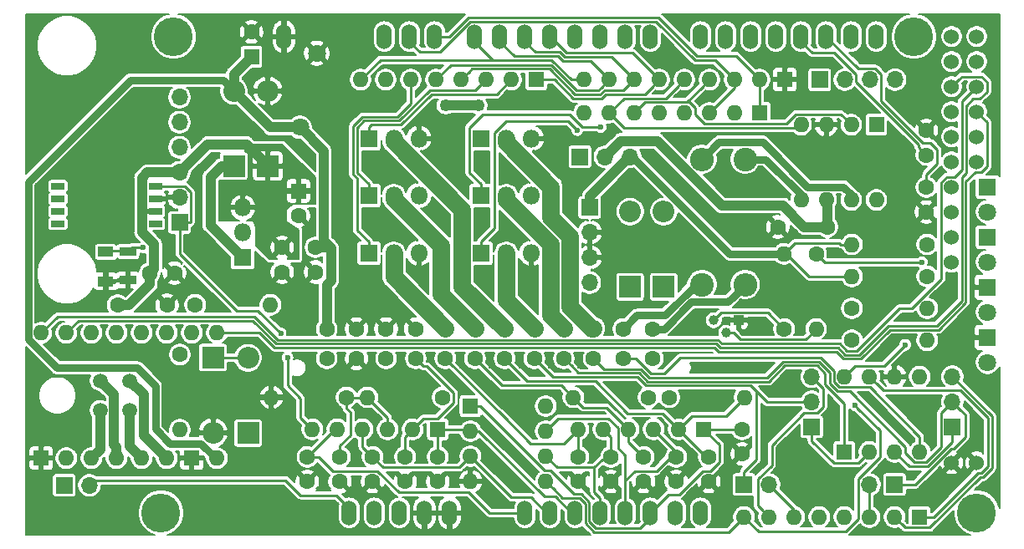
<source format=gbr>
G04 #@! TF.GenerationSoftware,KiCad,Pcbnew,(5.1.5)-3*
G04 #@! TF.CreationDate,2020-04-18T22:36:25-04:00*
G04 #@! TF.ProjectId,NO2C,4e4f3243-2e6b-4696-9361-645f70636258,vD1*
G04 #@! TF.SameCoordinates,Original*
G04 #@! TF.FileFunction,Copper,L1,Top*
G04 #@! TF.FilePolarity,Positive*
%FSLAX46Y46*%
G04 Gerber Fmt 4.6, Leading zero omitted, Abs format (unit mm)*
G04 Created by KiCad (PCBNEW (5.1.5)-3) date 2020-04-18 22:36:25*
%MOMM*%
%LPD*%
G04 APERTURE LIST*
%ADD10O,1.600000X1.600000*%
%ADD11C,1.600000*%
%ADD12O,2.200000X2.200000*%
%ADD13R,2.200000X2.200000*%
%ADD14R,1.600000X1.600000*%
%ADD15O,1.700000X1.700000*%
%ADD16R,1.700000X1.700000*%
%ADD17C,0.600000*%
%ADD18R,1.700000X0.900000*%
%ADD19C,2.400000*%
%ADD20O,2.400000X2.400000*%
%ADD21R,1.800000X1.800000*%
%ADD22O,1.800000X1.800000*%
%ADD23C,1.800000*%
%ADD24C,1.000000*%
%ADD25R,1.000000X1.000000*%
%ADD26C,1.500000*%
%ADD27O,1.524000X2.540000*%
%ADD28C,3.937000*%
%ADD29C,1.524000*%
%ADD30R,1.600000X1.000000*%
%ADD31R,1.346200X0.685800*%
%ADD32C,1.250000*%
%ADD33C,1.000000*%
%ADD34C,0.500000*%
%ADD35C,0.250000*%
%ADD36C,0.750000*%
%ADD37C,1.750000*%
%ADD38C,0.150000*%
G04 APERTURE END LIST*
D10*
X116670000Y-93800000D03*
D11*
X109050000Y-93800000D03*
D12*
X116395500Y-72136000D03*
D13*
X116395500Y-79756000D03*
D12*
X112966500Y-72136000D03*
D13*
X112966500Y-79756000D03*
D12*
X156464000Y-84359000D03*
D13*
X156464000Y-91979000D03*
D12*
X153059000Y-84359000D03*
D13*
X153059000Y-91979000D03*
D10*
X111252000Y-96647000D03*
D14*
X93472000Y-109347000D03*
D10*
X108712000Y-96647000D03*
X96012000Y-109347000D03*
X106172000Y-96647000D03*
X98552000Y-109347000D03*
X103632000Y-96647000D03*
X101092000Y-109347000D03*
X101092000Y-96647000D03*
X103632000Y-109347000D03*
X98552000Y-96647000D03*
X106172000Y-109347000D03*
X96012000Y-96647000D03*
D14*
X108712000Y-109347000D03*
D10*
X93472000Y-96647000D03*
X111252000Y-109347000D03*
D13*
X114400000Y-106800000D03*
D12*
X114400000Y-99180000D03*
X110850000Y-106770000D03*
D13*
X110850000Y-99150000D03*
D15*
X98340000Y-112100000D03*
D16*
X95800000Y-112100000D03*
D17*
X189738000Y-112268000D03*
D11*
X157035500Y-103187500D03*
D10*
X164655500Y-103187500D03*
D11*
X164401500Y-106426000D03*
X164401500Y-108926000D03*
X127000000Y-109220000D03*
X127000000Y-111720000D03*
D17*
X184350000Y-80450000D03*
X156100000Y-108400000D03*
X148000000Y-100000000D03*
X145000000Y-100000000D03*
X142000000Y-100000000D03*
X139000000Y-100000000D03*
X136000000Y-100000000D03*
X157100000Y-99200000D03*
X168400000Y-104700000D03*
X153100000Y-104100000D03*
X169800000Y-107200000D03*
X149202140Y-107998260D03*
X132000000Y-108100000D03*
X124900000Y-108100000D03*
X114900000Y-76300000D03*
X108900000Y-81500000D03*
X111000000Y-91000000D03*
X120600000Y-100800000D03*
X122400000Y-102500000D03*
X127000000Y-100300000D03*
X132300000Y-102400000D03*
X141859000Y-72300000D03*
D18*
X102250000Y-91300000D03*
X102250000Y-88400000D03*
D17*
X176911000Y-81724500D03*
X130000000Y-105300000D03*
X179300000Y-64900000D03*
X95892620Y-98826320D03*
D19*
X164719000Y-79057500D03*
D20*
X164719000Y-91757500D03*
D17*
X149300000Y-102800000D03*
X173609000Y-96774000D03*
X180350000Y-88500000D03*
X187960000Y-88442800D03*
X173990000Y-77787500D03*
X168275000Y-77025500D03*
X180450000Y-73850000D03*
X172234860Y-92356940D03*
X182232300Y-92222320D03*
X179050000Y-92050000D03*
X97500000Y-101600000D03*
X124269500Y-85915500D03*
X124100000Y-77089000D03*
X125476000Y-91376500D03*
X128270000Y-94170500D03*
X119621300Y-93151960D03*
X119634000Y-95885000D03*
X185547000Y-91440000D03*
X162560000Y-79057500D03*
X157543500Y-76962000D03*
X168592500Y-82486500D03*
X160020000Y-88455500D03*
X166306500Y-93662500D03*
X156700000Y-80200000D03*
X153543000Y-81153000D03*
X180594000Y-95100000D03*
X178500000Y-98900000D03*
X178200000Y-86800000D03*
X178200000Y-95000000D03*
X140700000Y-111300000D03*
X140700000Y-108204000D03*
X140700000Y-103441500D03*
X138049000Y-79819500D03*
X137985500Y-85471000D03*
X133667500Y-84264500D03*
X140906500Y-86106000D03*
X140843000Y-80391000D03*
X124079000Y-72263000D03*
X127889000Y-79819500D03*
X127952500Y-85915500D03*
X137922000Y-90805000D03*
X146685000Y-80899000D03*
X163400000Y-100100000D03*
X158750000Y-95694500D03*
X134620000Y-64833500D03*
X158432500Y-65151000D03*
X157543500Y-69400000D03*
X111300000Y-88600000D03*
D14*
X168719500Y-70993000D03*
D10*
X166179500Y-70993000D03*
X163639500Y-70993000D03*
X161099500Y-70993000D03*
X158559500Y-70993000D03*
X156019500Y-70993000D03*
X153479500Y-70993000D03*
X150939500Y-70993000D03*
X148399500Y-70993000D03*
D21*
X126619000Y-88582500D03*
D22*
X129159000Y-88582500D03*
X131699000Y-88582500D03*
D21*
X126619000Y-82740500D03*
D22*
X129159000Y-82740500D03*
X131699000Y-82740500D03*
D21*
X126619000Y-76962000D03*
D22*
X129159000Y-76962000D03*
X131699000Y-76962000D03*
D21*
X137985500Y-76962000D03*
D22*
X140525500Y-76962000D03*
X143065500Y-76962000D03*
D21*
X137985500Y-82740500D03*
D22*
X140525500Y-82740500D03*
X143065500Y-82740500D03*
D21*
X137985500Y-88582500D03*
D22*
X140525500Y-88582500D03*
X143065500Y-88582500D03*
D11*
X122364500Y-96250500D03*
X125364500Y-96250500D03*
X128364500Y-96250500D03*
X131364500Y-96250500D03*
X134364500Y-96250500D03*
X137364500Y-96250500D03*
X140364500Y-96250500D03*
X143364500Y-96250500D03*
X146364500Y-96250500D03*
X149364500Y-96250500D03*
X152364500Y-96250500D03*
X155364500Y-96250500D03*
X122364500Y-99250500D03*
X125364500Y-99250500D03*
X128364500Y-99250500D03*
X131364500Y-99250500D03*
X134364500Y-99250500D03*
X137364500Y-99250500D03*
X140364500Y-99250500D03*
X143364500Y-99250500D03*
X146364500Y-99250500D03*
X149364500Y-99250500D03*
X152364500Y-99250500D03*
X155364500Y-99250500D03*
D17*
X114600000Y-97300000D03*
X98200000Y-87400000D03*
X99250000Y-93750000D03*
X165862000Y-110553500D03*
X175069500Y-113411000D03*
X175641000Y-73977500D03*
X170942000Y-114236500D03*
X185420000Y-116332000D03*
X102700000Y-116300000D03*
X122000000Y-115200000D03*
X109600000Y-102800000D03*
X93700000Y-93900000D03*
X93472000Y-82804000D03*
X101300000Y-78900000D03*
X105689400Y-75641200D03*
X92989400Y-73837800D03*
X92964000Y-65024000D03*
X159702500Y-103124000D03*
X175700000Y-105300000D03*
X189900000Y-69300000D03*
X186944000Y-65278000D03*
X182689500Y-104775000D03*
X177292000Y-103314500D03*
X173482000Y-105918000D03*
X167767000Y-102108000D03*
X176750000Y-68350000D03*
D11*
X120400000Y-111720000D03*
X120400000Y-109220000D03*
D19*
X160337500Y-91757500D03*
D20*
X160337500Y-79057500D03*
D14*
X114744500Y-68667000D03*
D11*
X114744500Y-66167000D03*
D14*
X119507000Y-82272500D03*
D11*
X119507000Y-84772500D03*
D23*
X119648500Y-75826000D03*
X121348500Y-68326000D03*
D14*
X143573500Y-70993000D03*
D10*
X141033500Y-70993000D03*
X138493500Y-70993000D03*
X135953500Y-70993000D03*
X133413500Y-70993000D03*
X130873500Y-70993000D03*
X128333500Y-70993000D03*
X125793500Y-70993000D03*
D14*
X133604000Y-106426000D03*
D10*
X131064000Y-106426000D03*
X128524000Y-106426000D03*
X125984000Y-106426000D03*
X123444000Y-106426000D03*
X120904000Y-106426000D03*
D14*
X160528000Y-106426000D03*
D10*
X157988000Y-106426000D03*
X155448000Y-106426000D03*
X152908000Y-106426000D03*
X150368000Y-106426000D03*
X147828000Y-106426000D03*
D21*
X189230000Y-97113600D03*
D23*
X189230000Y-99653600D03*
D21*
X189230000Y-92033600D03*
D23*
X189230000Y-94573600D03*
D21*
X189230000Y-86953600D03*
D23*
X189230000Y-89493600D03*
D21*
X189230000Y-81873600D03*
D23*
X189230000Y-84413600D03*
D11*
X183050000Y-84400000D03*
X183050000Y-81900000D03*
X183050000Y-76136500D03*
X183050000Y-78636500D03*
X104450000Y-90600000D03*
X106950000Y-90600000D03*
X121221500Y-87987500D03*
X121221500Y-90487500D03*
X133604000Y-109220000D03*
X133604000Y-111720000D03*
X130302000Y-109220000D03*
X130302000Y-111720000D03*
X123700000Y-109220000D03*
X123700000Y-111720000D03*
X147828000Y-109220000D03*
X147828000Y-111720000D03*
X161036000Y-109220000D03*
X161036000Y-111720000D03*
X157734000Y-109220000D03*
X157734000Y-111720000D03*
X154432000Y-109220000D03*
X154432000Y-111720000D03*
D21*
X113855500Y-89027000D03*
D22*
X113855500Y-86487000D03*
X113855500Y-83947000D03*
D11*
X117856000Y-87987500D03*
X117856000Y-90487500D03*
D14*
X174752000Y-108712000D03*
D10*
X182372000Y-101092000D03*
X177292000Y-108712000D03*
X179832000Y-101092000D03*
X179832000Y-108712000D03*
X177292000Y-101092000D03*
X182372000Y-108712000D03*
X174752000Y-101092000D03*
D11*
X151130000Y-109220000D03*
X151130000Y-111720000D03*
D14*
X182372000Y-115316000D03*
D10*
X179832000Y-115316000D03*
X177292000Y-115316000D03*
X174752000Y-115316000D03*
X172212000Y-115316000D03*
X169672000Y-115316000D03*
X167132000Y-115316000D03*
X164592000Y-115316000D03*
D16*
X107458000Y-85471000D03*
D15*
X107458000Y-82931000D03*
X107458000Y-80391000D03*
X107458000Y-77851000D03*
X107458000Y-75311000D03*
X107458000Y-72771000D03*
D24*
X162814000Y-96647000D03*
X161544000Y-95377000D03*
D25*
X164084000Y-95377000D03*
D16*
X164592000Y-112014000D03*
D15*
X167132000Y-112014000D03*
D16*
X179832000Y-112014000D03*
D15*
X177292000Y-112014000D03*
D16*
X185674000Y-106172000D03*
D15*
X185674000Y-103632000D03*
X185674000Y-101092000D03*
D16*
X171450000Y-106172000D03*
D15*
X171450000Y-103632000D03*
X171450000Y-101092000D03*
D16*
X147980886Y-78811466D03*
D15*
X150520886Y-78811466D03*
X153060886Y-78811466D03*
D14*
X166179500Y-74358500D03*
D10*
X163639500Y-74358500D03*
X161099500Y-74358500D03*
X158559500Y-74358500D03*
X156019500Y-74358500D03*
X153479500Y-74358500D03*
X150939500Y-74358500D03*
X148399500Y-74358500D03*
D11*
X134100000Y-103187500D03*
D10*
X126480000Y-103187500D03*
D11*
X154940000Y-103187500D03*
D10*
X147320000Y-103187500D03*
D11*
X124375000Y-103187500D03*
D10*
X116755000Y-103187500D03*
D11*
X183134000Y-87693500D03*
D10*
X175514000Y-87693500D03*
D11*
X183134000Y-90932000D03*
D10*
X175514000Y-90932000D03*
D11*
X175514000Y-94170500D03*
D10*
X183134000Y-94170500D03*
D11*
X175514000Y-97409000D03*
D10*
X183134000Y-97409000D03*
D11*
X168656000Y-96266000D03*
D10*
X168656000Y-88646000D03*
D11*
X171894500Y-88646000D03*
D10*
X171894500Y-96266000D03*
D11*
X107500000Y-98850000D03*
D10*
X107500000Y-106470000D03*
D26*
X102420000Y-104500000D03*
X99420000Y-104500000D03*
X102420000Y-101500000D03*
X99420000Y-101500000D03*
D27*
X170361100Y-66633600D03*
X172901100Y-66633600D03*
X155121100Y-114893600D03*
X152581100Y-114893600D03*
X150041100Y-114893600D03*
X142421100Y-114893600D03*
X144961100Y-114893600D03*
X147501100Y-114893600D03*
X134801100Y-114893600D03*
X132261100Y-114893600D03*
X127181100Y-114893600D03*
X124641100Y-114893600D03*
X144961100Y-66633600D03*
X142421100Y-66633600D03*
X139881100Y-66633600D03*
X137341100Y-66633600D03*
X133277100Y-66633600D03*
X130737100Y-66633600D03*
X118037100Y-66633600D03*
X129721100Y-114893600D03*
D28*
X188141100Y-114893600D03*
X181791100Y-66633600D03*
X106861100Y-66633600D03*
X105591100Y-114893600D03*
D29*
X185601100Y-69173600D03*
X188141100Y-69173600D03*
X185601100Y-66633600D03*
X188141100Y-66633600D03*
X185601100Y-109813600D03*
X188141100Y-109813600D03*
X185601100Y-71713600D03*
X188141100Y-71713600D03*
X188141100Y-74253600D03*
X185601100Y-89493600D03*
D27*
X147501100Y-66633600D03*
X150041100Y-66633600D03*
X152581100Y-66633600D03*
X155121100Y-66633600D03*
X175441100Y-66633600D03*
X177981100Y-66633600D03*
X167821100Y-66633600D03*
X165281100Y-66633600D03*
X162741100Y-66633600D03*
X160201100Y-66633600D03*
X157661100Y-114893600D03*
X160201100Y-114893600D03*
D29*
X185601100Y-79333600D03*
X188141100Y-79333600D03*
X185601100Y-76793600D03*
X188141100Y-76793600D03*
X185601100Y-74253600D03*
X185601100Y-81873600D03*
X185601100Y-86953600D03*
X185601100Y-84413600D03*
D27*
X128197100Y-66633600D03*
D11*
X173021000Y-85915500D03*
X168021000Y-85915500D03*
X101200000Y-93850000D03*
X106200000Y-93850000D03*
D16*
X148971000Y-83947000D03*
D15*
X148971000Y-86487000D03*
X148971000Y-89027000D03*
X148971000Y-91567000D03*
D30*
X100000000Y-91450000D03*
X100000000Y-88450000D03*
D31*
X105000000Y-85600000D03*
X105000000Y-84330000D03*
X105000000Y-83060000D03*
X105000000Y-81790000D03*
X95170200Y-81790000D03*
X95170200Y-83060000D03*
X95170200Y-84330000D03*
X95170200Y-85600000D03*
D16*
X172250000Y-71000000D03*
D15*
X174790000Y-71000000D03*
X177330000Y-71000000D03*
X179870000Y-71000000D03*
D10*
X177990500Y-83185000D03*
X170370500Y-75565000D03*
X175450500Y-83185000D03*
X172910500Y-75565000D03*
X172910500Y-83185000D03*
X175450500Y-75565000D03*
X170370500Y-83185000D03*
D14*
X177990500Y-75565000D03*
X136906000Y-104076500D03*
D10*
X144526000Y-111696500D03*
X136906000Y-106616500D03*
X144526000Y-109156500D03*
X136906000Y-109156500D03*
X144526000Y-106616500D03*
X136906000Y-111696500D03*
X144526000Y-104076500D03*
D32*
X137700000Y-73600004D03*
X134400002Y-73600000D03*
D17*
X175800000Y-104000000D03*
X180911500Y-97853500D03*
X147700000Y-76100000D03*
X150100000Y-75800000D03*
X182600000Y-89500000D03*
X103800000Y-88000000D03*
X117700000Y-96700000D03*
X118388228Y-99175010D03*
D33*
X137699996Y-73600000D02*
X137700000Y-73600004D01*
X134400002Y-73600000D02*
X137699996Y-73600000D01*
D34*
X105000000Y-84330000D02*
X103826900Y-84330000D01*
X103826900Y-84330000D02*
X103696900Y-84200000D01*
X103696900Y-84200000D02*
X103676899Y-84200000D01*
D33*
X103676899Y-80927099D02*
X103676899Y-84200000D01*
X107458000Y-80391000D02*
X104212998Y-80391000D01*
X104212998Y-80391000D02*
X103676899Y-80927099D01*
X116395500Y-79692500D02*
X116395500Y-79756000D01*
X114236500Y-77533500D02*
X116395500Y-79692500D01*
X107458000Y-80391000D02*
X110315500Y-77533500D01*
X110315500Y-77533500D02*
X114236500Y-77533500D01*
X104902000Y-87688002D02*
X104902000Y-90148000D01*
X103676899Y-84200000D02*
X103676899Y-86462901D01*
X104902000Y-90148000D02*
X104450000Y-90600000D01*
X103676899Y-86462901D02*
X104902000Y-87688002D01*
X102331370Y-93850000D02*
X101200000Y-93850000D01*
X104450000Y-91731370D02*
X102331370Y-93850000D01*
X104450000Y-90600000D02*
X104450000Y-91731370D01*
X148971000Y-83947000D02*
X148971000Y-82829000D01*
X148971000Y-82829000D02*
X152988534Y-78811466D01*
X152988534Y-78811466D02*
X153060886Y-78811466D01*
X112966500Y-72136000D02*
X112966500Y-70445000D01*
X112966500Y-70445000D02*
X114744500Y-68667000D01*
X122800999Y-91397999D02*
X122364500Y-91834498D01*
X122800999Y-91397999D02*
X122800999Y-88074500D01*
X122364500Y-91834498D02*
X122364500Y-96250500D01*
X119648500Y-75826000D02*
X116656500Y-75826000D01*
X116656500Y-75826000D02*
X112966500Y-72136000D01*
X122800999Y-88074500D02*
X122713999Y-87987500D01*
X122713999Y-87987500D02*
X121221500Y-87987500D01*
D35*
X174382630Y-87693500D02*
X175514000Y-87693500D01*
X174255630Y-87566500D02*
X174382630Y-87693500D01*
X168656000Y-88646000D02*
X169735500Y-87566500D01*
X169735500Y-87566500D02*
X174255630Y-87566500D01*
X174382630Y-90932000D02*
X175514000Y-90932000D01*
X171196000Y-90932000D02*
X174382630Y-90932000D01*
X168656000Y-88646000D02*
X168910000Y-88646000D01*
X168910000Y-88646000D02*
X171196000Y-90932000D01*
D36*
X153316468Y-78811466D02*
X153060886Y-78811466D01*
X168656000Y-88646000D02*
X163151002Y-88646000D01*
X163151002Y-88646000D02*
X153316468Y-78811466D01*
D33*
X122050000Y-78227500D02*
X119648500Y-75826000D01*
X122800999Y-88074500D02*
X122050000Y-87323501D01*
X122050000Y-87323501D02*
X122050000Y-78227500D01*
D36*
X102463999Y-71036001D02*
X111866501Y-71036001D01*
X92138500Y-81361500D02*
X102463999Y-71036001D01*
X111866501Y-71036001D02*
X112966500Y-72136000D01*
X105000000Y-106400000D02*
X105000000Y-102000000D01*
X109630501Y-107878001D02*
X106478001Y-107878001D01*
X106478001Y-107878001D02*
X105000000Y-106400000D01*
X105000000Y-102000000D02*
X103200000Y-100200000D01*
X111252000Y-109347000D02*
X111099500Y-109347000D01*
X103200000Y-100200000D02*
X95063998Y-100200000D01*
X111099500Y-109347000D02*
X109630501Y-107878001D01*
X95063998Y-100200000D02*
X92146999Y-97283001D01*
X92146999Y-97283001D02*
X92146999Y-96337999D01*
X92146999Y-96337999D02*
X92138500Y-96329500D01*
X92138500Y-96329500D02*
X92138500Y-81361500D01*
D35*
X98840000Y-111600000D02*
X98340000Y-112100000D01*
X124641100Y-114385600D02*
X123355500Y-113100000D01*
X118200000Y-111600000D02*
X98840000Y-111600000D01*
X124641100Y-114893600D02*
X124641100Y-114385600D01*
X123355500Y-113100000D02*
X119700000Y-113100000D01*
X119700000Y-113100000D02*
X118200000Y-111600000D01*
X178706999Y-102506999D02*
X178091999Y-101891999D01*
X189299989Y-105299989D02*
X186506999Y-102506999D01*
X188638861Y-110850601D02*
X189299989Y-110189473D01*
X188249399Y-110850601D02*
X188638861Y-110850601D01*
X178091999Y-101891999D02*
X177292000Y-101092000D01*
X189299989Y-110189473D02*
X189299989Y-105299989D01*
X182372000Y-115316000D02*
X183784000Y-115316000D01*
X186506999Y-102506999D02*
X178706999Y-102506999D01*
X183784000Y-115316000D02*
X188249399Y-110850601D01*
X171469500Y-68250000D02*
X170361100Y-67141600D01*
X173705002Y-68250000D02*
X171469500Y-68250000D01*
X182250001Y-77538501D02*
X175915001Y-71203501D01*
X182250001Y-77836501D02*
X182250001Y-77538501D01*
X175915001Y-70459999D02*
X173705002Y-68250000D01*
X170361100Y-67141600D02*
X170361100Y-66633600D01*
X183050000Y-78636500D02*
X182250001Y-77836501D01*
X175915001Y-71203501D02*
X175915001Y-70459999D01*
X178748001Y-100016999D02*
X180911500Y-97853500D01*
X175827001Y-100016999D02*
X178748001Y-100016999D01*
X174752000Y-101092000D02*
X175827001Y-100016999D01*
X147930643Y-113348590D02*
X146178090Y-113348590D01*
X146178090Y-113348590D02*
X145325999Y-112496499D01*
X148538110Y-113956057D02*
X147930643Y-113348590D01*
X148538110Y-115941569D02*
X148538110Y-113956057D01*
X149444161Y-116847620D02*
X148538110Y-115941569D01*
X145325999Y-112496499D02*
X144526000Y-111696500D01*
X164600000Y-115300000D02*
X163052380Y-116847620D01*
X163052380Y-116847620D02*
X149444161Y-116847620D01*
X176099999Y-104299999D02*
X175800000Y-104000000D01*
X178367001Y-106567001D02*
X176099999Y-104299999D01*
X166052500Y-116776500D02*
X174882502Y-116776500D01*
X164592000Y-115316000D02*
X166052500Y-116776500D01*
X174882502Y-116776500D02*
X176166999Y-115492003D01*
X176166999Y-115492003D02*
X176166999Y-111428003D01*
X176166999Y-111428003D02*
X178367001Y-109228001D01*
X178367001Y-109228001D02*
X178367001Y-106567001D01*
X178455001Y-70459999D02*
X178455001Y-73177801D01*
X184125001Y-78080001D02*
X184125001Y-79524999D01*
X178455001Y-73177801D02*
X182702201Y-77425001D01*
X182702201Y-77425001D02*
X183470001Y-77425001D01*
X184125001Y-79524999D02*
X183050000Y-80600000D01*
X177870001Y-69874999D02*
X178455001Y-70459999D01*
X183050000Y-80600000D02*
X183050000Y-80768630D01*
X183470001Y-77425001D02*
X184125001Y-78080001D01*
X176142499Y-69874999D02*
X177870001Y-69874999D01*
X172901100Y-66633600D02*
X176142499Y-69874999D01*
X183050000Y-80768630D02*
X183050000Y-81900000D01*
D36*
X166751000Y-79057500D02*
X164719000Y-79057500D01*
X170370500Y-83185000D02*
X170370500Y-82677000D01*
X170370500Y-82677000D02*
X166751000Y-79057500D01*
D35*
X153479500Y-74358500D02*
X154554501Y-73283499D01*
X154554501Y-73283499D02*
X158809001Y-73283499D01*
X158809001Y-73283499D02*
X160299501Y-71792999D01*
X160299501Y-71792999D02*
X161099500Y-70993000D01*
X174371000Y-74485500D02*
X175450500Y-75565000D01*
X170366998Y-74485500D02*
X174371000Y-74485500D01*
X169854499Y-74489999D02*
X170362499Y-74489999D01*
X159075501Y-73283499D02*
X159634501Y-73842499D01*
X158809001Y-73283499D02*
X159075501Y-73283499D01*
X170362499Y-74489999D02*
X170366998Y-74485500D01*
X159634501Y-73842499D02*
X159634501Y-74484503D01*
X159634501Y-74484503D02*
X160583499Y-75433501D01*
X160583499Y-75433501D02*
X168910997Y-75433501D01*
X168910997Y-75433501D02*
X169854499Y-74489999D01*
D36*
X175450500Y-82677000D02*
X175450500Y-83185000D01*
X174633499Y-81859999D02*
X175450500Y-82677000D01*
X171013999Y-81859999D02*
X174633499Y-81859999D01*
X166486499Y-77332499D02*
X171013999Y-81859999D01*
X160337500Y-79057500D02*
X162062501Y-77332499D01*
X162062501Y-77332499D02*
X166486499Y-77332499D01*
D35*
X150939500Y-74358500D02*
X152414512Y-72883488D01*
X152414512Y-72883488D02*
X156669012Y-72883488D01*
X156669012Y-72883488D02*
X157759501Y-71792999D01*
X157759501Y-71792999D02*
X158559500Y-70993000D01*
X170033989Y-75901511D02*
X170370500Y-75565000D01*
X150939500Y-74358500D02*
X152482511Y-75901511D01*
X152482511Y-75901511D02*
X170033989Y-75901511D01*
X177292000Y-108712000D02*
X176166999Y-109837001D01*
X176166999Y-109837001D02*
X173691999Y-109837001D01*
X173691999Y-109837001D02*
X171450000Y-107595002D01*
X171450000Y-107595002D02*
X171450000Y-106172000D01*
X185674000Y-107272000D02*
X185674000Y-106172000D01*
X185674000Y-107691700D02*
X185674000Y-107272000D01*
X183178688Y-110187012D02*
X185674000Y-107691700D01*
X181307012Y-110187012D02*
X183178688Y-110187012D01*
X179832000Y-108712000D02*
X181307012Y-110187012D01*
X167132000Y-112014000D02*
X169672000Y-114554000D01*
X169672000Y-114554000D02*
X169672000Y-115316000D01*
X177292000Y-115316000D02*
X177292000Y-112014000D01*
X146803674Y-75203674D02*
X147400001Y-75800001D01*
X147400001Y-75800001D02*
X147700000Y-76100000D01*
X139350499Y-76397999D02*
X140544824Y-75203674D01*
X139350499Y-86067501D02*
X139350499Y-76397999D01*
X137985500Y-87432500D02*
X139350499Y-86067501D01*
X137985500Y-88582500D02*
X137985500Y-87432500D01*
X140544824Y-75203674D02*
X146803674Y-75203674D01*
X137418499Y-72068001D02*
X138493500Y-70993000D01*
X126133487Y-75152512D02*
X125443999Y-75842000D01*
X129696692Y-75152512D02*
X126133487Y-75152512D01*
X126619000Y-81590500D02*
X126619000Y-82740500D01*
X125443999Y-80415499D02*
X126619000Y-81590500D01*
X125443999Y-75842000D02*
X125443999Y-80415499D01*
X132781203Y-72068001D02*
X129696692Y-75152512D01*
X137418499Y-72068001D02*
X132781203Y-72068001D01*
X139131988Y-72468012D02*
X139558488Y-72468012D01*
X139558488Y-72468012D02*
X141033500Y-70993000D01*
X126619000Y-76962000D02*
X126619000Y-75812000D01*
X126619000Y-75812000D02*
X126878477Y-75552523D01*
X126878477Y-75552523D02*
X129862381Y-75552523D01*
X132946892Y-72468012D02*
X139131988Y-72468012D01*
X129862381Y-75552523D02*
X132946892Y-72468012D01*
X133277100Y-66633600D02*
X134800847Y-66633600D01*
X134800847Y-66633600D02*
X136745868Y-64688579D01*
X159829500Y-68580000D02*
X163766500Y-68580000D01*
X136745868Y-64688579D02*
X155938079Y-64688579D01*
X155938079Y-64688579D02*
X159829500Y-68580000D01*
X163766500Y-68580000D02*
X166179500Y-70993000D01*
X166179500Y-74358500D02*
X166179500Y-70993000D01*
X130737100Y-66633600D02*
X130737100Y-67141600D01*
X155703090Y-65088590D02*
X159639000Y-69024500D01*
X130737100Y-67141600D02*
X131795500Y-68200000D01*
X133800147Y-68200000D02*
X136911557Y-65088590D01*
X131795500Y-68200000D02*
X133800147Y-68200000D01*
X159639000Y-69024500D02*
X161671000Y-69024500D01*
X136911557Y-65088590D02*
X155703090Y-65088590D01*
X161671000Y-69024500D02*
X162839501Y-70193001D01*
X162839501Y-70193001D02*
X163639500Y-70993000D01*
X161099500Y-74358500D02*
X163639500Y-71818500D01*
X163639500Y-71818500D02*
X163639500Y-70993000D01*
X143573500Y-70993000D02*
X145393000Y-70993000D01*
X145393000Y-70993000D02*
X147300011Y-72900011D01*
X147300011Y-72900011D02*
X150199989Y-72900011D01*
X150199989Y-72900011D02*
X150631988Y-72468012D01*
X150631988Y-72468012D02*
X154544488Y-72468012D01*
X154544488Y-72468012D02*
X155219501Y-71792999D01*
X155219501Y-71792999D02*
X156019500Y-70993000D01*
X144965000Y-66633600D02*
X146631378Y-68299978D01*
X153326478Y-68299978D02*
X155219501Y-70193001D01*
X144961100Y-66633600D02*
X144965000Y-66633600D01*
X155219501Y-70193001D02*
X156019500Y-70993000D01*
X146631378Y-68299978D02*
X153326478Y-68299978D01*
X139881100Y-66633600D02*
X139881100Y-67141600D01*
X139881100Y-67141600D02*
X141339489Y-68599989D01*
X141339489Y-68599989D02*
X145799989Y-68599989D01*
X145799989Y-68599989D02*
X146300000Y-69100000D01*
X150139501Y-70193001D02*
X150939500Y-70993000D01*
X146300000Y-69100000D02*
X149046500Y-69100000D01*
X149046500Y-69100000D02*
X150139501Y-70193001D01*
X147633701Y-72068001D02*
X149864499Y-72068001D01*
X150139501Y-71792999D02*
X150939500Y-70993000D01*
X149864499Y-72068001D02*
X150139501Y-71792999D01*
X134906500Y-69500000D02*
X145065700Y-69500000D01*
X145065700Y-69500000D02*
X147633701Y-72068001D01*
X133413500Y-70993000D02*
X134906500Y-69500000D01*
X139200000Y-69000000D02*
X127786500Y-69000000D01*
X148399500Y-70993000D02*
X147124400Y-70993000D01*
X147124400Y-70993000D02*
X145131400Y-69000000D01*
X145131400Y-69000000D02*
X139200000Y-69000000D01*
X139200000Y-69000000D02*
X137341100Y-67141100D01*
X137341100Y-67141100D02*
X137341100Y-66633600D01*
X125793500Y-70993000D02*
X127786500Y-69000000D01*
X137046489Y-69900011D02*
X136753499Y-70193001D01*
X144900011Y-69900011D02*
X137046489Y-69900011D01*
X136753499Y-70193001D02*
X135953500Y-70993000D01*
X147500000Y-72500000D02*
X144900011Y-69900011D01*
X150034300Y-72500000D02*
X147500000Y-72500000D01*
X153479500Y-70993000D02*
X152404499Y-72068001D01*
X150466299Y-72068001D02*
X150034300Y-72500000D01*
X152404499Y-72068001D02*
X150466299Y-72068001D01*
X145965678Y-68199978D02*
X146465689Y-68699989D01*
X152679501Y-70193001D02*
X153479500Y-70993000D01*
X151186489Y-68699989D02*
X152679501Y-70193001D01*
X146465689Y-68699989D02*
X151186489Y-68699989D01*
X143479478Y-68199978D02*
X145965678Y-68199978D01*
X142421100Y-67141600D02*
X143479478Y-68199978D01*
X142421100Y-66633600D02*
X142421100Y-67141600D01*
D33*
X173021000Y-83295500D02*
X172910500Y-83185000D01*
X173021000Y-85915500D02*
X173021000Y-83295500D01*
X171889630Y-85915500D02*
X173021000Y-85915500D01*
X152132352Y-77200000D02*
X155813000Y-77200000D01*
X150520886Y-78811466D02*
X152132352Y-77200000D01*
X155813000Y-77200000D02*
X162369500Y-83756500D01*
X162369500Y-83756500D02*
X168529000Y-83756500D01*
X168529000Y-83756500D02*
X170688000Y-85915500D01*
X170688000Y-85915500D02*
X171889630Y-85915500D01*
D35*
X124375000Y-103187500D02*
X124375000Y-104318870D01*
X124375000Y-104318870D02*
X124750000Y-104693870D01*
X124750000Y-104693870D02*
X124750000Y-107038630D01*
X124750000Y-107038630D02*
X123700000Y-108088630D01*
X123700000Y-108088630D02*
X123700000Y-109220000D01*
X126480000Y-103187500D02*
X128524000Y-105231500D01*
X128524000Y-105231500D02*
X128524000Y-106426000D01*
X124375000Y-103187500D02*
X126480000Y-103187500D01*
D33*
X112966500Y-79756000D02*
X111696500Y-79756000D01*
X111696500Y-79756000D02*
X110600000Y-80852500D01*
X110600000Y-80852500D02*
X110600000Y-85771500D01*
X110600000Y-85771500D02*
X113855500Y-89027000D01*
D35*
X149675736Y-75800000D02*
X150100000Y-75800000D01*
X148249998Y-75800000D02*
X149675736Y-75800000D01*
X136810499Y-75841999D02*
X138152494Y-74500004D01*
X146950002Y-74500004D02*
X148249998Y-75800000D01*
X138152494Y-74500004D02*
X146950002Y-74500004D01*
X137985500Y-81590500D02*
X136810499Y-80415499D01*
X137985500Y-82740500D02*
X137985500Y-81590500D01*
X136810499Y-80415499D02*
X136810499Y-75841999D01*
X130873500Y-73390760D02*
X130873500Y-70993000D01*
X130873500Y-73390760D02*
X129511759Y-74752501D01*
X129511759Y-74752501D02*
X125967798Y-74752501D01*
X125443999Y-86257499D02*
X126619000Y-87432500D01*
X125967798Y-74752501D02*
X125043989Y-75676310D01*
X125043989Y-75676310D02*
X125043989Y-80593989D01*
X125043989Y-80593989D02*
X125443999Y-80993999D01*
X125443999Y-80993999D02*
X125443999Y-86257499D01*
X126619000Y-87432500D02*
X126619000Y-88582500D01*
X96012000Y-96647000D02*
X97262989Y-95396011D01*
X186638101Y-93391099D02*
X186638101Y-80861899D01*
X161759312Y-97745512D02*
X162159322Y-98145522D01*
X97262989Y-95396011D02*
X114896311Y-95396011D01*
X114896311Y-95396011D02*
X117245812Y-97745512D01*
X117245812Y-97745512D02*
X161759312Y-97745512D01*
X162159322Y-98145522D02*
X174093820Y-98145522D01*
X186638101Y-70676599D02*
X186363099Y-70951601D01*
X174093820Y-98145522D02*
X174832310Y-98884012D01*
X184095212Y-95933988D02*
X186638101Y-93391099D01*
X174832310Y-98884012D02*
X176267289Y-98884011D01*
X188638861Y-70676599D02*
X186638101Y-70676599D01*
X176267289Y-98884011D02*
X179217312Y-95933988D01*
X179217312Y-95933988D02*
X184095212Y-95933988D01*
X186638101Y-80861899D02*
X187050011Y-80449989D01*
X187050011Y-80449989D02*
X187050011Y-73699989D01*
X187050011Y-73699989D02*
X187800000Y-72950000D01*
X187800000Y-72950000D02*
X188439462Y-72950000D01*
X188439462Y-72950000D02*
X189178101Y-72211361D01*
X189178101Y-72211361D02*
X189178101Y-71215839D01*
X189178101Y-71215839D02*
X188638861Y-70676599D01*
X186363099Y-70951601D02*
X185601100Y-71713600D01*
X93472000Y-96647000D02*
X95123000Y-94996000D01*
X161925001Y-97345501D02*
X162325011Y-97745511D01*
X186650000Y-73204700D02*
X188141100Y-71713600D01*
X176030001Y-98484001D02*
X176589001Y-97925001D01*
X95123000Y-94996000D02*
X115062000Y-94996000D01*
X115062000Y-94996000D02*
X117411501Y-97345501D01*
X184550000Y-91163498D02*
X184550000Y-81389938D01*
X117411501Y-97345501D02*
X161925001Y-97345501D01*
X181542998Y-94170500D02*
X184550000Y-91163498D01*
X162325011Y-97745511D02*
X174259509Y-97745511D01*
X185103339Y-80836599D02*
X185913401Y-80836599D01*
X176589001Y-97921499D02*
X180340000Y-94170500D01*
X174259509Y-97745511D02*
X174997999Y-98484001D01*
X174997999Y-98484001D02*
X176030001Y-98484001D01*
X176589001Y-97925001D02*
X176589001Y-97921499D01*
X180340000Y-94170500D02*
X181542998Y-94170500D01*
X184550000Y-81389938D02*
X185103339Y-80836599D01*
X185913401Y-80836599D02*
X186650000Y-80100000D01*
X186650000Y-80100000D02*
X186650000Y-73204700D01*
X111252000Y-96647000D02*
X115581600Y-96647000D01*
X115581600Y-96647000D02*
X117080123Y-98145523D01*
X117080123Y-98145523D02*
X161593623Y-98145523D01*
X161593623Y-98145523D02*
X161993633Y-98545533D01*
X161993633Y-98545533D02*
X173928131Y-98545533D01*
X187038112Y-81311888D02*
X187979399Y-80370601D01*
X187979399Y-80370601D02*
X188638861Y-80370601D01*
X173928131Y-98545533D02*
X174666621Y-99284022D01*
X174666621Y-99284022D02*
X176432978Y-99284022D01*
X187038112Y-93556788D02*
X187038112Y-81311888D01*
X176432978Y-99284022D02*
X179383001Y-96333999D01*
X188638861Y-80370601D02*
X189200000Y-79809462D01*
X189200000Y-75312500D02*
X188141100Y-74253600D01*
X179383001Y-96333999D02*
X184260901Y-96333999D01*
X189200000Y-79809462D02*
X189200000Y-75312500D01*
X184260901Y-96333999D02*
X187038112Y-93556788D01*
X172748500Y-89500000D02*
X182600000Y-89500000D01*
X171894500Y-88646000D02*
X172748500Y-89500000D01*
X170819499Y-97341001D02*
X171894500Y-96266000D01*
X164215107Y-97341001D02*
X170819499Y-97341001D01*
X162814000Y-96647000D02*
X163521106Y-96647000D01*
X163521106Y-96647000D02*
X164215107Y-97341001D01*
X151130000Y-109220000D02*
X151130000Y-107188000D01*
X151130000Y-107188000D02*
X150368000Y-106426000D01*
X144526000Y-109156500D02*
X145664501Y-110295001D01*
X149438941Y-112771441D02*
X149438941Y-110295001D01*
X150041100Y-113373600D02*
X149438941Y-112771441D01*
X150041100Y-114893600D02*
X150041100Y-113373600D01*
X145664501Y-110295001D02*
X149438941Y-110295001D01*
X150870920Y-109479080D02*
X151130000Y-109220000D01*
X150256240Y-109479080D02*
X150870920Y-109479080D01*
X149438941Y-110295001D02*
X149440319Y-110295001D01*
X149440319Y-110295001D02*
X150256240Y-109479080D01*
X152581100Y-112014000D02*
X152581100Y-114893600D01*
X155448000Y-106426000D02*
X157734000Y-108712000D01*
X157734000Y-108712000D02*
X157734000Y-109220000D01*
X151832999Y-108331997D02*
X152581100Y-109080098D01*
X151832999Y-106299997D02*
X151832999Y-108331997D01*
X150884001Y-105350999D02*
X151832999Y-106299997D01*
X145791501Y-105350999D02*
X150884001Y-105350999D01*
X144526000Y-106616500D02*
X145791501Y-105350999D01*
X152581100Y-109080098D02*
X152581100Y-111778540D01*
X152581100Y-111580098D02*
X152581100Y-111778540D01*
X152581100Y-111778540D02*
X152581100Y-112014000D01*
X152581100Y-111578900D02*
X152581100Y-112014000D01*
X153515001Y-110644999D02*
X152581100Y-111578900D01*
X155729881Y-110644999D02*
X153515001Y-110644999D01*
X157734000Y-109220000D02*
X157154880Y-109220000D01*
X157154880Y-109220000D02*
X155729881Y-110644999D01*
X164401500Y-106426000D02*
X160528000Y-106426000D01*
X154084090Y-116438610D02*
X155121100Y-115401600D01*
X149603734Y-116430787D02*
X149611557Y-116438610D01*
X149598382Y-116436138D02*
X149603734Y-116430787D01*
X149598378Y-116436138D02*
X149598382Y-116436138D01*
X148938121Y-113790368D02*
X148938121Y-115775881D01*
X149611557Y-116438610D02*
X154084090Y-116438610D01*
X137854998Y-104076500D02*
X144399996Y-110621499D01*
X148938121Y-115775881D02*
X149598378Y-116436138D01*
X136906000Y-104076500D02*
X137854998Y-104076500D01*
X155121100Y-115401600D02*
X155121100Y-114893600D01*
X144399996Y-110621499D02*
X145042001Y-110621499D01*
X145042001Y-110621499D02*
X147369081Y-112948579D01*
X147369081Y-112948579D02*
X148096332Y-112948579D01*
X148096332Y-112948579D02*
X148938121Y-113790368D01*
X155121100Y-114880900D02*
X155121100Y-114893600D01*
X156972000Y-113030000D02*
X155121100Y-114880900D01*
X162111001Y-108009001D02*
X162111001Y-109736001D01*
X160528000Y-106426000D02*
X162111001Y-108009001D01*
X162111001Y-109736001D02*
X161202003Y-110644999D01*
X161202003Y-110644999D02*
X160400003Y-110644999D01*
X160400003Y-110644999D02*
X158015002Y-113030000D01*
X158015002Y-113030000D02*
X156972000Y-113030000D01*
X133604000Y-109220000D02*
X133604000Y-106426000D01*
X133604000Y-106426000D02*
X136715500Y-106426000D01*
X136715500Y-106426000D02*
X136906000Y-106616500D01*
X147157400Y-114893600D02*
X147501100Y-114893600D01*
X145522400Y-113258600D02*
X147157400Y-114893600D01*
X144373600Y-113258600D02*
X145522400Y-113258600D01*
X136906000Y-106616500D02*
X137731500Y-106616500D01*
X137731500Y-106616500D02*
X144373600Y-113258600D01*
X127000000Y-109220000D02*
X125984000Y-108204000D01*
X125984000Y-108204000D02*
X125984000Y-106426000D01*
X136906000Y-109156500D02*
X135767499Y-110295001D01*
X135767499Y-110295001D02*
X128075001Y-110295001D01*
X128075001Y-110295001D02*
X127000000Y-109220000D01*
X143033200Y-113309400D02*
X144617400Y-114893600D01*
X144617400Y-114893600D02*
X144961100Y-114893600D01*
X141058900Y-113309400D02*
X143033200Y-113309400D01*
X136906000Y-109156500D02*
X141058900Y-113309400D01*
X120400000Y-109220000D02*
X121531370Y-109220000D01*
X129666003Y-112795001D02*
X136736503Y-112795001D01*
X121531370Y-109220000D02*
X122956369Y-110644999D01*
X122956369Y-110644999D02*
X127516001Y-110644999D01*
X127516001Y-110644999D02*
X129666003Y-112795001D01*
X136736503Y-112795001D02*
X138835102Y-114893600D01*
X138835102Y-114893600D02*
X142421100Y-114893600D01*
X120400000Y-109220000D02*
X123194000Y-106426000D01*
X123194000Y-106426000D02*
X123444000Y-106426000D01*
X147828000Y-106426000D02*
X147828000Y-109220000D01*
X140320800Y-105206800D02*
X134364500Y-99250500D01*
X140320800Y-105206800D02*
X140335000Y-105206800D01*
X146359880Y-107894120D02*
X147828000Y-106426000D01*
X140320800Y-105206800D02*
X143008120Y-107894120D01*
X143008120Y-107894120D02*
X146359880Y-107894120D01*
X148337499Y-104204999D02*
X150686999Y-104204999D01*
X150686999Y-104204999D02*
X152908000Y-106426000D01*
X148337499Y-104204999D02*
X146113500Y-101981000D01*
X146113500Y-101981000D02*
X140095000Y-101981000D01*
X140095000Y-101981000D02*
X137364500Y-99250500D01*
X148337499Y-104204999D02*
X147320000Y-103187500D01*
X152908000Y-106426000D02*
X152908000Y-107696000D01*
X152908000Y-107696000D02*
X154432000Y-109220000D01*
X157988000Y-106426000D02*
X156362000Y-104800000D01*
X156362000Y-104800000D02*
X152800000Y-104800000D01*
X152800000Y-104800000D02*
X149536500Y-101536500D01*
X149536500Y-101536500D02*
X142650500Y-101536500D01*
X142650500Y-101536500D02*
X140364500Y-99250500D01*
X157988000Y-106426000D02*
X159321500Y-105092500D01*
X159321500Y-105092500D02*
X162750500Y-105092500D01*
X162750500Y-105092500D02*
X164655500Y-103187500D01*
X157988000Y-106426000D02*
X160782000Y-109220000D01*
X160782000Y-109220000D02*
X161036000Y-109220000D01*
X135191500Y-103695500D02*
X135191500Y-102739498D01*
X132502501Y-100050499D02*
X132164499Y-100050499D01*
X135191500Y-102739498D02*
X132502501Y-100050499D01*
X132164499Y-100050499D02*
X131364500Y-99250500D01*
X133536001Y-105350999D02*
X135191500Y-103695500D01*
X131064000Y-106426000D02*
X132139001Y-105350999D01*
X132139001Y-105350999D02*
X133536001Y-105350999D01*
X130302000Y-109220000D02*
X130302000Y-107188000D01*
X130302000Y-107188000D02*
X131064000Y-106426000D01*
D37*
X140525500Y-88582500D02*
X140525500Y-93356491D01*
X140525500Y-93356491D02*
X143364500Y-96195491D01*
X140525500Y-82740500D02*
X140525500Y-83193498D01*
X140525500Y-83193498D02*
X144990501Y-87658499D01*
X144990501Y-87658499D02*
X144990501Y-94821492D01*
X144990501Y-94821492D02*
X146364500Y-96195491D01*
D35*
X147164499Y-100050499D02*
X146364500Y-99250500D01*
X167087511Y-101580989D02*
X154828391Y-101580989D01*
X147839512Y-100725512D02*
X147164499Y-100050499D01*
X171990001Y-99966999D02*
X168701501Y-99966999D01*
X168701501Y-99966999D02*
X167087511Y-101580989D01*
X172808978Y-100785976D02*
X171990001Y-99966999D01*
X174752000Y-108712000D02*
X174752000Y-103852000D01*
X154828391Y-101580989D02*
X153972914Y-100725512D01*
X174752000Y-103852000D02*
X172808978Y-101908978D01*
X172808978Y-101908978D02*
X172808978Y-100785976D01*
X153972914Y-100725512D02*
X147839512Y-100725512D01*
X158167021Y-99166977D02*
X156553031Y-100780967D01*
X172366977Y-99166977D02*
X158167021Y-99166977D01*
X182372000Y-107172000D02*
X177367001Y-102167001D01*
X177367001Y-102167001D02*
X174235999Y-102167001D01*
X174235999Y-102167001D02*
X173676999Y-101608001D01*
X173676999Y-100476999D02*
X172366977Y-99166977D01*
X156553031Y-100780967D02*
X155159769Y-100780967D01*
X173676999Y-101608001D02*
X173676999Y-100476999D01*
X155159769Y-100780967D02*
X153629302Y-99250500D01*
X182372000Y-108712000D02*
X182372000Y-107172000D01*
X153629302Y-99250500D02*
X153495870Y-99250500D01*
X153495870Y-99250500D02*
X152364500Y-99250500D01*
D33*
X99420000Y-104500000D02*
X99420000Y-108479000D01*
X99420000Y-108479000D02*
X98552000Y-109347000D01*
X99420000Y-101500000D02*
X100820001Y-102900001D01*
X100820001Y-102900001D02*
X100820001Y-107943631D01*
X100820001Y-107943631D02*
X101092000Y-108215630D01*
X101092000Y-108215630D02*
X101092000Y-109347000D01*
X102420000Y-104500000D02*
X102420000Y-108135000D01*
X102420000Y-108135000D02*
X103632000Y-109347000D01*
X103820001Y-102900001D02*
X103820001Y-106995001D01*
X103820001Y-106995001D02*
X106172000Y-109347000D01*
X102420000Y-101500000D02*
X103820001Y-102900001D01*
D35*
X145244022Y-101130022D02*
X143364500Y-99250500D01*
X153811724Y-101130022D02*
X145244022Y-101130022D01*
X154662702Y-101981000D02*
X153811724Y-101130022D01*
X165260501Y-101981000D02*
X154662702Y-101981000D01*
X171450000Y-103632000D02*
X166911501Y-103632000D01*
X164592000Y-110744000D02*
X165862000Y-109474000D01*
X164592000Y-112014000D02*
X164592000Y-110744000D01*
X165862000Y-102616000D02*
X165878750Y-102599250D01*
X165862000Y-109474000D02*
X165862000Y-102616000D01*
X166911501Y-103632000D02*
X165878750Y-102599250D01*
X165878750Y-102599250D02*
X165260501Y-101981000D01*
X184824001Y-104481999D02*
X185674000Y-103632000D01*
X184548999Y-104757001D02*
X184824001Y-104481999D01*
X183012999Y-109787001D02*
X184548999Y-108251001D01*
X181855999Y-109787001D02*
X183012999Y-109787001D01*
X175278014Y-102567012D02*
X180907001Y-108195999D01*
X172155690Y-99566988D02*
X173276988Y-100688286D01*
X174070310Y-102567012D02*
X175278014Y-102567012D01*
X168535812Y-99566988D02*
X172155690Y-99566988D01*
X173276988Y-101773690D02*
X174070310Y-102567012D01*
X154994080Y-101180978D02*
X166921822Y-101180978D01*
X184548999Y-108251001D02*
X184548999Y-104757001D01*
X150439501Y-100325501D02*
X154138603Y-100325501D01*
X173276988Y-100688286D02*
X173276988Y-101773690D01*
X154138603Y-100325501D02*
X154994080Y-101180978D01*
X180907001Y-108838003D02*
X181855999Y-109787001D01*
X180907001Y-108195999D02*
X180907001Y-108838003D01*
X149364500Y-99250500D02*
X150439501Y-100325501D01*
X166921822Y-101180978D02*
X168535812Y-99566988D01*
X186999978Y-104957979D02*
X186523999Y-104481999D01*
X185823412Y-108376588D02*
X186999978Y-107200022D01*
X185554812Y-108376588D02*
X185823412Y-108376588D01*
X179832000Y-112014000D02*
X181917400Y-112014000D01*
X186999978Y-107200022D02*
X186999978Y-104957979D01*
X181917400Y-112014000D02*
X185554812Y-108376588D01*
X186523999Y-104481999D02*
X185674000Y-103632000D01*
D37*
X136060499Y-91946499D02*
X140309491Y-96195491D01*
X129159000Y-76962000D02*
X129159000Y-77271002D01*
X129159000Y-77271002D02*
X136060499Y-84172501D01*
X136060499Y-84172501D02*
X136060499Y-91946499D01*
X140309491Y-96195491D02*
X140364500Y-96195491D01*
X140525500Y-76962000D02*
X140525500Y-77351498D01*
X140525500Y-77351498D02*
X145034000Y-81859998D01*
X146939000Y-93980000D02*
X149154491Y-96195491D01*
X145034000Y-81859998D02*
X145034000Y-84963000D01*
X145034000Y-84963000D02*
X146939000Y-86868000D01*
X146939000Y-86868000D02*
X146939000Y-93980000D01*
X149154491Y-96195491D02*
X149364500Y-96195491D01*
X129159000Y-82740500D02*
X129159000Y-83049502D01*
X133926490Y-87816992D02*
X133926490Y-92757481D01*
X133926490Y-92757481D02*
X137364500Y-96195491D01*
X129159000Y-83049502D02*
X133926490Y-87816992D01*
D36*
X163519001Y-92957499D02*
X164719000Y-91757500D01*
X155364500Y-96250500D02*
X156495870Y-96250500D01*
X159263869Y-93482501D02*
X162993999Y-93482501D01*
X156495870Y-96250500D02*
X159263869Y-93482501D01*
X162993999Y-93482501D02*
X163519001Y-92957499D01*
X159716063Y-91757500D02*
X160337500Y-91757500D01*
X156604563Y-94869000D02*
X159716063Y-91757500D01*
X152364500Y-96250500D02*
X153746000Y-94869000D01*
X153746000Y-94869000D02*
X156604563Y-94869000D01*
D35*
X166991999Y-94601999D02*
X168656000Y-96266000D01*
X161544000Y-95377000D02*
X162319001Y-94601999D01*
X162319001Y-94601999D02*
X166991999Y-94601999D01*
D37*
X129159000Y-90989991D02*
X134364500Y-96195491D01*
X129159000Y-88582500D02*
X129159000Y-90989991D01*
D35*
X105000000Y-81790000D02*
X107982002Y-81790000D01*
X107982002Y-81790000D02*
X108583001Y-82390999D01*
X108583001Y-82390999D02*
X108583001Y-85445999D01*
X108583001Y-85445999D02*
X108558000Y-85471000D01*
X108558000Y-85471000D02*
X107458000Y-85471000D01*
X120904000Y-106426000D02*
X119700000Y-105222000D01*
X119700000Y-105222000D02*
X119700000Y-103300000D01*
X119700000Y-103300000D02*
X118388228Y-101988228D01*
X118388228Y-101988228D02*
X118388228Y-99175010D01*
X107458000Y-88623700D02*
X113234300Y-94400000D01*
X107458000Y-85471000D02*
X107458000Y-88623700D01*
X113234300Y-94400000D02*
X115400000Y-94400000D01*
X115400000Y-94400000D02*
X117700000Y-96700000D01*
X100350000Y-88350000D02*
X100000000Y-88700000D01*
X102300000Y-88350000D02*
X100350000Y-88350000D01*
X103800000Y-88000000D02*
X102650000Y-88000000D01*
X102650000Y-88000000D02*
X102300000Y-88350000D01*
X171450000Y-101092000D02*
X172299999Y-101941999D01*
X172299999Y-101941999D02*
X172299999Y-101965699D01*
X172299999Y-101965699D02*
X172600000Y-102265700D01*
X172600000Y-102265700D02*
X172600000Y-104147002D01*
X167400000Y-110080998D02*
X166006999Y-111473999D01*
X172600000Y-104147002D02*
X171990001Y-104757001D01*
X171990001Y-104757001D02*
X170669997Y-104757001D01*
X166006999Y-114190999D02*
X166332001Y-114516001D01*
X170669997Y-104757001D02*
X167400000Y-108026998D01*
X167400000Y-108026998D02*
X167400000Y-110080998D01*
X166006999Y-111473999D02*
X166006999Y-114190999D01*
X166332001Y-114516001D02*
X167132000Y-115316000D01*
X189700000Y-110355162D02*
X188804550Y-111250612D01*
X180907001Y-116391001D02*
X180631999Y-116115999D01*
X188532390Y-111250612D02*
X183392001Y-116391001D01*
X189700000Y-105118000D02*
X189700000Y-110355162D01*
X185674000Y-101092000D02*
X189700000Y-105118000D01*
X188804550Y-111250612D02*
X188532390Y-111250612D01*
X183392001Y-116391001D02*
X180907001Y-116391001D01*
X180631999Y-116115999D02*
X179832000Y-115316000D01*
X114370000Y-99150000D02*
X114400000Y-99180000D01*
X110850000Y-99150000D02*
X114370000Y-99150000D01*
D38*
G36*
X95669265Y-95517155D02*
G01*
X95455429Y-95605729D01*
X95262981Y-95734318D01*
X95099318Y-95897981D01*
X94970729Y-96090429D01*
X94882155Y-96304265D01*
X94837000Y-96531273D01*
X94837000Y-96762727D01*
X94882155Y-96989735D01*
X94970729Y-97203571D01*
X95099318Y-97396019D01*
X95262981Y-97559682D01*
X95455429Y-97688271D01*
X95669265Y-97776845D01*
X95896273Y-97822000D01*
X96127727Y-97822000D01*
X96354735Y-97776845D01*
X96568571Y-97688271D01*
X96761019Y-97559682D01*
X96924682Y-97396019D01*
X97053271Y-97203571D01*
X97141845Y-96989735D01*
X97187000Y-96762727D01*
X97187000Y-96531273D01*
X97141845Y-96304265D01*
X97118412Y-96247694D01*
X97470096Y-95896011D01*
X97641288Y-95896011D01*
X97639318Y-95897981D01*
X97510729Y-96090429D01*
X97422155Y-96304265D01*
X97377000Y-96531273D01*
X97377000Y-96762727D01*
X97422155Y-96989735D01*
X97510729Y-97203571D01*
X97639318Y-97396019D01*
X97802981Y-97559682D01*
X97995429Y-97688271D01*
X98209265Y-97776845D01*
X98436273Y-97822000D01*
X98667727Y-97822000D01*
X98894735Y-97776845D01*
X99108571Y-97688271D01*
X99301019Y-97559682D01*
X99464682Y-97396019D01*
X99593271Y-97203571D01*
X99681845Y-96989735D01*
X99727000Y-96762727D01*
X99727000Y-96531273D01*
X99681845Y-96304265D01*
X99593271Y-96090429D01*
X99464682Y-95897981D01*
X99462712Y-95896011D01*
X100181288Y-95896011D01*
X100179318Y-95897981D01*
X100050729Y-96090429D01*
X99962155Y-96304265D01*
X99917000Y-96531273D01*
X99917000Y-96762727D01*
X99962155Y-96989735D01*
X100050729Y-97203571D01*
X100179318Y-97396019D01*
X100342981Y-97559682D01*
X100535429Y-97688271D01*
X100749265Y-97776845D01*
X100976273Y-97822000D01*
X101207727Y-97822000D01*
X101434735Y-97776845D01*
X101648571Y-97688271D01*
X101841019Y-97559682D01*
X102004682Y-97396019D01*
X102133271Y-97203571D01*
X102221845Y-96989735D01*
X102267000Y-96762727D01*
X102267000Y-96531273D01*
X102221845Y-96304265D01*
X102133271Y-96090429D01*
X102004682Y-95897981D01*
X102002712Y-95896011D01*
X102721288Y-95896011D01*
X102719318Y-95897981D01*
X102590729Y-96090429D01*
X102502155Y-96304265D01*
X102457000Y-96531273D01*
X102457000Y-96762727D01*
X102502155Y-96989735D01*
X102590729Y-97203571D01*
X102719318Y-97396019D01*
X102882981Y-97559682D01*
X103075429Y-97688271D01*
X103289265Y-97776845D01*
X103516273Y-97822000D01*
X103747727Y-97822000D01*
X103974735Y-97776845D01*
X104188571Y-97688271D01*
X104381019Y-97559682D01*
X104544682Y-97396019D01*
X104673271Y-97203571D01*
X104761845Y-96989735D01*
X104807000Y-96762727D01*
X104807000Y-96531273D01*
X104761845Y-96304265D01*
X104673271Y-96090429D01*
X104544682Y-95897981D01*
X104542712Y-95896011D01*
X105261288Y-95896011D01*
X105259318Y-95897981D01*
X105130729Y-96090429D01*
X105042155Y-96304265D01*
X104997000Y-96531273D01*
X104997000Y-96762727D01*
X105042155Y-96989735D01*
X105130729Y-97203571D01*
X105259318Y-97396019D01*
X105422981Y-97559682D01*
X105615429Y-97688271D01*
X105829265Y-97776845D01*
X106056273Y-97822000D01*
X106287727Y-97822000D01*
X106514735Y-97776845D01*
X106728571Y-97688271D01*
X106921019Y-97559682D01*
X107084682Y-97396019D01*
X107213271Y-97203571D01*
X107301845Y-96989735D01*
X107347000Y-96762727D01*
X107347000Y-96531273D01*
X107301845Y-96304265D01*
X107213271Y-96090429D01*
X107084682Y-95897981D01*
X107082712Y-95896011D01*
X107801288Y-95896011D01*
X107799318Y-95897981D01*
X107670729Y-96090429D01*
X107582155Y-96304265D01*
X107537000Y-96531273D01*
X107537000Y-96762727D01*
X107582155Y-96989735D01*
X107670729Y-97203571D01*
X107799318Y-97396019D01*
X107962981Y-97559682D01*
X108155429Y-97688271D01*
X108369265Y-97776845D01*
X108596273Y-97822000D01*
X108827727Y-97822000D01*
X109054735Y-97776845D01*
X109268571Y-97688271D01*
X109461019Y-97559682D01*
X109624682Y-97396019D01*
X109753271Y-97203571D01*
X109841845Y-96989735D01*
X109887000Y-96762727D01*
X109887000Y-96531273D01*
X109841845Y-96304265D01*
X109753271Y-96090429D01*
X109624682Y-95897981D01*
X109622712Y-95896011D01*
X110341288Y-95896011D01*
X110339318Y-95897981D01*
X110210729Y-96090429D01*
X110122155Y-96304265D01*
X110077000Y-96531273D01*
X110077000Y-96762727D01*
X110122155Y-96989735D01*
X110210729Y-97203571D01*
X110339318Y-97396019D01*
X110502981Y-97559682D01*
X110672853Y-97673186D01*
X109750000Y-97673186D01*
X109676487Y-97680426D01*
X109605800Y-97701869D01*
X109540653Y-97736691D01*
X109483552Y-97783552D01*
X109436691Y-97840653D01*
X109401869Y-97905800D01*
X109380426Y-97976487D01*
X109373186Y-98050000D01*
X109373186Y-100250000D01*
X109380426Y-100323513D01*
X109401869Y-100394200D01*
X109436691Y-100459347D01*
X109483552Y-100516448D01*
X109540653Y-100563309D01*
X109605800Y-100598131D01*
X109676487Y-100619574D01*
X109750000Y-100626814D01*
X111950000Y-100626814D01*
X112023513Y-100619574D01*
X112094200Y-100598131D01*
X112159347Y-100563309D01*
X112216448Y-100516448D01*
X112263309Y-100459347D01*
X112298131Y-100394200D01*
X112319574Y-100323513D01*
X112326814Y-100250000D01*
X112326814Y-99650000D01*
X112998151Y-99650000D01*
X113092872Y-99878675D01*
X113254293Y-100120258D01*
X113459742Y-100325707D01*
X113701325Y-100487128D01*
X113969758Y-100598317D01*
X114254725Y-100655000D01*
X114545275Y-100655000D01*
X114830242Y-100598317D01*
X115098675Y-100487128D01*
X115340258Y-100325707D01*
X115545707Y-100120258D01*
X115707128Y-99878675D01*
X115818317Y-99610242D01*
X115875000Y-99325275D01*
X115875000Y-99034725D01*
X115818317Y-98749758D01*
X115707128Y-98481325D01*
X115545707Y-98239742D01*
X115340258Y-98034293D01*
X115098675Y-97872872D01*
X114830242Y-97761683D01*
X114545275Y-97705000D01*
X114254725Y-97705000D01*
X113969758Y-97761683D01*
X113701325Y-97872872D01*
X113459742Y-98034293D01*
X113254293Y-98239742D01*
X113092872Y-98481325D01*
X113023004Y-98650000D01*
X112326814Y-98650000D01*
X112326814Y-98050000D01*
X112319574Y-97976487D01*
X112298131Y-97905800D01*
X112263309Y-97840653D01*
X112216448Y-97783552D01*
X112159347Y-97736691D01*
X112094200Y-97701869D01*
X112023513Y-97680426D01*
X111950000Y-97673186D01*
X111831147Y-97673186D01*
X112001019Y-97559682D01*
X112164682Y-97396019D01*
X112293271Y-97203571D01*
X112316704Y-97147000D01*
X115374495Y-97147000D01*
X116709201Y-98481708D01*
X116724859Y-98500787D01*
X116800994Y-98563269D01*
X116887856Y-98609698D01*
X116982103Y-98638287D01*
X116982106Y-98638288D01*
X117080123Y-98647942D01*
X117104683Y-98645523D01*
X117965693Y-98645523D01*
X117957941Y-98650703D01*
X117863921Y-98744723D01*
X117790051Y-98855278D01*
X117739168Y-98978120D01*
X117713228Y-99108528D01*
X117713228Y-99241492D01*
X117739168Y-99371900D01*
X117790051Y-99494742D01*
X117863921Y-99605297D01*
X117888229Y-99629605D01*
X117888228Y-101963668D01*
X117885809Y-101988228D01*
X117895463Y-102086245D01*
X117896376Y-102089254D01*
X117924053Y-102180494D01*
X117970482Y-102267357D01*
X118032964Y-102343492D01*
X118052052Y-102359157D01*
X119200001Y-103507108D01*
X119200000Y-105197440D01*
X119197581Y-105222000D01*
X119207235Y-105320017D01*
X119208535Y-105324303D01*
X119235825Y-105414266D01*
X119282254Y-105501129D01*
X119344736Y-105577264D01*
X119363824Y-105592929D01*
X119797588Y-106026693D01*
X119774155Y-106083265D01*
X119729000Y-106310273D01*
X119729000Y-106541727D01*
X119774155Y-106768735D01*
X119862729Y-106982571D01*
X119991318Y-107175019D01*
X120154981Y-107338682D01*
X120347429Y-107467271D01*
X120561265Y-107555845D01*
X120788273Y-107601000D01*
X121019727Y-107601000D01*
X121246735Y-107555845D01*
X121435053Y-107477841D01*
X120799307Y-108113588D01*
X120742735Y-108090155D01*
X120515727Y-108045000D01*
X120284273Y-108045000D01*
X120057265Y-108090155D01*
X119843429Y-108178729D01*
X119650981Y-108307318D01*
X119487318Y-108470981D01*
X119358729Y-108663429D01*
X119270155Y-108877265D01*
X119225000Y-109104273D01*
X119225000Y-109335727D01*
X119270155Y-109562735D01*
X119358729Y-109776571D01*
X119487318Y-109969019D01*
X119650981Y-110132682D01*
X119843429Y-110261271D01*
X120057265Y-110349845D01*
X120284273Y-110395000D01*
X120515727Y-110395000D01*
X120742735Y-110349845D01*
X120956571Y-110261271D01*
X121149019Y-110132682D01*
X121312682Y-109969019D01*
X121417064Y-109812799D01*
X122585444Y-110981180D01*
X122601105Y-111000263D01*
X122677240Y-111062745D01*
X122683583Y-111066135D01*
X122570365Y-111115584D01*
X122474155Y-111347579D01*
X122425053Y-111593885D01*
X122424947Y-111845038D01*
X122473841Y-112091386D01*
X122569855Y-112323462D01*
X122570365Y-112324416D01*
X122763668Y-112408842D01*
X122670588Y-112501922D01*
X122768666Y-112600000D01*
X121331334Y-112600000D01*
X121429412Y-112501922D01*
X121336332Y-112408842D01*
X121529635Y-112324416D01*
X121625845Y-112092421D01*
X121674947Y-111846115D01*
X121675053Y-111594962D01*
X121626159Y-111348614D01*
X121530145Y-111116538D01*
X121529635Y-111115584D01*
X121336330Y-111031157D01*
X120647487Y-111720000D01*
X120661630Y-111734143D01*
X120414143Y-111981630D01*
X120400000Y-111967487D01*
X120385858Y-111981630D01*
X120138371Y-111734143D01*
X120152513Y-111720000D01*
X119463670Y-111031157D01*
X119270365Y-111115584D01*
X119174155Y-111347579D01*
X119125053Y-111593885D01*
X119124958Y-111817853D01*
X118570929Y-111263824D01*
X118555264Y-111244736D01*
X118479129Y-111182254D01*
X118392267Y-111135825D01*
X118298017Y-111107235D01*
X118224560Y-111100000D01*
X118200000Y-111097581D01*
X118175440Y-111100000D01*
X99048335Y-111100000D01*
X98920255Y-111014419D01*
X98697319Y-110922076D01*
X98460652Y-110875000D01*
X98219348Y-110875000D01*
X97982681Y-110922076D01*
X97759745Y-111014419D01*
X97559108Y-111148481D01*
X97388481Y-111319108D01*
X97254419Y-111519745D01*
X97162076Y-111742681D01*
X97115000Y-111979348D01*
X97115000Y-112220652D01*
X97162076Y-112457319D01*
X97254419Y-112680255D01*
X97388481Y-112880892D01*
X97559108Y-113051519D01*
X97759745Y-113185581D01*
X97982681Y-113277924D01*
X98219348Y-113325000D01*
X98460652Y-113325000D01*
X98697319Y-113277924D01*
X98920255Y-113185581D01*
X99120892Y-113051519D01*
X99291519Y-112880892D01*
X99425581Y-112680255D01*
X99517924Y-112457319D01*
X99565000Y-112220652D01*
X99565000Y-112100000D01*
X117992895Y-112100000D01*
X119329079Y-113436186D01*
X119344736Y-113455264D01*
X119420871Y-113517746D01*
X119507733Y-113564175D01*
X119601983Y-113592765D01*
X119675440Y-113600000D01*
X119675449Y-113600000D01*
X119699999Y-113602418D01*
X119724549Y-113600000D01*
X123148395Y-113600000D01*
X123564902Y-114016508D01*
X123520552Y-114162710D01*
X123504100Y-114329749D01*
X123504100Y-115457452D01*
X123520552Y-115624491D01*
X123585567Y-115838816D01*
X123691146Y-116036340D01*
X123833231Y-116209470D01*
X124006361Y-116351555D01*
X124203885Y-116457133D01*
X124418210Y-116522148D01*
X124641100Y-116544101D01*
X124863991Y-116522148D01*
X125078316Y-116457133D01*
X125275840Y-116351555D01*
X125448970Y-116209470D01*
X125591055Y-116036340D01*
X125696633Y-115838816D01*
X125761648Y-115624491D01*
X125778100Y-115457452D01*
X125778100Y-114329749D01*
X126044100Y-114329749D01*
X126044100Y-115457452D01*
X126060552Y-115624491D01*
X126125567Y-115838816D01*
X126231146Y-116036340D01*
X126373231Y-116209470D01*
X126546361Y-116351555D01*
X126743885Y-116457133D01*
X126958210Y-116522148D01*
X127181100Y-116544101D01*
X127403991Y-116522148D01*
X127618316Y-116457133D01*
X127815840Y-116351555D01*
X127988970Y-116209470D01*
X128131055Y-116036340D01*
X128236633Y-115838816D01*
X128301648Y-115624491D01*
X128318100Y-115457452D01*
X128318100Y-114329748D01*
X128301648Y-114162709D01*
X128236633Y-113948384D01*
X128131055Y-113750860D01*
X127988970Y-113577730D01*
X127815840Y-113435645D01*
X127618315Y-113330067D01*
X127403990Y-113265052D01*
X127181100Y-113243099D01*
X126958209Y-113265052D01*
X126743884Y-113330067D01*
X126546360Y-113435645D01*
X126373230Y-113577730D01*
X126231145Y-113750860D01*
X126125567Y-113948385D01*
X126060552Y-114162710D01*
X126044100Y-114329749D01*
X125778100Y-114329749D01*
X125778100Y-114329748D01*
X125761648Y-114162709D01*
X125696633Y-113948384D01*
X125591055Y-113750860D01*
X125448970Y-113577730D01*
X125275840Y-113435645D01*
X125078315Y-113330067D01*
X124863990Y-113265052D01*
X124641100Y-113243099D01*
X124418209Y-113265052D01*
X124272007Y-113309402D01*
X123935695Y-112973090D01*
X124071386Y-112946159D01*
X124303462Y-112850145D01*
X124304416Y-112849635D01*
X124388843Y-112656330D01*
X126311157Y-112656330D01*
X126395584Y-112849635D01*
X126627579Y-112945845D01*
X126873885Y-112994947D01*
X127125038Y-112995053D01*
X127371386Y-112946159D01*
X127603462Y-112850145D01*
X127604416Y-112849635D01*
X127688843Y-112656330D01*
X127000000Y-111967487D01*
X126311157Y-112656330D01*
X124388843Y-112656330D01*
X123700000Y-111967487D01*
X123685858Y-111981630D01*
X123438371Y-111734143D01*
X123452513Y-111720000D01*
X123438371Y-111705858D01*
X123685858Y-111458371D01*
X123700000Y-111472513D01*
X123714143Y-111458371D01*
X123961630Y-111705858D01*
X123947487Y-111720000D01*
X124636330Y-112408843D01*
X124829635Y-112324416D01*
X124925845Y-112092421D01*
X124974947Y-111846115D01*
X124975053Y-111594962D01*
X124926159Y-111348614D01*
X124841920Y-111144999D01*
X125858166Y-111144999D01*
X125774155Y-111347579D01*
X125725053Y-111593885D01*
X125724947Y-111845038D01*
X125773841Y-112091386D01*
X125869855Y-112323462D01*
X125870365Y-112324416D01*
X126063670Y-112408843D01*
X126752513Y-111720000D01*
X126738371Y-111705858D01*
X126985858Y-111458371D01*
X127000000Y-111472513D01*
X127014143Y-111458371D01*
X127261630Y-111705858D01*
X127247487Y-111720000D01*
X127936330Y-112408843D01*
X128129635Y-112324416D01*
X128225845Y-112092421D01*
X128230910Y-112067014D01*
X129295078Y-113131182D01*
X129310739Y-113150265D01*
X129386874Y-113212747D01*
X129473736Y-113259176D01*
X129495658Y-113265826D01*
X129283884Y-113330067D01*
X129086360Y-113435645D01*
X128913230Y-113577730D01*
X128771145Y-113750860D01*
X128665567Y-113948385D01*
X128600552Y-114162710D01*
X128584100Y-114329749D01*
X128584100Y-115457452D01*
X128600552Y-115624491D01*
X128665567Y-115838816D01*
X128771146Y-116036340D01*
X128913231Y-116209470D01*
X129086361Y-116351555D01*
X129283885Y-116457133D01*
X129498210Y-116522148D01*
X129721100Y-116544101D01*
X129943991Y-116522148D01*
X130158316Y-116457133D01*
X130355840Y-116351555D01*
X130528970Y-116209470D01*
X130671055Y-116036340D01*
X130776633Y-115838816D01*
X130841648Y-115624491D01*
X130858100Y-115457452D01*
X130858100Y-115068600D01*
X131024100Y-115068600D01*
X131024100Y-115576600D01*
X131082009Y-115814564D01*
X131185230Y-116036658D01*
X131329796Y-116234347D01*
X131510152Y-116400034D01*
X131719366Y-116527352D01*
X131896691Y-116583707D01*
X132086100Y-116506072D01*
X132086100Y-115068600D01*
X132436100Y-115068600D01*
X132436100Y-116506072D01*
X132625509Y-116583707D01*
X132802834Y-116527352D01*
X133012048Y-116400034D01*
X133192404Y-116234347D01*
X133336970Y-116036658D01*
X133440191Y-115814564D01*
X133498100Y-115576600D01*
X133498100Y-115068600D01*
X133564100Y-115068600D01*
X133564100Y-115576600D01*
X133622009Y-115814564D01*
X133725230Y-116036658D01*
X133869796Y-116234347D01*
X134050152Y-116400034D01*
X134259366Y-116527352D01*
X134436691Y-116583707D01*
X134626100Y-116506072D01*
X134626100Y-115068600D01*
X134976100Y-115068600D01*
X134976100Y-116506072D01*
X135165509Y-116583707D01*
X135342834Y-116527352D01*
X135552048Y-116400034D01*
X135732404Y-116234347D01*
X135876970Y-116036658D01*
X135980191Y-115814564D01*
X136038100Y-115576600D01*
X136038100Y-115068600D01*
X134976100Y-115068600D01*
X134626100Y-115068600D01*
X133564100Y-115068600D01*
X133498100Y-115068600D01*
X132436100Y-115068600D01*
X132086100Y-115068600D01*
X131024100Y-115068600D01*
X130858100Y-115068600D01*
X130858100Y-114329748D01*
X130841648Y-114162709D01*
X130776633Y-113948384D01*
X130671055Y-113750860D01*
X130528970Y-113577730D01*
X130355840Y-113435645D01*
X130158315Y-113330067D01*
X130042718Y-113295001D01*
X131661601Y-113295001D01*
X131510152Y-113387166D01*
X131329796Y-113552853D01*
X131185230Y-113750542D01*
X131082009Y-113972636D01*
X131024100Y-114210600D01*
X131024100Y-114718600D01*
X132086100Y-114718600D01*
X132086100Y-114698600D01*
X132436100Y-114698600D01*
X132436100Y-114718600D01*
X133498100Y-114718600D01*
X133498100Y-114210600D01*
X133440191Y-113972636D01*
X133336970Y-113750542D01*
X133192404Y-113552853D01*
X133012048Y-113387166D01*
X132860599Y-113295001D01*
X134201601Y-113295001D01*
X134050152Y-113387166D01*
X133869796Y-113552853D01*
X133725230Y-113750542D01*
X133622009Y-113972636D01*
X133564100Y-114210600D01*
X133564100Y-114718600D01*
X134626100Y-114718600D01*
X134626100Y-114698600D01*
X134976100Y-114698600D01*
X134976100Y-114718600D01*
X136038100Y-114718600D01*
X136038100Y-114210600D01*
X135980191Y-113972636D01*
X135876970Y-113750542D01*
X135732404Y-113552853D01*
X135552048Y-113387166D01*
X135400599Y-113295001D01*
X136529398Y-113295001D01*
X138464177Y-115229781D01*
X138479838Y-115248864D01*
X138555973Y-115311346D01*
X138642835Y-115357775D01*
X138737085Y-115386365D01*
X138810542Y-115393600D01*
X138810543Y-115393600D01*
X138835101Y-115396019D01*
X138859659Y-115393600D01*
X141284100Y-115393600D01*
X141284100Y-115457452D01*
X141300552Y-115624491D01*
X141365567Y-115838816D01*
X141471146Y-116036340D01*
X141613231Y-116209470D01*
X141786361Y-116351555D01*
X141983885Y-116457133D01*
X142198210Y-116522148D01*
X142421100Y-116544101D01*
X142643991Y-116522148D01*
X142858316Y-116457133D01*
X143055840Y-116351555D01*
X143228970Y-116209470D01*
X143371055Y-116036340D01*
X143476633Y-115838816D01*
X143541648Y-115624491D01*
X143558100Y-115457452D01*
X143558100Y-114541406D01*
X143824100Y-114807406D01*
X143824100Y-115457452D01*
X143840552Y-115624491D01*
X143905567Y-115838816D01*
X144011146Y-116036340D01*
X144153231Y-116209470D01*
X144326361Y-116351555D01*
X144523885Y-116457133D01*
X144738210Y-116522148D01*
X144961100Y-116544101D01*
X145183991Y-116522148D01*
X145398316Y-116457133D01*
X145595840Y-116351555D01*
X145768970Y-116209470D01*
X145911055Y-116036340D01*
X146016633Y-115838816D01*
X146081648Y-115624491D01*
X146098100Y-115457452D01*
X146098100Y-114541406D01*
X146364100Y-114807406D01*
X146364100Y-115457452D01*
X146380552Y-115624491D01*
X146445567Y-115838816D01*
X146551146Y-116036340D01*
X146693231Y-116209470D01*
X146866361Y-116351555D01*
X147063885Y-116457133D01*
X147278210Y-116522148D01*
X147501100Y-116544101D01*
X147723991Y-116522148D01*
X147938316Y-116457133D01*
X148135840Y-116351555D01*
X148192682Y-116304905D01*
X148201934Y-116312498D01*
X149041434Y-117152000D01*
X106249739Y-117152000D01*
X106274674Y-117147040D01*
X106701163Y-116970383D01*
X107084994Y-116713915D01*
X107411415Y-116387494D01*
X107667883Y-116003663D01*
X107844540Y-115577174D01*
X107934600Y-115124415D01*
X107934600Y-114662785D01*
X107844540Y-114210026D01*
X107667883Y-113783537D01*
X107411415Y-113399706D01*
X107084994Y-113073285D01*
X106701163Y-112816817D01*
X106274674Y-112640160D01*
X105821915Y-112550100D01*
X105360285Y-112550100D01*
X104907526Y-112640160D01*
X104481037Y-112816817D01*
X104097206Y-113073285D01*
X103770785Y-113399706D01*
X103514317Y-113783537D01*
X103337660Y-114210026D01*
X103247600Y-114662785D01*
X103247600Y-115124415D01*
X103337660Y-115577174D01*
X103514317Y-116003663D01*
X103770785Y-116387494D01*
X104097206Y-116713915D01*
X104481037Y-116970383D01*
X104907526Y-117147040D01*
X104932461Y-117152000D01*
X91890000Y-117152000D01*
X91890000Y-111250000D01*
X94573186Y-111250000D01*
X94573186Y-112950000D01*
X94580426Y-113023513D01*
X94601869Y-113094200D01*
X94636691Y-113159347D01*
X94683552Y-113216448D01*
X94740653Y-113263309D01*
X94805800Y-113298131D01*
X94876487Y-113319574D01*
X94950000Y-113326814D01*
X96650000Y-113326814D01*
X96723513Y-113319574D01*
X96794200Y-113298131D01*
X96859347Y-113263309D01*
X96916448Y-113216448D01*
X96963309Y-113159347D01*
X96998131Y-113094200D01*
X97019574Y-113023513D01*
X97026814Y-112950000D01*
X97026814Y-111250000D01*
X97019574Y-111176487D01*
X96998131Y-111105800D01*
X96963309Y-111040653D01*
X96916448Y-110983552D01*
X96859347Y-110936691D01*
X96794200Y-110901869D01*
X96723513Y-110880426D01*
X96650000Y-110873186D01*
X94950000Y-110873186D01*
X94876487Y-110880426D01*
X94805800Y-110901869D01*
X94740653Y-110936691D01*
X94683552Y-110983552D01*
X94636691Y-111040653D01*
X94601869Y-111105800D01*
X94580426Y-111176487D01*
X94573186Y-111250000D01*
X91890000Y-111250000D01*
X91890000Y-110783670D01*
X119711157Y-110783670D01*
X120400000Y-111472513D01*
X121088843Y-110783670D01*
X121004416Y-110590365D01*
X120772421Y-110494155D01*
X120526115Y-110445053D01*
X120274962Y-110444947D01*
X120028614Y-110493841D01*
X119796538Y-110589855D01*
X119795584Y-110590365D01*
X119711157Y-110783670D01*
X91890000Y-110783670D01*
X91890000Y-110147000D01*
X92194702Y-110147000D01*
X92203873Y-110240116D01*
X92231034Y-110329654D01*
X92275141Y-110412173D01*
X92334499Y-110484501D01*
X92406827Y-110543859D01*
X92489346Y-110587966D01*
X92578884Y-110615127D01*
X92672000Y-110624298D01*
X93178250Y-110622000D01*
X93297000Y-110503250D01*
X93297000Y-109522000D01*
X93647000Y-109522000D01*
X93647000Y-110503250D01*
X93765750Y-110622000D01*
X94272000Y-110624298D01*
X94365116Y-110615127D01*
X94454654Y-110587966D01*
X94537173Y-110543859D01*
X94609501Y-110484501D01*
X94668859Y-110412173D01*
X94712966Y-110329654D01*
X94740127Y-110240116D01*
X94749298Y-110147000D01*
X94747000Y-109640750D01*
X94628250Y-109522000D01*
X93647000Y-109522000D01*
X93297000Y-109522000D01*
X92315750Y-109522000D01*
X92197000Y-109640750D01*
X92194702Y-110147000D01*
X91890000Y-110147000D01*
X91890000Y-109231273D01*
X94837000Y-109231273D01*
X94837000Y-109462727D01*
X94882155Y-109689735D01*
X94970729Y-109903571D01*
X95099318Y-110096019D01*
X95262981Y-110259682D01*
X95455429Y-110388271D01*
X95669265Y-110476845D01*
X95896273Y-110522000D01*
X96127727Y-110522000D01*
X96354735Y-110476845D01*
X96568571Y-110388271D01*
X96761019Y-110259682D01*
X96924682Y-110096019D01*
X97053271Y-109903571D01*
X97141845Y-109689735D01*
X97187000Y-109462727D01*
X97187000Y-109231273D01*
X97141845Y-109004265D01*
X97053271Y-108790429D01*
X96924682Y-108597981D01*
X96761019Y-108434318D01*
X96568571Y-108305729D01*
X96354735Y-108217155D01*
X96127727Y-108172000D01*
X95896273Y-108172000D01*
X95669265Y-108217155D01*
X95455429Y-108305729D01*
X95262981Y-108434318D01*
X95099318Y-108597981D01*
X94970729Y-108790429D01*
X94882155Y-109004265D01*
X94837000Y-109231273D01*
X91890000Y-109231273D01*
X91890000Y-108547000D01*
X92194702Y-108547000D01*
X92197000Y-109053250D01*
X92315750Y-109172000D01*
X93297000Y-109172000D01*
X93297000Y-108190750D01*
X93647000Y-108190750D01*
X93647000Y-109172000D01*
X94628250Y-109172000D01*
X94747000Y-109053250D01*
X94749298Y-108547000D01*
X94740127Y-108453884D01*
X94712966Y-108364346D01*
X94668859Y-108281827D01*
X94609501Y-108209499D01*
X94537173Y-108150141D01*
X94454654Y-108106034D01*
X94365116Y-108078873D01*
X94272000Y-108069702D01*
X93765750Y-108072000D01*
X93647000Y-108190750D01*
X93297000Y-108190750D01*
X93178250Y-108072000D01*
X92672000Y-108069702D01*
X92578884Y-108078873D01*
X92489346Y-108106034D01*
X92406827Y-108150141D01*
X92334499Y-108209499D01*
X92275141Y-108281827D01*
X92231034Y-108364346D01*
X92203873Y-108453884D01*
X92194702Y-108547000D01*
X91890000Y-108547000D01*
X91890000Y-102810404D01*
X93175000Y-102810404D01*
X93175000Y-103189596D01*
X93248977Y-103561502D01*
X93394087Y-103911829D01*
X93604755Y-104227116D01*
X93872884Y-104495245D01*
X94188171Y-104705913D01*
X94538498Y-104851023D01*
X94910404Y-104925000D01*
X95289596Y-104925000D01*
X95661502Y-104851023D01*
X96011829Y-104705913D01*
X96327116Y-104495245D01*
X96595245Y-104227116D01*
X96805913Y-103911829D01*
X96951023Y-103561502D01*
X97025000Y-103189596D01*
X97025000Y-102810404D01*
X96951023Y-102438498D01*
X96805913Y-102088171D01*
X96595245Y-101772884D01*
X96327116Y-101504755D01*
X96011829Y-101294087D01*
X95661502Y-101148977D01*
X95289596Y-101075000D01*
X94910404Y-101075000D01*
X94538498Y-101148977D01*
X94188171Y-101294087D01*
X93872884Y-101504755D01*
X93604755Y-101772884D01*
X93394087Y-102088171D01*
X93248977Y-102438498D01*
X93175000Y-102810404D01*
X91890000Y-102810404D01*
X91890000Y-98086661D01*
X94507624Y-100704286D01*
X94531103Y-100732895D01*
X94559712Y-100756374D01*
X94559714Y-100756376D01*
X94596180Y-100786303D01*
X94645305Y-100826619D01*
X94775597Y-100896261D01*
X94916972Y-100939147D01*
X95027163Y-100950000D01*
X95027170Y-100950000D01*
X95063998Y-100953627D01*
X95100826Y-100950000D01*
X98434473Y-100950000D01*
X98423038Y-100967113D01*
X98338233Y-101171850D01*
X98295000Y-101389197D01*
X98295000Y-101610803D01*
X98338233Y-101828150D01*
X98423038Y-102032887D01*
X98546156Y-102217145D01*
X98702855Y-102373844D01*
X98887113Y-102496962D01*
X99091850Y-102581767D01*
X99307159Y-102624595D01*
X99945001Y-103262437D01*
X99945001Y-103499772D01*
X99748150Y-103418233D01*
X99530803Y-103375000D01*
X99309197Y-103375000D01*
X99091850Y-103418233D01*
X98887113Y-103503038D01*
X98702855Y-103626156D01*
X98546156Y-103782855D01*
X98423038Y-103967113D01*
X98338233Y-104171850D01*
X98295000Y-104389197D01*
X98295000Y-104610803D01*
X98338233Y-104828150D01*
X98423038Y-105032887D01*
X98545000Y-105215415D01*
X98545001Y-108116563D01*
X98489564Y-108172000D01*
X98436273Y-108172000D01*
X98209265Y-108217155D01*
X97995429Y-108305729D01*
X97802981Y-108434318D01*
X97639318Y-108597981D01*
X97510729Y-108790429D01*
X97422155Y-109004265D01*
X97377000Y-109231273D01*
X97377000Y-109462727D01*
X97422155Y-109689735D01*
X97510729Y-109903571D01*
X97639318Y-110096019D01*
X97802981Y-110259682D01*
X97995429Y-110388271D01*
X98209265Y-110476845D01*
X98436273Y-110522000D01*
X98667727Y-110522000D01*
X98894735Y-110476845D01*
X99108571Y-110388271D01*
X99301019Y-110259682D01*
X99464682Y-110096019D01*
X99593271Y-109903571D01*
X99681845Y-109689735D01*
X99727000Y-109462727D01*
X99727000Y-109409436D01*
X99919939Y-109216497D01*
X99917000Y-109231273D01*
X99917000Y-109462727D01*
X99962155Y-109689735D01*
X100050729Y-109903571D01*
X100179318Y-110096019D01*
X100342981Y-110259682D01*
X100535429Y-110388271D01*
X100749265Y-110476845D01*
X100976273Y-110522000D01*
X101207727Y-110522000D01*
X101434735Y-110476845D01*
X101648571Y-110388271D01*
X101841019Y-110259682D01*
X102004682Y-110096019D01*
X102133271Y-109903571D01*
X102221845Y-109689735D01*
X102267000Y-109462727D01*
X102267000Y-109231273D01*
X102264061Y-109216497D01*
X102457000Y-109409437D01*
X102457000Y-109462727D01*
X102502155Y-109689735D01*
X102590729Y-109903571D01*
X102719318Y-110096019D01*
X102882981Y-110259682D01*
X103075429Y-110388271D01*
X103289265Y-110476845D01*
X103516273Y-110522000D01*
X103747727Y-110522000D01*
X103974735Y-110476845D01*
X104188571Y-110388271D01*
X104381019Y-110259682D01*
X104544682Y-110096019D01*
X104673271Y-109903571D01*
X104761845Y-109689735D01*
X104807000Y-109462727D01*
X104807000Y-109231273D01*
X104804061Y-109216498D01*
X104997000Y-109409437D01*
X104997000Y-109462727D01*
X105042155Y-109689735D01*
X105130729Y-109903571D01*
X105259318Y-110096019D01*
X105422981Y-110259682D01*
X105615429Y-110388271D01*
X105829265Y-110476845D01*
X106056273Y-110522000D01*
X106287727Y-110522000D01*
X106514735Y-110476845D01*
X106728571Y-110388271D01*
X106921019Y-110259682D01*
X107033701Y-110147000D01*
X107434702Y-110147000D01*
X107443873Y-110240116D01*
X107471034Y-110329654D01*
X107515141Y-110412173D01*
X107574499Y-110484501D01*
X107646827Y-110543859D01*
X107729346Y-110587966D01*
X107818884Y-110615127D01*
X107912000Y-110624298D01*
X108418250Y-110622000D01*
X108537000Y-110503250D01*
X108537000Y-109522000D01*
X108887000Y-109522000D01*
X108887000Y-110503250D01*
X109005750Y-110622000D01*
X109512000Y-110624298D01*
X109605116Y-110615127D01*
X109694654Y-110587966D01*
X109777173Y-110543859D01*
X109849501Y-110484501D01*
X109908859Y-110412173D01*
X109952966Y-110329654D01*
X109980127Y-110240116D01*
X109989298Y-110147000D01*
X109987000Y-109640750D01*
X109868250Y-109522000D01*
X108887000Y-109522000D01*
X108537000Y-109522000D01*
X107555750Y-109522000D01*
X107437000Y-109640750D01*
X107434702Y-110147000D01*
X107033701Y-110147000D01*
X107084682Y-110096019D01*
X107213271Y-109903571D01*
X107301845Y-109689735D01*
X107347000Y-109462727D01*
X107347000Y-109231273D01*
X107301845Y-109004265D01*
X107213271Y-108790429D01*
X107104741Y-108628001D01*
X107435070Y-108628001D01*
X107437000Y-109053250D01*
X107555750Y-109172000D01*
X108537000Y-109172000D01*
X108537000Y-109152000D01*
X108887000Y-109152000D01*
X108887000Y-109172000D01*
X109863840Y-109172000D01*
X110077000Y-109385160D01*
X110077000Y-109462727D01*
X110122155Y-109689735D01*
X110210729Y-109903571D01*
X110339318Y-110096019D01*
X110502981Y-110259682D01*
X110695429Y-110388271D01*
X110909265Y-110476845D01*
X111136273Y-110522000D01*
X111367727Y-110522000D01*
X111594735Y-110476845D01*
X111808571Y-110388271D01*
X112001019Y-110259682D01*
X112164682Y-110096019D01*
X112293271Y-109903571D01*
X112381845Y-109689735D01*
X112427000Y-109462727D01*
X112427000Y-109231273D01*
X112381845Y-109004265D01*
X112293271Y-108790429D01*
X112164682Y-108597981D01*
X112001019Y-108434318D01*
X111808571Y-108305729D01*
X111594735Y-108217155D01*
X111496968Y-108197708D01*
X111628455Y-108139178D01*
X111880611Y-107961001D01*
X112093161Y-107737054D01*
X112257937Y-107475944D01*
X112368607Y-107187705D01*
X112296504Y-106945000D01*
X111025000Y-106945000D01*
X111025000Y-106965000D01*
X110675000Y-106965000D01*
X110675000Y-106945000D01*
X109403496Y-106945000D01*
X109349130Y-107128001D01*
X108473498Y-107128001D01*
X108541271Y-107026571D01*
X108629845Y-106812735D01*
X108675000Y-106585727D01*
X108675000Y-106354273D01*
X108674607Y-106352295D01*
X109331393Y-106352295D01*
X109403496Y-106595000D01*
X110675000Y-106595000D01*
X110675000Y-105324303D01*
X111025000Y-105324303D01*
X111025000Y-106595000D01*
X112296504Y-106595000D01*
X112368607Y-106352295D01*
X112257937Y-106064056D01*
X112093161Y-105802946D01*
X111995455Y-105700000D01*
X112923186Y-105700000D01*
X112923186Y-107900000D01*
X112930426Y-107973513D01*
X112951869Y-108044200D01*
X112986691Y-108109347D01*
X113033552Y-108166448D01*
X113090653Y-108213309D01*
X113155800Y-108248131D01*
X113226487Y-108269574D01*
X113300000Y-108276814D01*
X115500000Y-108276814D01*
X115573513Y-108269574D01*
X115644200Y-108248131D01*
X115709347Y-108213309D01*
X115766448Y-108166448D01*
X115813309Y-108109347D01*
X115848131Y-108044200D01*
X115869574Y-107973513D01*
X115876814Y-107900000D01*
X115876814Y-105700000D01*
X115869574Y-105626487D01*
X115848131Y-105555800D01*
X115813309Y-105490653D01*
X115766448Y-105433552D01*
X115709347Y-105386691D01*
X115644200Y-105351869D01*
X115573513Y-105330426D01*
X115500000Y-105323186D01*
X113300000Y-105323186D01*
X113226487Y-105330426D01*
X113155800Y-105351869D01*
X113090653Y-105386691D01*
X113033552Y-105433552D01*
X112986691Y-105490653D01*
X112951869Y-105555800D01*
X112930426Y-105626487D01*
X112923186Y-105700000D01*
X111995455Y-105700000D01*
X111880611Y-105578999D01*
X111628455Y-105400822D01*
X111346384Y-105275261D01*
X111267704Y-105251399D01*
X111025000Y-105324303D01*
X110675000Y-105324303D01*
X110432296Y-105251399D01*
X110353616Y-105275261D01*
X110071545Y-105400822D01*
X109819389Y-105578999D01*
X109606839Y-105802946D01*
X109442063Y-106064056D01*
X109331393Y-106352295D01*
X108674607Y-106352295D01*
X108629845Y-106127265D01*
X108541271Y-105913429D01*
X108412682Y-105720981D01*
X108249019Y-105557318D01*
X108056571Y-105428729D01*
X107842735Y-105340155D01*
X107615727Y-105295000D01*
X107384273Y-105295000D01*
X107157265Y-105340155D01*
X106943429Y-105428729D01*
X106750981Y-105557318D01*
X106587318Y-105720981D01*
X106458729Y-105913429D01*
X106370155Y-106127265D01*
X106325000Y-106354273D01*
X106325000Y-106585727D01*
X106344520Y-106683861D01*
X105750000Y-106089341D01*
X105750000Y-103557912D01*
X115534992Y-103557912D01*
X115630397Y-103788260D01*
X115769208Y-103996116D01*
X115945903Y-104172897D01*
X116153691Y-104311810D01*
X116384587Y-104407516D01*
X116580000Y-104331691D01*
X116580000Y-103362500D01*
X116930000Y-103362500D01*
X116930000Y-104331691D01*
X117125413Y-104407516D01*
X117356309Y-104311810D01*
X117564097Y-104172897D01*
X117740792Y-103996116D01*
X117879603Y-103788260D01*
X117975008Y-103557912D01*
X117897930Y-103362500D01*
X116930000Y-103362500D01*
X116580000Y-103362500D01*
X115612070Y-103362500D01*
X115534992Y-103557912D01*
X105750000Y-103557912D01*
X105750000Y-102817088D01*
X115534992Y-102817088D01*
X115612070Y-103012500D01*
X116580000Y-103012500D01*
X116580000Y-102043309D01*
X116930000Y-102043309D01*
X116930000Y-103012500D01*
X117897930Y-103012500D01*
X117975008Y-102817088D01*
X117879603Y-102586740D01*
X117740792Y-102378884D01*
X117564097Y-102202103D01*
X117356309Y-102063190D01*
X117125413Y-101967484D01*
X116930000Y-102043309D01*
X116580000Y-102043309D01*
X116384587Y-101967484D01*
X116153691Y-102063190D01*
X115945903Y-102202103D01*
X115769208Y-102378884D01*
X115630397Y-102586740D01*
X115534992Y-102817088D01*
X105750000Y-102817088D01*
X105750000Y-102036824D01*
X105753627Y-101999999D01*
X105750000Y-101963174D01*
X105750000Y-101963165D01*
X105739147Y-101852974D01*
X105696261Y-101711599D01*
X105626619Y-101581307D01*
X105591126Y-101538059D01*
X105556376Y-101495715D01*
X105556369Y-101495708D01*
X105532895Y-101467105D01*
X105504291Y-101443630D01*
X103756378Y-99695719D01*
X103732895Y-99667105D01*
X103618693Y-99573381D01*
X103488401Y-99503739D01*
X103347026Y-99460853D01*
X103236835Y-99450000D01*
X103236827Y-99450000D01*
X103200000Y-99446373D01*
X103163173Y-99450000D01*
X95374658Y-99450000D01*
X94658931Y-98734273D01*
X106325000Y-98734273D01*
X106325000Y-98965727D01*
X106370155Y-99192735D01*
X106458729Y-99406571D01*
X106587318Y-99599019D01*
X106750981Y-99762682D01*
X106943429Y-99891271D01*
X107157265Y-99979845D01*
X107384273Y-100025000D01*
X107615727Y-100025000D01*
X107842735Y-99979845D01*
X108056571Y-99891271D01*
X108249019Y-99762682D01*
X108412682Y-99599019D01*
X108541271Y-99406571D01*
X108629845Y-99192735D01*
X108675000Y-98965727D01*
X108675000Y-98734273D01*
X108629845Y-98507265D01*
X108541271Y-98293429D01*
X108412682Y-98100981D01*
X108249019Y-97937318D01*
X108056571Y-97808729D01*
X107842735Y-97720155D01*
X107615727Y-97675000D01*
X107384273Y-97675000D01*
X107157265Y-97720155D01*
X106943429Y-97808729D01*
X106750981Y-97937318D01*
X106587318Y-98100981D01*
X106458729Y-98293429D01*
X106370155Y-98507265D01*
X106325000Y-98734273D01*
X94658931Y-98734273D01*
X93720289Y-97795632D01*
X93814735Y-97776845D01*
X94028571Y-97688271D01*
X94221019Y-97559682D01*
X94384682Y-97396019D01*
X94513271Y-97203571D01*
X94601845Y-96989735D01*
X94647000Y-96762727D01*
X94647000Y-96531273D01*
X94601845Y-96304265D01*
X94578412Y-96247694D01*
X95330107Y-95496000D01*
X95775618Y-95496000D01*
X95669265Y-95517155D01*
G37*
X95669265Y-95517155D02*
X95455429Y-95605729D01*
X95262981Y-95734318D01*
X95099318Y-95897981D01*
X94970729Y-96090429D01*
X94882155Y-96304265D01*
X94837000Y-96531273D01*
X94837000Y-96762727D01*
X94882155Y-96989735D01*
X94970729Y-97203571D01*
X95099318Y-97396019D01*
X95262981Y-97559682D01*
X95455429Y-97688271D01*
X95669265Y-97776845D01*
X95896273Y-97822000D01*
X96127727Y-97822000D01*
X96354735Y-97776845D01*
X96568571Y-97688271D01*
X96761019Y-97559682D01*
X96924682Y-97396019D01*
X97053271Y-97203571D01*
X97141845Y-96989735D01*
X97187000Y-96762727D01*
X97187000Y-96531273D01*
X97141845Y-96304265D01*
X97118412Y-96247694D01*
X97470096Y-95896011D01*
X97641288Y-95896011D01*
X97639318Y-95897981D01*
X97510729Y-96090429D01*
X97422155Y-96304265D01*
X97377000Y-96531273D01*
X97377000Y-96762727D01*
X97422155Y-96989735D01*
X97510729Y-97203571D01*
X97639318Y-97396019D01*
X97802981Y-97559682D01*
X97995429Y-97688271D01*
X98209265Y-97776845D01*
X98436273Y-97822000D01*
X98667727Y-97822000D01*
X98894735Y-97776845D01*
X99108571Y-97688271D01*
X99301019Y-97559682D01*
X99464682Y-97396019D01*
X99593271Y-97203571D01*
X99681845Y-96989735D01*
X99727000Y-96762727D01*
X99727000Y-96531273D01*
X99681845Y-96304265D01*
X99593271Y-96090429D01*
X99464682Y-95897981D01*
X99462712Y-95896011D01*
X100181288Y-95896011D01*
X100179318Y-95897981D01*
X100050729Y-96090429D01*
X99962155Y-96304265D01*
X99917000Y-96531273D01*
X99917000Y-96762727D01*
X99962155Y-96989735D01*
X100050729Y-97203571D01*
X100179318Y-97396019D01*
X100342981Y-97559682D01*
X100535429Y-97688271D01*
X100749265Y-97776845D01*
X100976273Y-97822000D01*
X101207727Y-97822000D01*
X101434735Y-97776845D01*
X101648571Y-97688271D01*
X101841019Y-97559682D01*
X102004682Y-97396019D01*
X102133271Y-97203571D01*
X102221845Y-96989735D01*
X102267000Y-96762727D01*
X102267000Y-96531273D01*
X102221845Y-96304265D01*
X102133271Y-96090429D01*
X102004682Y-95897981D01*
X102002712Y-95896011D01*
X102721288Y-95896011D01*
X102719318Y-95897981D01*
X102590729Y-96090429D01*
X102502155Y-96304265D01*
X102457000Y-96531273D01*
X102457000Y-96762727D01*
X102502155Y-96989735D01*
X102590729Y-97203571D01*
X102719318Y-97396019D01*
X102882981Y-97559682D01*
X103075429Y-97688271D01*
X103289265Y-97776845D01*
X103516273Y-97822000D01*
X103747727Y-97822000D01*
X103974735Y-97776845D01*
X104188571Y-97688271D01*
X104381019Y-97559682D01*
X104544682Y-97396019D01*
X104673271Y-97203571D01*
X104761845Y-96989735D01*
X104807000Y-96762727D01*
X104807000Y-96531273D01*
X104761845Y-96304265D01*
X104673271Y-96090429D01*
X104544682Y-95897981D01*
X104542712Y-95896011D01*
X105261288Y-95896011D01*
X105259318Y-95897981D01*
X105130729Y-96090429D01*
X105042155Y-96304265D01*
X104997000Y-96531273D01*
X104997000Y-96762727D01*
X105042155Y-96989735D01*
X105130729Y-97203571D01*
X105259318Y-97396019D01*
X105422981Y-97559682D01*
X105615429Y-97688271D01*
X105829265Y-97776845D01*
X106056273Y-97822000D01*
X106287727Y-97822000D01*
X106514735Y-97776845D01*
X106728571Y-97688271D01*
X106921019Y-97559682D01*
X107084682Y-97396019D01*
X107213271Y-97203571D01*
X107301845Y-96989735D01*
X107347000Y-96762727D01*
X107347000Y-96531273D01*
X107301845Y-96304265D01*
X107213271Y-96090429D01*
X107084682Y-95897981D01*
X107082712Y-95896011D01*
X107801288Y-95896011D01*
X107799318Y-95897981D01*
X107670729Y-96090429D01*
X107582155Y-96304265D01*
X107537000Y-96531273D01*
X107537000Y-96762727D01*
X107582155Y-96989735D01*
X107670729Y-97203571D01*
X107799318Y-97396019D01*
X107962981Y-97559682D01*
X108155429Y-97688271D01*
X108369265Y-97776845D01*
X108596273Y-97822000D01*
X108827727Y-97822000D01*
X109054735Y-97776845D01*
X109268571Y-97688271D01*
X109461019Y-97559682D01*
X109624682Y-97396019D01*
X109753271Y-97203571D01*
X109841845Y-96989735D01*
X109887000Y-96762727D01*
X109887000Y-96531273D01*
X109841845Y-96304265D01*
X109753271Y-96090429D01*
X109624682Y-95897981D01*
X109622712Y-95896011D01*
X110341288Y-95896011D01*
X110339318Y-95897981D01*
X110210729Y-96090429D01*
X110122155Y-96304265D01*
X110077000Y-96531273D01*
X110077000Y-96762727D01*
X110122155Y-96989735D01*
X110210729Y-97203571D01*
X110339318Y-97396019D01*
X110502981Y-97559682D01*
X110672853Y-97673186D01*
X109750000Y-97673186D01*
X109676487Y-97680426D01*
X109605800Y-97701869D01*
X109540653Y-97736691D01*
X109483552Y-97783552D01*
X109436691Y-97840653D01*
X109401869Y-97905800D01*
X109380426Y-97976487D01*
X109373186Y-98050000D01*
X109373186Y-100250000D01*
X109380426Y-100323513D01*
X109401869Y-100394200D01*
X109436691Y-100459347D01*
X109483552Y-100516448D01*
X109540653Y-100563309D01*
X109605800Y-100598131D01*
X109676487Y-100619574D01*
X109750000Y-100626814D01*
X111950000Y-100626814D01*
X112023513Y-100619574D01*
X112094200Y-100598131D01*
X112159347Y-100563309D01*
X112216448Y-100516448D01*
X112263309Y-100459347D01*
X112298131Y-100394200D01*
X112319574Y-100323513D01*
X112326814Y-100250000D01*
X112326814Y-99650000D01*
X112998151Y-99650000D01*
X113092872Y-99878675D01*
X113254293Y-100120258D01*
X113459742Y-100325707D01*
X113701325Y-100487128D01*
X113969758Y-100598317D01*
X114254725Y-100655000D01*
X114545275Y-100655000D01*
X114830242Y-100598317D01*
X115098675Y-100487128D01*
X115340258Y-100325707D01*
X115545707Y-100120258D01*
X115707128Y-99878675D01*
X115818317Y-99610242D01*
X115875000Y-99325275D01*
X115875000Y-99034725D01*
X115818317Y-98749758D01*
X115707128Y-98481325D01*
X115545707Y-98239742D01*
X115340258Y-98034293D01*
X115098675Y-97872872D01*
X114830242Y-97761683D01*
X114545275Y-97705000D01*
X114254725Y-97705000D01*
X113969758Y-97761683D01*
X113701325Y-97872872D01*
X113459742Y-98034293D01*
X113254293Y-98239742D01*
X113092872Y-98481325D01*
X113023004Y-98650000D01*
X112326814Y-98650000D01*
X112326814Y-98050000D01*
X112319574Y-97976487D01*
X112298131Y-97905800D01*
X112263309Y-97840653D01*
X112216448Y-97783552D01*
X112159347Y-97736691D01*
X112094200Y-97701869D01*
X112023513Y-97680426D01*
X111950000Y-97673186D01*
X111831147Y-97673186D01*
X112001019Y-97559682D01*
X112164682Y-97396019D01*
X112293271Y-97203571D01*
X112316704Y-97147000D01*
X115374495Y-97147000D01*
X116709201Y-98481708D01*
X116724859Y-98500787D01*
X116800994Y-98563269D01*
X116887856Y-98609698D01*
X116982103Y-98638287D01*
X116982106Y-98638288D01*
X117080123Y-98647942D01*
X117104683Y-98645523D01*
X117965693Y-98645523D01*
X117957941Y-98650703D01*
X117863921Y-98744723D01*
X117790051Y-98855278D01*
X117739168Y-98978120D01*
X117713228Y-99108528D01*
X117713228Y-99241492D01*
X117739168Y-99371900D01*
X117790051Y-99494742D01*
X117863921Y-99605297D01*
X117888229Y-99629605D01*
X117888228Y-101963668D01*
X117885809Y-101988228D01*
X117895463Y-102086245D01*
X117896376Y-102089254D01*
X117924053Y-102180494D01*
X117970482Y-102267357D01*
X118032964Y-102343492D01*
X118052052Y-102359157D01*
X119200001Y-103507108D01*
X119200000Y-105197440D01*
X119197581Y-105222000D01*
X119207235Y-105320017D01*
X119208535Y-105324303D01*
X119235825Y-105414266D01*
X119282254Y-105501129D01*
X119344736Y-105577264D01*
X119363824Y-105592929D01*
X119797588Y-106026693D01*
X119774155Y-106083265D01*
X119729000Y-106310273D01*
X119729000Y-106541727D01*
X119774155Y-106768735D01*
X119862729Y-106982571D01*
X119991318Y-107175019D01*
X120154981Y-107338682D01*
X120347429Y-107467271D01*
X120561265Y-107555845D01*
X120788273Y-107601000D01*
X121019727Y-107601000D01*
X121246735Y-107555845D01*
X121435053Y-107477841D01*
X120799307Y-108113588D01*
X120742735Y-108090155D01*
X120515727Y-108045000D01*
X120284273Y-108045000D01*
X120057265Y-108090155D01*
X119843429Y-108178729D01*
X119650981Y-108307318D01*
X119487318Y-108470981D01*
X119358729Y-108663429D01*
X119270155Y-108877265D01*
X119225000Y-109104273D01*
X119225000Y-109335727D01*
X119270155Y-109562735D01*
X119358729Y-109776571D01*
X119487318Y-109969019D01*
X119650981Y-110132682D01*
X119843429Y-110261271D01*
X120057265Y-110349845D01*
X120284273Y-110395000D01*
X120515727Y-110395000D01*
X120742735Y-110349845D01*
X120956571Y-110261271D01*
X121149019Y-110132682D01*
X121312682Y-109969019D01*
X121417064Y-109812799D01*
X122585444Y-110981180D01*
X122601105Y-111000263D01*
X122677240Y-111062745D01*
X122683583Y-111066135D01*
X122570365Y-111115584D01*
X122474155Y-111347579D01*
X122425053Y-111593885D01*
X122424947Y-111845038D01*
X122473841Y-112091386D01*
X122569855Y-112323462D01*
X122570365Y-112324416D01*
X122763668Y-112408842D01*
X122670588Y-112501922D01*
X122768666Y-112600000D01*
X121331334Y-112600000D01*
X121429412Y-112501922D01*
X121336332Y-112408842D01*
X121529635Y-112324416D01*
X121625845Y-112092421D01*
X121674947Y-111846115D01*
X121675053Y-111594962D01*
X121626159Y-111348614D01*
X121530145Y-111116538D01*
X121529635Y-111115584D01*
X121336330Y-111031157D01*
X120647487Y-111720000D01*
X120661630Y-111734143D01*
X120414143Y-111981630D01*
X120400000Y-111967487D01*
X120385858Y-111981630D01*
X120138371Y-111734143D01*
X120152513Y-111720000D01*
X119463670Y-111031157D01*
X119270365Y-111115584D01*
X119174155Y-111347579D01*
X119125053Y-111593885D01*
X119124958Y-111817853D01*
X118570929Y-111263824D01*
X118555264Y-111244736D01*
X118479129Y-111182254D01*
X118392267Y-111135825D01*
X118298017Y-111107235D01*
X118224560Y-111100000D01*
X118200000Y-111097581D01*
X118175440Y-111100000D01*
X99048335Y-111100000D01*
X98920255Y-111014419D01*
X98697319Y-110922076D01*
X98460652Y-110875000D01*
X98219348Y-110875000D01*
X97982681Y-110922076D01*
X97759745Y-111014419D01*
X97559108Y-111148481D01*
X97388481Y-111319108D01*
X97254419Y-111519745D01*
X97162076Y-111742681D01*
X97115000Y-111979348D01*
X97115000Y-112220652D01*
X97162076Y-112457319D01*
X97254419Y-112680255D01*
X97388481Y-112880892D01*
X97559108Y-113051519D01*
X97759745Y-113185581D01*
X97982681Y-113277924D01*
X98219348Y-113325000D01*
X98460652Y-113325000D01*
X98697319Y-113277924D01*
X98920255Y-113185581D01*
X99120892Y-113051519D01*
X99291519Y-112880892D01*
X99425581Y-112680255D01*
X99517924Y-112457319D01*
X99565000Y-112220652D01*
X99565000Y-112100000D01*
X117992895Y-112100000D01*
X119329079Y-113436186D01*
X119344736Y-113455264D01*
X119420871Y-113517746D01*
X119507733Y-113564175D01*
X119601983Y-113592765D01*
X119675440Y-113600000D01*
X119675449Y-113600000D01*
X119699999Y-113602418D01*
X119724549Y-113600000D01*
X123148395Y-113600000D01*
X123564902Y-114016508D01*
X123520552Y-114162710D01*
X123504100Y-114329749D01*
X123504100Y-115457452D01*
X123520552Y-115624491D01*
X123585567Y-115838816D01*
X123691146Y-116036340D01*
X123833231Y-116209470D01*
X124006361Y-116351555D01*
X124203885Y-116457133D01*
X124418210Y-116522148D01*
X124641100Y-116544101D01*
X124863991Y-116522148D01*
X125078316Y-116457133D01*
X125275840Y-116351555D01*
X125448970Y-116209470D01*
X125591055Y-116036340D01*
X125696633Y-115838816D01*
X125761648Y-115624491D01*
X125778100Y-115457452D01*
X125778100Y-114329749D01*
X126044100Y-114329749D01*
X126044100Y-115457452D01*
X126060552Y-115624491D01*
X126125567Y-115838816D01*
X126231146Y-116036340D01*
X126373231Y-116209470D01*
X126546361Y-116351555D01*
X126743885Y-116457133D01*
X126958210Y-116522148D01*
X127181100Y-116544101D01*
X127403991Y-116522148D01*
X127618316Y-116457133D01*
X127815840Y-116351555D01*
X127988970Y-116209470D01*
X128131055Y-116036340D01*
X128236633Y-115838816D01*
X128301648Y-115624491D01*
X128318100Y-115457452D01*
X128318100Y-114329748D01*
X128301648Y-114162709D01*
X128236633Y-113948384D01*
X128131055Y-113750860D01*
X127988970Y-113577730D01*
X127815840Y-113435645D01*
X127618315Y-113330067D01*
X127403990Y-113265052D01*
X127181100Y-113243099D01*
X126958209Y-113265052D01*
X126743884Y-113330067D01*
X126546360Y-113435645D01*
X126373230Y-113577730D01*
X126231145Y-113750860D01*
X126125567Y-113948385D01*
X126060552Y-114162710D01*
X126044100Y-114329749D01*
X125778100Y-114329749D01*
X125778100Y-114329748D01*
X125761648Y-114162709D01*
X125696633Y-113948384D01*
X125591055Y-113750860D01*
X125448970Y-113577730D01*
X125275840Y-113435645D01*
X125078315Y-113330067D01*
X124863990Y-113265052D01*
X124641100Y-113243099D01*
X124418209Y-113265052D01*
X124272007Y-113309402D01*
X123935695Y-112973090D01*
X124071386Y-112946159D01*
X124303462Y-112850145D01*
X124304416Y-112849635D01*
X124388843Y-112656330D01*
X126311157Y-112656330D01*
X126395584Y-112849635D01*
X126627579Y-112945845D01*
X126873885Y-112994947D01*
X127125038Y-112995053D01*
X127371386Y-112946159D01*
X127603462Y-112850145D01*
X127604416Y-112849635D01*
X127688843Y-112656330D01*
X127000000Y-111967487D01*
X126311157Y-112656330D01*
X124388843Y-112656330D01*
X123700000Y-111967487D01*
X123685858Y-111981630D01*
X123438371Y-111734143D01*
X123452513Y-111720000D01*
X123438371Y-111705858D01*
X123685858Y-111458371D01*
X123700000Y-111472513D01*
X123714143Y-111458371D01*
X123961630Y-111705858D01*
X123947487Y-111720000D01*
X124636330Y-112408843D01*
X124829635Y-112324416D01*
X124925845Y-112092421D01*
X124974947Y-111846115D01*
X124975053Y-111594962D01*
X124926159Y-111348614D01*
X124841920Y-111144999D01*
X125858166Y-111144999D01*
X125774155Y-111347579D01*
X125725053Y-111593885D01*
X125724947Y-111845038D01*
X125773841Y-112091386D01*
X125869855Y-112323462D01*
X125870365Y-112324416D01*
X126063670Y-112408843D01*
X126752513Y-111720000D01*
X126738371Y-111705858D01*
X126985858Y-111458371D01*
X127000000Y-111472513D01*
X127014143Y-111458371D01*
X127261630Y-111705858D01*
X127247487Y-111720000D01*
X127936330Y-112408843D01*
X128129635Y-112324416D01*
X128225845Y-112092421D01*
X128230910Y-112067014D01*
X129295078Y-113131182D01*
X129310739Y-113150265D01*
X129386874Y-113212747D01*
X129473736Y-113259176D01*
X129495658Y-113265826D01*
X129283884Y-113330067D01*
X129086360Y-113435645D01*
X128913230Y-113577730D01*
X128771145Y-113750860D01*
X128665567Y-113948385D01*
X128600552Y-114162710D01*
X128584100Y-114329749D01*
X128584100Y-115457452D01*
X128600552Y-115624491D01*
X128665567Y-115838816D01*
X128771146Y-116036340D01*
X128913231Y-116209470D01*
X129086361Y-116351555D01*
X129283885Y-116457133D01*
X129498210Y-116522148D01*
X129721100Y-116544101D01*
X129943991Y-116522148D01*
X130158316Y-116457133D01*
X130355840Y-116351555D01*
X130528970Y-116209470D01*
X130671055Y-116036340D01*
X130776633Y-115838816D01*
X130841648Y-115624491D01*
X130858100Y-115457452D01*
X130858100Y-115068600D01*
X131024100Y-115068600D01*
X131024100Y-115576600D01*
X131082009Y-115814564D01*
X131185230Y-116036658D01*
X131329796Y-116234347D01*
X131510152Y-116400034D01*
X131719366Y-116527352D01*
X131896691Y-116583707D01*
X132086100Y-116506072D01*
X132086100Y-115068600D01*
X132436100Y-115068600D01*
X132436100Y-116506072D01*
X132625509Y-116583707D01*
X132802834Y-116527352D01*
X133012048Y-116400034D01*
X133192404Y-116234347D01*
X133336970Y-116036658D01*
X133440191Y-115814564D01*
X133498100Y-115576600D01*
X133498100Y-115068600D01*
X133564100Y-115068600D01*
X133564100Y-115576600D01*
X133622009Y-115814564D01*
X133725230Y-116036658D01*
X133869796Y-116234347D01*
X134050152Y-116400034D01*
X134259366Y-116527352D01*
X134436691Y-116583707D01*
X134626100Y-116506072D01*
X134626100Y-115068600D01*
X134976100Y-115068600D01*
X134976100Y-116506072D01*
X135165509Y-116583707D01*
X135342834Y-116527352D01*
X135552048Y-116400034D01*
X135732404Y-116234347D01*
X135876970Y-116036658D01*
X135980191Y-115814564D01*
X136038100Y-115576600D01*
X136038100Y-115068600D01*
X134976100Y-115068600D01*
X134626100Y-115068600D01*
X133564100Y-115068600D01*
X133498100Y-115068600D01*
X132436100Y-115068600D01*
X132086100Y-115068600D01*
X131024100Y-115068600D01*
X130858100Y-115068600D01*
X130858100Y-114329748D01*
X130841648Y-114162709D01*
X130776633Y-113948384D01*
X130671055Y-113750860D01*
X130528970Y-113577730D01*
X130355840Y-113435645D01*
X130158315Y-113330067D01*
X130042718Y-113295001D01*
X131661601Y-113295001D01*
X131510152Y-113387166D01*
X131329796Y-113552853D01*
X131185230Y-113750542D01*
X131082009Y-113972636D01*
X131024100Y-114210600D01*
X131024100Y-114718600D01*
X132086100Y-114718600D01*
X132086100Y-114698600D01*
X132436100Y-114698600D01*
X132436100Y-114718600D01*
X133498100Y-114718600D01*
X133498100Y-114210600D01*
X133440191Y-113972636D01*
X133336970Y-113750542D01*
X133192404Y-113552853D01*
X133012048Y-113387166D01*
X132860599Y-113295001D01*
X134201601Y-113295001D01*
X134050152Y-113387166D01*
X133869796Y-113552853D01*
X133725230Y-113750542D01*
X133622009Y-113972636D01*
X133564100Y-114210600D01*
X133564100Y-114718600D01*
X134626100Y-114718600D01*
X134626100Y-114698600D01*
X134976100Y-114698600D01*
X134976100Y-114718600D01*
X136038100Y-114718600D01*
X136038100Y-114210600D01*
X135980191Y-113972636D01*
X135876970Y-113750542D01*
X135732404Y-113552853D01*
X135552048Y-113387166D01*
X135400599Y-113295001D01*
X136529398Y-113295001D01*
X138464177Y-115229781D01*
X138479838Y-115248864D01*
X138555973Y-115311346D01*
X138642835Y-115357775D01*
X138737085Y-115386365D01*
X138810542Y-115393600D01*
X138810543Y-115393600D01*
X138835101Y-115396019D01*
X138859659Y-115393600D01*
X141284100Y-115393600D01*
X141284100Y-115457452D01*
X141300552Y-115624491D01*
X141365567Y-115838816D01*
X141471146Y-116036340D01*
X141613231Y-116209470D01*
X141786361Y-116351555D01*
X141983885Y-116457133D01*
X142198210Y-116522148D01*
X142421100Y-116544101D01*
X142643991Y-116522148D01*
X142858316Y-116457133D01*
X143055840Y-116351555D01*
X143228970Y-116209470D01*
X143371055Y-116036340D01*
X143476633Y-115838816D01*
X143541648Y-115624491D01*
X143558100Y-115457452D01*
X143558100Y-114541406D01*
X143824100Y-114807406D01*
X143824100Y-115457452D01*
X143840552Y-115624491D01*
X143905567Y-115838816D01*
X144011146Y-116036340D01*
X144153231Y-116209470D01*
X144326361Y-116351555D01*
X144523885Y-116457133D01*
X144738210Y-116522148D01*
X144961100Y-116544101D01*
X145183991Y-116522148D01*
X145398316Y-116457133D01*
X145595840Y-116351555D01*
X145768970Y-116209470D01*
X145911055Y-116036340D01*
X146016633Y-115838816D01*
X146081648Y-115624491D01*
X146098100Y-115457452D01*
X146098100Y-114541406D01*
X146364100Y-114807406D01*
X146364100Y-115457452D01*
X146380552Y-115624491D01*
X146445567Y-115838816D01*
X146551146Y-116036340D01*
X146693231Y-116209470D01*
X146866361Y-116351555D01*
X147063885Y-116457133D01*
X147278210Y-116522148D01*
X147501100Y-116544101D01*
X147723991Y-116522148D01*
X147938316Y-116457133D01*
X148135840Y-116351555D01*
X148192682Y-116304905D01*
X148201934Y-116312498D01*
X149041434Y-117152000D01*
X106249739Y-117152000D01*
X106274674Y-117147040D01*
X106701163Y-116970383D01*
X107084994Y-116713915D01*
X107411415Y-116387494D01*
X107667883Y-116003663D01*
X107844540Y-115577174D01*
X107934600Y-115124415D01*
X107934600Y-114662785D01*
X107844540Y-114210026D01*
X107667883Y-113783537D01*
X107411415Y-113399706D01*
X107084994Y-113073285D01*
X106701163Y-112816817D01*
X106274674Y-112640160D01*
X105821915Y-112550100D01*
X105360285Y-112550100D01*
X104907526Y-112640160D01*
X104481037Y-112816817D01*
X104097206Y-113073285D01*
X103770785Y-113399706D01*
X103514317Y-113783537D01*
X103337660Y-114210026D01*
X103247600Y-114662785D01*
X103247600Y-115124415D01*
X103337660Y-115577174D01*
X103514317Y-116003663D01*
X103770785Y-116387494D01*
X104097206Y-116713915D01*
X104481037Y-116970383D01*
X104907526Y-117147040D01*
X104932461Y-117152000D01*
X91890000Y-117152000D01*
X91890000Y-111250000D01*
X94573186Y-111250000D01*
X94573186Y-112950000D01*
X94580426Y-113023513D01*
X94601869Y-113094200D01*
X94636691Y-113159347D01*
X94683552Y-113216448D01*
X94740653Y-113263309D01*
X94805800Y-113298131D01*
X94876487Y-113319574D01*
X94950000Y-113326814D01*
X96650000Y-113326814D01*
X96723513Y-113319574D01*
X96794200Y-113298131D01*
X96859347Y-113263309D01*
X96916448Y-113216448D01*
X96963309Y-113159347D01*
X96998131Y-113094200D01*
X97019574Y-113023513D01*
X97026814Y-112950000D01*
X97026814Y-111250000D01*
X97019574Y-111176487D01*
X96998131Y-111105800D01*
X96963309Y-111040653D01*
X96916448Y-110983552D01*
X96859347Y-110936691D01*
X96794200Y-110901869D01*
X96723513Y-110880426D01*
X96650000Y-110873186D01*
X94950000Y-110873186D01*
X94876487Y-110880426D01*
X94805800Y-110901869D01*
X94740653Y-110936691D01*
X94683552Y-110983552D01*
X94636691Y-111040653D01*
X94601869Y-111105800D01*
X94580426Y-111176487D01*
X94573186Y-111250000D01*
X91890000Y-111250000D01*
X91890000Y-110783670D01*
X119711157Y-110783670D01*
X120400000Y-111472513D01*
X121088843Y-110783670D01*
X121004416Y-110590365D01*
X120772421Y-110494155D01*
X120526115Y-110445053D01*
X120274962Y-110444947D01*
X120028614Y-110493841D01*
X119796538Y-110589855D01*
X119795584Y-110590365D01*
X119711157Y-110783670D01*
X91890000Y-110783670D01*
X91890000Y-110147000D01*
X92194702Y-110147000D01*
X92203873Y-110240116D01*
X92231034Y-110329654D01*
X92275141Y-110412173D01*
X92334499Y-110484501D01*
X92406827Y-110543859D01*
X92489346Y-110587966D01*
X92578884Y-110615127D01*
X92672000Y-110624298D01*
X93178250Y-110622000D01*
X93297000Y-110503250D01*
X93297000Y-109522000D01*
X93647000Y-109522000D01*
X93647000Y-110503250D01*
X93765750Y-110622000D01*
X94272000Y-110624298D01*
X94365116Y-110615127D01*
X94454654Y-110587966D01*
X94537173Y-110543859D01*
X94609501Y-110484501D01*
X94668859Y-110412173D01*
X94712966Y-110329654D01*
X94740127Y-110240116D01*
X94749298Y-110147000D01*
X94747000Y-109640750D01*
X94628250Y-109522000D01*
X93647000Y-109522000D01*
X93297000Y-109522000D01*
X92315750Y-109522000D01*
X92197000Y-109640750D01*
X92194702Y-110147000D01*
X91890000Y-110147000D01*
X91890000Y-109231273D01*
X94837000Y-109231273D01*
X94837000Y-109462727D01*
X94882155Y-109689735D01*
X94970729Y-109903571D01*
X95099318Y-110096019D01*
X95262981Y-110259682D01*
X95455429Y-110388271D01*
X95669265Y-110476845D01*
X95896273Y-110522000D01*
X96127727Y-110522000D01*
X96354735Y-110476845D01*
X96568571Y-110388271D01*
X96761019Y-110259682D01*
X96924682Y-110096019D01*
X97053271Y-109903571D01*
X97141845Y-109689735D01*
X97187000Y-109462727D01*
X97187000Y-109231273D01*
X97141845Y-109004265D01*
X97053271Y-108790429D01*
X96924682Y-108597981D01*
X96761019Y-108434318D01*
X96568571Y-108305729D01*
X96354735Y-108217155D01*
X96127727Y-108172000D01*
X95896273Y-108172000D01*
X95669265Y-108217155D01*
X95455429Y-108305729D01*
X95262981Y-108434318D01*
X95099318Y-108597981D01*
X94970729Y-108790429D01*
X94882155Y-109004265D01*
X94837000Y-109231273D01*
X91890000Y-109231273D01*
X91890000Y-108547000D01*
X92194702Y-108547000D01*
X92197000Y-109053250D01*
X92315750Y-109172000D01*
X93297000Y-109172000D01*
X93297000Y-108190750D01*
X93647000Y-108190750D01*
X93647000Y-109172000D01*
X94628250Y-109172000D01*
X94747000Y-109053250D01*
X94749298Y-108547000D01*
X94740127Y-108453884D01*
X94712966Y-108364346D01*
X94668859Y-108281827D01*
X94609501Y-108209499D01*
X94537173Y-108150141D01*
X94454654Y-108106034D01*
X94365116Y-108078873D01*
X94272000Y-108069702D01*
X93765750Y-108072000D01*
X93647000Y-108190750D01*
X93297000Y-108190750D01*
X93178250Y-108072000D01*
X92672000Y-108069702D01*
X92578884Y-108078873D01*
X92489346Y-108106034D01*
X92406827Y-108150141D01*
X92334499Y-108209499D01*
X92275141Y-108281827D01*
X92231034Y-108364346D01*
X92203873Y-108453884D01*
X92194702Y-108547000D01*
X91890000Y-108547000D01*
X91890000Y-102810404D01*
X93175000Y-102810404D01*
X93175000Y-103189596D01*
X93248977Y-103561502D01*
X93394087Y-103911829D01*
X93604755Y-104227116D01*
X93872884Y-104495245D01*
X94188171Y-104705913D01*
X94538498Y-104851023D01*
X94910404Y-104925000D01*
X95289596Y-104925000D01*
X95661502Y-104851023D01*
X96011829Y-104705913D01*
X96327116Y-104495245D01*
X96595245Y-104227116D01*
X96805913Y-103911829D01*
X96951023Y-103561502D01*
X97025000Y-103189596D01*
X97025000Y-102810404D01*
X96951023Y-102438498D01*
X96805913Y-102088171D01*
X96595245Y-101772884D01*
X96327116Y-101504755D01*
X96011829Y-101294087D01*
X95661502Y-101148977D01*
X95289596Y-101075000D01*
X94910404Y-101075000D01*
X94538498Y-101148977D01*
X94188171Y-101294087D01*
X93872884Y-101504755D01*
X93604755Y-101772884D01*
X93394087Y-102088171D01*
X93248977Y-102438498D01*
X93175000Y-102810404D01*
X91890000Y-102810404D01*
X91890000Y-98086661D01*
X94507624Y-100704286D01*
X94531103Y-100732895D01*
X94559712Y-100756374D01*
X94559714Y-100756376D01*
X94596180Y-100786303D01*
X94645305Y-100826619D01*
X94775597Y-100896261D01*
X94916972Y-100939147D01*
X95027163Y-100950000D01*
X95027170Y-100950000D01*
X95063998Y-100953627D01*
X95100826Y-100950000D01*
X98434473Y-100950000D01*
X98423038Y-100967113D01*
X98338233Y-101171850D01*
X98295000Y-101389197D01*
X98295000Y-101610803D01*
X98338233Y-101828150D01*
X98423038Y-102032887D01*
X98546156Y-102217145D01*
X98702855Y-102373844D01*
X98887113Y-102496962D01*
X99091850Y-102581767D01*
X99307159Y-102624595D01*
X99945001Y-103262437D01*
X99945001Y-103499772D01*
X99748150Y-103418233D01*
X99530803Y-103375000D01*
X99309197Y-103375000D01*
X99091850Y-103418233D01*
X98887113Y-103503038D01*
X98702855Y-103626156D01*
X98546156Y-103782855D01*
X98423038Y-103967113D01*
X98338233Y-104171850D01*
X98295000Y-104389197D01*
X98295000Y-104610803D01*
X98338233Y-104828150D01*
X98423038Y-105032887D01*
X98545000Y-105215415D01*
X98545001Y-108116563D01*
X98489564Y-108172000D01*
X98436273Y-108172000D01*
X98209265Y-108217155D01*
X97995429Y-108305729D01*
X97802981Y-108434318D01*
X97639318Y-108597981D01*
X97510729Y-108790429D01*
X97422155Y-109004265D01*
X97377000Y-109231273D01*
X97377000Y-109462727D01*
X97422155Y-109689735D01*
X97510729Y-109903571D01*
X97639318Y-110096019D01*
X97802981Y-110259682D01*
X97995429Y-110388271D01*
X98209265Y-110476845D01*
X98436273Y-110522000D01*
X98667727Y-110522000D01*
X98894735Y-110476845D01*
X99108571Y-110388271D01*
X99301019Y-110259682D01*
X99464682Y-110096019D01*
X99593271Y-109903571D01*
X99681845Y-109689735D01*
X99727000Y-109462727D01*
X99727000Y-109409436D01*
X99919939Y-109216497D01*
X99917000Y-109231273D01*
X99917000Y-109462727D01*
X99962155Y-109689735D01*
X100050729Y-109903571D01*
X100179318Y-110096019D01*
X100342981Y-110259682D01*
X100535429Y-110388271D01*
X100749265Y-110476845D01*
X100976273Y-110522000D01*
X101207727Y-110522000D01*
X101434735Y-110476845D01*
X101648571Y-110388271D01*
X101841019Y-110259682D01*
X102004682Y-110096019D01*
X102133271Y-109903571D01*
X102221845Y-109689735D01*
X102267000Y-109462727D01*
X102267000Y-109231273D01*
X102264061Y-109216497D01*
X102457000Y-109409437D01*
X102457000Y-109462727D01*
X102502155Y-109689735D01*
X102590729Y-109903571D01*
X102719318Y-110096019D01*
X102882981Y-110259682D01*
X103075429Y-110388271D01*
X103289265Y-110476845D01*
X103516273Y-110522000D01*
X103747727Y-110522000D01*
X103974735Y-110476845D01*
X104188571Y-110388271D01*
X104381019Y-110259682D01*
X104544682Y-110096019D01*
X104673271Y-109903571D01*
X104761845Y-109689735D01*
X104807000Y-109462727D01*
X104807000Y-109231273D01*
X104804061Y-109216498D01*
X104997000Y-109409437D01*
X104997000Y-109462727D01*
X105042155Y-109689735D01*
X105130729Y-109903571D01*
X105259318Y-110096019D01*
X105422981Y-110259682D01*
X105615429Y-110388271D01*
X105829265Y-110476845D01*
X106056273Y-110522000D01*
X106287727Y-110522000D01*
X106514735Y-110476845D01*
X106728571Y-110388271D01*
X106921019Y-110259682D01*
X107033701Y-110147000D01*
X107434702Y-110147000D01*
X107443873Y-110240116D01*
X107471034Y-110329654D01*
X107515141Y-110412173D01*
X107574499Y-110484501D01*
X107646827Y-110543859D01*
X107729346Y-110587966D01*
X107818884Y-110615127D01*
X107912000Y-110624298D01*
X108418250Y-110622000D01*
X108537000Y-110503250D01*
X108537000Y-109522000D01*
X108887000Y-109522000D01*
X108887000Y-110503250D01*
X109005750Y-110622000D01*
X109512000Y-110624298D01*
X109605116Y-110615127D01*
X109694654Y-110587966D01*
X109777173Y-110543859D01*
X109849501Y-110484501D01*
X109908859Y-110412173D01*
X109952966Y-110329654D01*
X109980127Y-110240116D01*
X109989298Y-110147000D01*
X109987000Y-109640750D01*
X109868250Y-109522000D01*
X108887000Y-109522000D01*
X108537000Y-109522000D01*
X107555750Y-109522000D01*
X107437000Y-109640750D01*
X107434702Y-110147000D01*
X107033701Y-110147000D01*
X107084682Y-110096019D01*
X107213271Y-109903571D01*
X107301845Y-109689735D01*
X107347000Y-109462727D01*
X107347000Y-109231273D01*
X107301845Y-109004265D01*
X107213271Y-108790429D01*
X107104741Y-108628001D01*
X107435070Y-108628001D01*
X107437000Y-109053250D01*
X107555750Y-109172000D01*
X108537000Y-109172000D01*
X108537000Y-109152000D01*
X108887000Y-109152000D01*
X108887000Y-109172000D01*
X109863840Y-109172000D01*
X110077000Y-109385160D01*
X110077000Y-109462727D01*
X110122155Y-109689735D01*
X110210729Y-109903571D01*
X110339318Y-110096019D01*
X110502981Y-110259682D01*
X110695429Y-110388271D01*
X110909265Y-110476845D01*
X111136273Y-110522000D01*
X111367727Y-110522000D01*
X111594735Y-110476845D01*
X111808571Y-110388271D01*
X112001019Y-110259682D01*
X112164682Y-110096019D01*
X112293271Y-109903571D01*
X112381845Y-109689735D01*
X112427000Y-109462727D01*
X112427000Y-109231273D01*
X112381845Y-109004265D01*
X112293271Y-108790429D01*
X112164682Y-108597981D01*
X112001019Y-108434318D01*
X111808571Y-108305729D01*
X111594735Y-108217155D01*
X111496968Y-108197708D01*
X111628455Y-108139178D01*
X111880611Y-107961001D01*
X112093161Y-107737054D01*
X112257937Y-107475944D01*
X112368607Y-107187705D01*
X112296504Y-106945000D01*
X111025000Y-106945000D01*
X111025000Y-106965000D01*
X110675000Y-106965000D01*
X110675000Y-106945000D01*
X109403496Y-106945000D01*
X109349130Y-107128001D01*
X108473498Y-107128001D01*
X108541271Y-107026571D01*
X108629845Y-106812735D01*
X108675000Y-106585727D01*
X108675000Y-106354273D01*
X108674607Y-106352295D01*
X109331393Y-106352295D01*
X109403496Y-106595000D01*
X110675000Y-106595000D01*
X110675000Y-105324303D01*
X111025000Y-105324303D01*
X111025000Y-106595000D01*
X112296504Y-106595000D01*
X112368607Y-106352295D01*
X112257937Y-106064056D01*
X112093161Y-105802946D01*
X111995455Y-105700000D01*
X112923186Y-105700000D01*
X112923186Y-107900000D01*
X112930426Y-107973513D01*
X112951869Y-108044200D01*
X112986691Y-108109347D01*
X113033552Y-108166448D01*
X113090653Y-108213309D01*
X113155800Y-108248131D01*
X113226487Y-108269574D01*
X113300000Y-108276814D01*
X115500000Y-108276814D01*
X115573513Y-108269574D01*
X115644200Y-108248131D01*
X115709347Y-108213309D01*
X115766448Y-108166448D01*
X115813309Y-108109347D01*
X115848131Y-108044200D01*
X115869574Y-107973513D01*
X115876814Y-107900000D01*
X115876814Y-105700000D01*
X115869574Y-105626487D01*
X115848131Y-105555800D01*
X115813309Y-105490653D01*
X115766448Y-105433552D01*
X115709347Y-105386691D01*
X115644200Y-105351869D01*
X115573513Y-105330426D01*
X115500000Y-105323186D01*
X113300000Y-105323186D01*
X113226487Y-105330426D01*
X113155800Y-105351869D01*
X113090653Y-105386691D01*
X113033552Y-105433552D01*
X112986691Y-105490653D01*
X112951869Y-105555800D01*
X112930426Y-105626487D01*
X112923186Y-105700000D01*
X111995455Y-105700000D01*
X111880611Y-105578999D01*
X111628455Y-105400822D01*
X111346384Y-105275261D01*
X111267704Y-105251399D01*
X111025000Y-105324303D01*
X110675000Y-105324303D01*
X110432296Y-105251399D01*
X110353616Y-105275261D01*
X110071545Y-105400822D01*
X109819389Y-105578999D01*
X109606839Y-105802946D01*
X109442063Y-106064056D01*
X109331393Y-106352295D01*
X108674607Y-106352295D01*
X108629845Y-106127265D01*
X108541271Y-105913429D01*
X108412682Y-105720981D01*
X108249019Y-105557318D01*
X108056571Y-105428729D01*
X107842735Y-105340155D01*
X107615727Y-105295000D01*
X107384273Y-105295000D01*
X107157265Y-105340155D01*
X106943429Y-105428729D01*
X106750981Y-105557318D01*
X106587318Y-105720981D01*
X106458729Y-105913429D01*
X106370155Y-106127265D01*
X106325000Y-106354273D01*
X106325000Y-106585727D01*
X106344520Y-106683861D01*
X105750000Y-106089341D01*
X105750000Y-103557912D01*
X115534992Y-103557912D01*
X115630397Y-103788260D01*
X115769208Y-103996116D01*
X115945903Y-104172897D01*
X116153691Y-104311810D01*
X116384587Y-104407516D01*
X116580000Y-104331691D01*
X116580000Y-103362500D01*
X116930000Y-103362500D01*
X116930000Y-104331691D01*
X117125413Y-104407516D01*
X117356309Y-104311810D01*
X117564097Y-104172897D01*
X117740792Y-103996116D01*
X117879603Y-103788260D01*
X117975008Y-103557912D01*
X117897930Y-103362500D01*
X116930000Y-103362500D01*
X116580000Y-103362500D01*
X115612070Y-103362500D01*
X115534992Y-103557912D01*
X105750000Y-103557912D01*
X105750000Y-102817088D01*
X115534992Y-102817088D01*
X115612070Y-103012500D01*
X116580000Y-103012500D01*
X116580000Y-102043309D01*
X116930000Y-102043309D01*
X116930000Y-103012500D01*
X117897930Y-103012500D01*
X117975008Y-102817088D01*
X117879603Y-102586740D01*
X117740792Y-102378884D01*
X117564097Y-102202103D01*
X117356309Y-102063190D01*
X117125413Y-101967484D01*
X116930000Y-102043309D01*
X116580000Y-102043309D01*
X116384587Y-101967484D01*
X116153691Y-102063190D01*
X115945903Y-102202103D01*
X115769208Y-102378884D01*
X115630397Y-102586740D01*
X115534992Y-102817088D01*
X105750000Y-102817088D01*
X105750000Y-102036824D01*
X105753627Y-101999999D01*
X105750000Y-101963174D01*
X105750000Y-101963165D01*
X105739147Y-101852974D01*
X105696261Y-101711599D01*
X105626619Y-101581307D01*
X105591126Y-101538059D01*
X105556376Y-101495715D01*
X105556369Y-101495708D01*
X105532895Y-101467105D01*
X105504291Y-101443630D01*
X103756378Y-99695719D01*
X103732895Y-99667105D01*
X103618693Y-99573381D01*
X103488401Y-99503739D01*
X103347026Y-99460853D01*
X103236835Y-99450000D01*
X103236827Y-99450000D01*
X103200000Y-99446373D01*
X103163173Y-99450000D01*
X95374658Y-99450000D01*
X94658931Y-98734273D01*
X106325000Y-98734273D01*
X106325000Y-98965727D01*
X106370155Y-99192735D01*
X106458729Y-99406571D01*
X106587318Y-99599019D01*
X106750981Y-99762682D01*
X106943429Y-99891271D01*
X107157265Y-99979845D01*
X107384273Y-100025000D01*
X107615727Y-100025000D01*
X107842735Y-99979845D01*
X108056571Y-99891271D01*
X108249019Y-99762682D01*
X108412682Y-99599019D01*
X108541271Y-99406571D01*
X108629845Y-99192735D01*
X108675000Y-98965727D01*
X108675000Y-98734273D01*
X108629845Y-98507265D01*
X108541271Y-98293429D01*
X108412682Y-98100981D01*
X108249019Y-97937318D01*
X108056571Y-97808729D01*
X107842735Y-97720155D01*
X107615727Y-97675000D01*
X107384273Y-97675000D01*
X107157265Y-97720155D01*
X106943429Y-97808729D01*
X106750981Y-97937318D01*
X106587318Y-98100981D01*
X106458729Y-98293429D01*
X106370155Y-98507265D01*
X106325000Y-98734273D01*
X94658931Y-98734273D01*
X93720289Y-97795632D01*
X93814735Y-97776845D01*
X94028571Y-97688271D01*
X94221019Y-97559682D01*
X94384682Y-97396019D01*
X94513271Y-97203571D01*
X94601845Y-96989735D01*
X94647000Y-96762727D01*
X94647000Y-96531273D01*
X94601845Y-96304265D01*
X94578412Y-96247694D01*
X95330107Y-95496000D01*
X95775618Y-95496000D01*
X95669265Y-95517155D01*
G36*
X188799990Y-105507097D02*
G01*
X188799989Y-108898344D01*
X188722853Y-108715158D01*
X188497379Y-108622771D01*
X188258215Y-108576145D01*
X188014549Y-108577075D01*
X187775746Y-108625523D01*
X187559347Y-108715158D01*
X187479580Y-108904592D01*
X188141100Y-109566113D01*
X188155242Y-109551970D01*
X188402730Y-109799458D01*
X188388587Y-109813600D01*
X188402730Y-109827742D01*
X188155243Y-110075230D01*
X188141100Y-110061087D01*
X187479580Y-110722608D01*
X187536088Y-110856805D01*
X183576895Y-114816000D01*
X183548814Y-114816000D01*
X183548814Y-114516000D01*
X183541574Y-114442487D01*
X183520131Y-114371800D01*
X183485309Y-114306653D01*
X183438448Y-114249552D01*
X183381347Y-114202691D01*
X183316200Y-114167869D01*
X183245513Y-114146426D01*
X183172000Y-114139186D01*
X181572000Y-114139186D01*
X181498487Y-114146426D01*
X181427800Y-114167869D01*
X181362653Y-114202691D01*
X181305552Y-114249552D01*
X181258691Y-114306653D01*
X181223869Y-114371800D01*
X181202426Y-114442487D01*
X181195186Y-114516000D01*
X181195186Y-115891001D01*
X181114106Y-115891001D01*
X181002927Y-115779822D01*
X181002918Y-115779811D01*
X180938413Y-115715306D01*
X180961845Y-115658735D01*
X181007000Y-115431727D01*
X181007000Y-115200273D01*
X180961845Y-114973265D01*
X180873271Y-114759429D01*
X180744682Y-114566981D01*
X180581019Y-114403318D01*
X180388571Y-114274729D01*
X180174735Y-114186155D01*
X179947727Y-114141000D01*
X179716273Y-114141000D01*
X179489265Y-114186155D01*
X179275429Y-114274729D01*
X179082981Y-114403318D01*
X178919318Y-114566981D01*
X178790729Y-114759429D01*
X178702155Y-114973265D01*
X178657000Y-115200273D01*
X178657000Y-115431727D01*
X178702155Y-115658735D01*
X178790729Y-115872571D01*
X178919318Y-116065019D01*
X179082981Y-116228682D01*
X179275429Y-116357271D01*
X179489265Y-116445845D01*
X179716273Y-116491000D01*
X179947727Y-116491000D01*
X180174735Y-116445845D01*
X180231306Y-116422413D01*
X180295811Y-116486918D01*
X180295822Y-116486927D01*
X180536076Y-116727182D01*
X180551737Y-116746265D01*
X180627872Y-116808747D01*
X180714734Y-116855176D01*
X180778494Y-116874517D01*
X180808984Y-116883766D01*
X180907001Y-116893420D01*
X180931561Y-116891001D01*
X183367441Y-116891001D01*
X183392001Y-116893420D01*
X183416561Y-116891001D01*
X183490018Y-116883766D01*
X183584268Y-116855176D01*
X183671130Y-116808747D01*
X183747265Y-116746265D01*
X183762930Y-116727177D01*
X185797600Y-114692508D01*
X185797600Y-115124415D01*
X185887660Y-115577174D01*
X186064317Y-116003663D01*
X186320785Y-116387494D01*
X186647206Y-116713915D01*
X187031037Y-116970383D01*
X187457526Y-117147040D01*
X187482461Y-117152000D01*
X175213108Y-117152000D01*
X175237766Y-117131764D01*
X175253431Y-117112676D01*
X176347984Y-116018124D01*
X176379318Y-116065019D01*
X176542981Y-116228682D01*
X176735429Y-116357271D01*
X176949265Y-116445845D01*
X177176273Y-116491000D01*
X177407727Y-116491000D01*
X177634735Y-116445845D01*
X177848571Y-116357271D01*
X178041019Y-116228682D01*
X178204682Y-116065019D01*
X178333271Y-115872571D01*
X178421845Y-115658735D01*
X178467000Y-115431727D01*
X178467000Y-115200273D01*
X178421845Y-114973265D01*
X178333271Y-114759429D01*
X178204682Y-114566981D01*
X178041019Y-114403318D01*
X177848571Y-114274729D01*
X177792000Y-114251296D01*
X177792000Y-113132824D01*
X177872255Y-113099581D01*
X178072892Y-112965519D01*
X178243519Y-112794892D01*
X178377581Y-112594255D01*
X178469924Y-112371319D01*
X178517000Y-112134652D01*
X178517000Y-111893348D01*
X178469924Y-111656681D01*
X178377581Y-111433745D01*
X178243519Y-111233108D01*
X178072892Y-111062481D01*
X177872255Y-110928419D01*
X177649319Y-110836076D01*
X177496441Y-110805667D01*
X178703188Y-109598921D01*
X178722265Y-109583265D01*
X178784747Y-109507130D01*
X178831176Y-109420268D01*
X178850195Y-109357569D01*
X178919318Y-109461019D01*
X179082981Y-109624682D01*
X179275429Y-109753271D01*
X179489265Y-109841845D01*
X179716273Y-109887000D01*
X179947727Y-109887000D01*
X180174735Y-109841845D01*
X180231307Y-109818412D01*
X180936087Y-110523193D01*
X180951748Y-110542276D01*
X181027883Y-110604758D01*
X181114745Y-110651187D01*
X181180404Y-110671104D01*
X181208994Y-110679777D01*
X181307012Y-110689431D01*
X181331572Y-110687012D01*
X182537282Y-110687012D01*
X181710295Y-111514000D01*
X181058814Y-111514000D01*
X181058814Y-111164000D01*
X181051574Y-111090487D01*
X181030131Y-111019800D01*
X180995309Y-110954653D01*
X180948448Y-110897552D01*
X180891347Y-110850691D01*
X180826200Y-110815869D01*
X180755513Y-110794426D01*
X180682000Y-110787186D01*
X178982000Y-110787186D01*
X178908487Y-110794426D01*
X178837800Y-110815869D01*
X178772653Y-110850691D01*
X178715552Y-110897552D01*
X178668691Y-110954653D01*
X178633869Y-111019800D01*
X178612426Y-111090487D01*
X178605186Y-111164000D01*
X178605186Y-112864000D01*
X178612426Y-112937513D01*
X178633869Y-113008200D01*
X178668691Y-113073347D01*
X178715552Y-113130448D01*
X178772653Y-113177309D01*
X178837800Y-113212131D01*
X178908487Y-113233574D01*
X178982000Y-113240814D01*
X180682000Y-113240814D01*
X180755513Y-113233574D01*
X180826200Y-113212131D01*
X180891347Y-113177309D01*
X180948448Y-113130448D01*
X180995309Y-113073347D01*
X181030131Y-113008200D01*
X181051574Y-112937513D01*
X181058814Y-112864000D01*
X181058814Y-112514000D01*
X181892840Y-112514000D01*
X181917400Y-112516419D01*
X181941960Y-112514000D01*
X182015417Y-112506765D01*
X182109667Y-112478175D01*
X182196529Y-112431746D01*
X182272664Y-112369264D01*
X182288329Y-112350176D01*
X183915897Y-110722608D01*
X184939580Y-110722608D01*
X185019347Y-110912042D01*
X185244821Y-111004429D01*
X185483985Y-111051055D01*
X185727651Y-111050125D01*
X185966454Y-111001677D01*
X186182853Y-110912042D01*
X186262620Y-110722608D01*
X185601100Y-110061087D01*
X184939580Y-110722608D01*
X183915897Y-110722608D01*
X184426651Y-110211855D01*
X184502658Y-110395353D01*
X184692092Y-110475120D01*
X185353613Y-109813600D01*
X185848587Y-109813600D01*
X186510108Y-110475120D01*
X186699542Y-110395353D01*
X186791929Y-110169879D01*
X186838555Y-109930715D01*
X186837662Y-109696485D01*
X186903645Y-109696485D01*
X186904575Y-109940151D01*
X186953023Y-110178954D01*
X187042658Y-110395353D01*
X187232092Y-110475120D01*
X187893613Y-109813600D01*
X187232092Y-109152080D01*
X187042658Y-109231847D01*
X186950271Y-109457321D01*
X186903645Y-109696485D01*
X186837662Y-109696485D01*
X186837625Y-109687049D01*
X186789177Y-109448246D01*
X186699542Y-109231847D01*
X186510108Y-109152080D01*
X185848587Y-109813600D01*
X185353613Y-109813600D01*
X185339471Y-109799458D01*
X185586958Y-109551971D01*
X185601100Y-109566113D01*
X186262620Y-108904592D01*
X186186082Y-108722827D01*
X186194341Y-108712764D01*
X187336165Y-107570942D01*
X187355242Y-107555286D01*
X187417724Y-107479151D01*
X187464153Y-107392289D01*
X187492743Y-107298039D01*
X187495503Y-107270016D01*
X187502397Y-107200022D01*
X187499978Y-107175462D01*
X187499978Y-104982539D01*
X187502397Y-104957979D01*
X187492743Y-104859962D01*
X187464153Y-104765711D01*
X187417724Y-104678850D01*
X187370898Y-104621792D01*
X187355242Y-104602715D01*
X187336165Y-104587059D01*
X186818681Y-104069575D01*
X186851924Y-103989319D01*
X186899000Y-103752652D01*
X186899000Y-103606106D01*
X188799990Y-105507097D01*
G37*
X188799990Y-105507097D02*
X188799989Y-108898344D01*
X188722853Y-108715158D01*
X188497379Y-108622771D01*
X188258215Y-108576145D01*
X188014549Y-108577075D01*
X187775746Y-108625523D01*
X187559347Y-108715158D01*
X187479580Y-108904592D01*
X188141100Y-109566113D01*
X188155242Y-109551970D01*
X188402730Y-109799458D01*
X188388587Y-109813600D01*
X188402730Y-109827742D01*
X188155243Y-110075230D01*
X188141100Y-110061087D01*
X187479580Y-110722608D01*
X187536088Y-110856805D01*
X183576895Y-114816000D01*
X183548814Y-114816000D01*
X183548814Y-114516000D01*
X183541574Y-114442487D01*
X183520131Y-114371800D01*
X183485309Y-114306653D01*
X183438448Y-114249552D01*
X183381347Y-114202691D01*
X183316200Y-114167869D01*
X183245513Y-114146426D01*
X183172000Y-114139186D01*
X181572000Y-114139186D01*
X181498487Y-114146426D01*
X181427800Y-114167869D01*
X181362653Y-114202691D01*
X181305552Y-114249552D01*
X181258691Y-114306653D01*
X181223869Y-114371800D01*
X181202426Y-114442487D01*
X181195186Y-114516000D01*
X181195186Y-115891001D01*
X181114106Y-115891001D01*
X181002927Y-115779822D01*
X181002918Y-115779811D01*
X180938413Y-115715306D01*
X180961845Y-115658735D01*
X181007000Y-115431727D01*
X181007000Y-115200273D01*
X180961845Y-114973265D01*
X180873271Y-114759429D01*
X180744682Y-114566981D01*
X180581019Y-114403318D01*
X180388571Y-114274729D01*
X180174735Y-114186155D01*
X179947727Y-114141000D01*
X179716273Y-114141000D01*
X179489265Y-114186155D01*
X179275429Y-114274729D01*
X179082981Y-114403318D01*
X178919318Y-114566981D01*
X178790729Y-114759429D01*
X178702155Y-114973265D01*
X178657000Y-115200273D01*
X178657000Y-115431727D01*
X178702155Y-115658735D01*
X178790729Y-115872571D01*
X178919318Y-116065019D01*
X179082981Y-116228682D01*
X179275429Y-116357271D01*
X179489265Y-116445845D01*
X179716273Y-116491000D01*
X179947727Y-116491000D01*
X180174735Y-116445845D01*
X180231306Y-116422413D01*
X180295811Y-116486918D01*
X180295822Y-116486927D01*
X180536076Y-116727182D01*
X180551737Y-116746265D01*
X180627872Y-116808747D01*
X180714734Y-116855176D01*
X180778494Y-116874517D01*
X180808984Y-116883766D01*
X180907001Y-116893420D01*
X180931561Y-116891001D01*
X183367441Y-116891001D01*
X183392001Y-116893420D01*
X183416561Y-116891001D01*
X183490018Y-116883766D01*
X183584268Y-116855176D01*
X183671130Y-116808747D01*
X183747265Y-116746265D01*
X183762930Y-116727177D01*
X185797600Y-114692508D01*
X185797600Y-115124415D01*
X185887660Y-115577174D01*
X186064317Y-116003663D01*
X186320785Y-116387494D01*
X186647206Y-116713915D01*
X187031037Y-116970383D01*
X187457526Y-117147040D01*
X187482461Y-117152000D01*
X175213108Y-117152000D01*
X175237766Y-117131764D01*
X175253431Y-117112676D01*
X176347984Y-116018124D01*
X176379318Y-116065019D01*
X176542981Y-116228682D01*
X176735429Y-116357271D01*
X176949265Y-116445845D01*
X177176273Y-116491000D01*
X177407727Y-116491000D01*
X177634735Y-116445845D01*
X177848571Y-116357271D01*
X178041019Y-116228682D01*
X178204682Y-116065019D01*
X178333271Y-115872571D01*
X178421845Y-115658735D01*
X178467000Y-115431727D01*
X178467000Y-115200273D01*
X178421845Y-114973265D01*
X178333271Y-114759429D01*
X178204682Y-114566981D01*
X178041019Y-114403318D01*
X177848571Y-114274729D01*
X177792000Y-114251296D01*
X177792000Y-113132824D01*
X177872255Y-113099581D01*
X178072892Y-112965519D01*
X178243519Y-112794892D01*
X178377581Y-112594255D01*
X178469924Y-112371319D01*
X178517000Y-112134652D01*
X178517000Y-111893348D01*
X178469924Y-111656681D01*
X178377581Y-111433745D01*
X178243519Y-111233108D01*
X178072892Y-111062481D01*
X177872255Y-110928419D01*
X177649319Y-110836076D01*
X177496441Y-110805667D01*
X178703188Y-109598921D01*
X178722265Y-109583265D01*
X178784747Y-109507130D01*
X178831176Y-109420268D01*
X178850195Y-109357569D01*
X178919318Y-109461019D01*
X179082981Y-109624682D01*
X179275429Y-109753271D01*
X179489265Y-109841845D01*
X179716273Y-109887000D01*
X179947727Y-109887000D01*
X180174735Y-109841845D01*
X180231307Y-109818412D01*
X180936087Y-110523193D01*
X180951748Y-110542276D01*
X181027883Y-110604758D01*
X181114745Y-110651187D01*
X181180404Y-110671104D01*
X181208994Y-110679777D01*
X181307012Y-110689431D01*
X181331572Y-110687012D01*
X182537282Y-110687012D01*
X181710295Y-111514000D01*
X181058814Y-111514000D01*
X181058814Y-111164000D01*
X181051574Y-111090487D01*
X181030131Y-111019800D01*
X180995309Y-110954653D01*
X180948448Y-110897552D01*
X180891347Y-110850691D01*
X180826200Y-110815869D01*
X180755513Y-110794426D01*
X180682000Y-110787186D01*
X178982000Y-110787186D01*
X178908487Y-110794426D01*
X178837800Y-110815869D01*
X178772653Y-110850691D01*
X178715552Y-110897552D01*
X178668691Y-110954653D01*
X178633869Y-111019800D01*
X178612426Y-111090487D01*
X178605186Y-111164000D01*
X178605186Y-112864000D01*
X178612426Y-112937513D01*
X178633869Y-113008200D01*
X178668691Y-113073347D01*
X178715552Y-113130448D01*
X178772653Y-113177309D01*
X178837800Y-113212131D01*
X178908487Y-113233574D01*
X178982000Y-113240814D01*
X180682000Y-113240814D01*
X180755513Y-113233574D01*
X180826200Y-113212131D01*
X180891347Y-113177309D01*
X180948448Y-113130448D01*
X180995309Y-113073347D01*
X181030131Y-113008200D01*
X181051574Y-112937513D01*
X181058814Y-112864000D01*
X181058814Y-112514000D01*
X181892840Y-112514000D01*
X181917400Y-112516419D01*
X181941960Y-112514000D01*
X182015417Y-112506765D01*
X182109667Y-112478175D01*
X182196529Y-112431746D01*
X182272664Y-112369264D01*
X182288329Y-112350176D01*
X183915897Y-110722608D01*
X184939580Y-110722608D01*
X185019347Y-110912042D01*
X185244821Y-111004429D01*
X185483985Y-111051055D01*
X185727651Y-111050125D01*
X185966454Y-111001677D01*
X186182853Y-110912042D01*
X186262620Y-110722608D01*
X185601100Y-110061087D01*
X184939580Y-110722608D01*
X183915897Y-110722608D01*
X184426651Y-110211855D01*
X184502658Y-110395353D01*
X184692092Y-110475120D01*
X185353613Y-109813600D01*
X185848587Y-109813600D01*
X186510108Y-110475120D01*
X186699542Y-110395353D01*
X186791929Y-110169879D01*
X186838555Y-109930715D01*
X186837662Y-109696485D01*
X186903645Y-109696485D01*
X186904575Y-109940151D01*
X186953023Y-110178954D01*
X187042658Y-110395353D01*
X187232092Y-110475120D01*
X187893613Y-109813600D01*
X187232092Y-109152080D01*
X187042658Y-109231847D01*
X186950271Y-109457321D01*
X186903645Y-109696485D01*
X186837662Y-109696485D01*
X186837625Y-109687049D01*
X186789177Y-109448246D01*
X186699542Y-109231847D01*
X186510108Y-109152080D01*
X185848587Y-109813600D01*
X185353613Y-109813600D01*
X185339471Y-109799458D01*
X185586958Y-109551971D01*
X185601100Y-109566113D01*
X186262620Y-108904592D01*
X186186082Y-108722827D01*
X186194341Y-108712764D01*
X187336165Y-107570942D01*
X187355242Y-107555286D01*
X187417724Y-107479151D01*
X187464153Y-107392289D01*
X187492743Y-107298039D01*
X187495503Y-107270016D01*
X187502397Y-107200022D01*
X187499978Y-107175462D01*
X187499978Y-104982539D01*
X187502397Y-104957979D01*
X187492743Y-104859962D01*
X187464153Y-104765711D01*
X187417724Y-104678850D01*
X187370898Y-104621792D01*
X187355242Y-104602715D01*
X187336165Y-104587059D01*
X186818681Y-104069575D01*
X186851924Y-103989319D01*
X186899000Y-103752652D01*
X186899000Y-103606106D01*
X188799990Y-105507097D01*
G36*
X163360229Y-106982571D02*
G01*
X163488818Y-107175019D01*
X163652481Y-107338682D01*
X163844929Y-107467271D01*
X164058765Y-107555845D01*
X164285773Y-107601000D01*
X164517227Y-107601000D01*
X164744235Y-107555845D01*
X164958071Y-107467271D01*
X165150519Y-107338682D01*
X165314182Y-107175019D01*
X165362000Y-107103453D01*
X165362000Y-108247713D01*
X165337830Y-108237157D01*
X164648987Y-108926000D01*
X164663130Y-108940143D01*
X164415643Y-109187630D01*
X164401500Y-109173487D01*
X163712657Y-109862330D01*
X163797084Y-110055635D01*
X164029079Y-110151845D01*
X164275385Y-110200947D01*
X164427883Y-110201011D01*
X164255819Y-110373076D01*
X164236737Y-110388736D01*
X164174255Y-110464871D01*
X164130365Y-110546983D01*
X164127826Y-110551733D01*
X164099235Y-110645983D01*
X164089581Y-110744000D01*
X164092001Y-110768570D01*
X164092001Y-110787186D01*
X163742000Y-110787186D01*
X163668487Y-110794426D01*
X163597800Y-110815869D01*
X163532653Y-110850691D01*
X163475552Y-110897552D01*
X163428691Y-110954653D01*
X163393869Y-111019800D01*
X163372426Y-111090487D01*
X163365186Y-111164000D01*
X163365186Y-112864000D01*
X163372426Y-112937513D01*
X163393869Y-113008200D01*
X163428691Y-113073347D01*
X163475552Y-113130448D01*
X163532653Y-113177309D01*
X163597800Y-113212131D01*
X163668487Y-113233574D01*
X163742000Y-113240814D01*
X165442000Y-113240814D01*
X165507000Y-113234412D01*
X165507000Y-114166429D01*
X165504580Y-114190999D01*
X165514234Y-114289016D01*
X165542825Y-114383266D01*
X165589254Y-114470128D01*
X165651736Y-114546263D01*
X165670818Y-114561923D01*
X165995814Y-114886920D01*
X165995819Y-114886924D01*
X166025588Y-114916693D01*
X166002155Y-114973265D01*
X165957000Y-115200273D01*
X165957000Y-115431727D01*
X166002155Y-115658735D01*
X166090729Y-115872571D01*
X166219318Y-116065019D01*
X166382981Y-116228682D01*
X166454546Y-116276500D01*
X166259606Y-116276500D01*
X165698412Y-115715307D01*
X165721845Y-115658735D01*
X165767000Y-115431727D01*
X165767000Y-115200273D01*
X165721845Y-114973265D01*
X165633271Y-114759429D01*
X165504682Y-114566981D01*
X165341019Y-114403318D01*
X165148571Y-114274729D01*
X164934735Y-114186155D01*
X164707727Y-114141000D01*
X164476273Y-114141000D01*
X164249265Y-114186155D01*
X164035429Y-114274729D01*
X163842981Y-114403318D01*
X163679318Y-114566981D01*
X163550729Y-114759429D01*
X163462155Y-114973265D01*
X163417000Y-115200273D01*
X163417000Y-115431727D01*
X163462155Y-115658735D01*
X163483245Y-115709650D01*
X162845275Y-116347620D01*
X160840635Y-116347620D01*
X161008970Y-116209470D01*
X161151055Y-116036340D01*
X161256633Y-115838816D01*
X161321648Y-115624491D01*
X161338100Y-115457452D01*
X161338100Y-114329748D01*
X161321648Y-114162709D01*
X161256633Y-113948384D01*
X161151055Y-113750860D01*
X161008970Y-113577730D01*
X160835840Y-113435645D01*
X160638315Y-113330067D01*
X160423990Y-113265052D01*
X160201100Y-113243099D01*
X159978209Y-113265052D01*
X159763884Y-113330067D01*
X159566360Y-113435645D01*
X159393230Y-113577730D01*
X159251145Y-113750860D01*
X159145567Y-113948385D01*
X159080552Y-114162710D01*
X159064100Y-114329749D01*
X159064100Y-115457452D01*
X159080552Y-115624491D01*
X159145567Y-115838816D01*
X159251146Y-116036340D01*
X159393231Y-116209470D01*
X159561566Y-116347620D01*
X158300635Y-116347620D01*
X158468970Y-116209470D01*
X158611055Y-116036340D01*
X158716633Y-115838816D01*
X158781648Y-115624491D01*
X158798100Y-115457452D01*
X158798100Y-114329748D01*
X158781648Y-114162709D01*
X158716633Y-113948384D01*
X158611055Y-113750860D01*
X158468970Y-113577730D01*
X158302358Y-113440994D01*
X158370266Y-113385264D01*
X158385931Y-113366176D01*
X159095777Y-112656330D01*
X160347157Y-112656330D01*
X160431584Y-112849635D01*
X160663579Y-112945845D01*
X160909885Y-112994947D01*
X161161038Y-112995053D01*
X161407386Y-112946159D01*
X161639462Y-112850145D01*
X161640416Y-112849635D01*
X161724843Y-112656330D01*
X161036000Y-111967487D01*
X160347157Y-112656330D01*
X159095777Y-112656330D01*
X159785146Y-111966962D01*
X159809841Y-112091386D01*
X159905855Y-112323462D01*
X159906365Y-112324416D01*
X160099670Y-112408843D01*
X160788513Y-111720000D01*
X161283487Y-111720000D01*
X161972330Y-112408843D01*
X162165635Y-112324416D01*
X162261845Y-112092421D01*
X162310947Y-111846115D01*
X162311053Y-111594962D01*
X162262159Y-111348614D01*
X162166145Y-111116538D01*
X162165635Y-111115584D01*
X161972330Y-111031157D01*
X161283487Y-111720000D01*
X160788513Y-111720000D01*
X160774371Y-111705858D01*
X161021858Y-111458371D01*
X161036000Y-111472513D01*
X161405160Y-111103353D01*
X161481132Y-111062745D01*
X161557267Y-111000263D01*
X161572932Y-110981175D01*
X162447188Y-110106921D01*
X162466265Y-110091265D01*
X162528747Y-110015130D01*
X162575176Y-109928268D01*
X162603766Y-109834018D01*
X162611001Y-109760561D01*
X162611001Y-109760552D01*
X162613419Y-109736002D01*
X162611001Y-109711452D01*
X162611001Y-109051038D01*
X163126447Y-109051038D01*
X163175341Y-109297386D01*
X163271355Y-109529462D01*
X163271865Y-109530416D01*
X163465170Y-109614843D01*
X164154013Y-108926000D01*
X163465170Y-108237157D01*
X163271865Y-108321584D01*
X163175655Y-108553579D01*
X163126553Y-108799885D01*
X163126447Y-109051038D01*
X162611001Y-109051038D01*
X162611001Y-108033550D01*
X162613419Y-108009000D01*
X162611516Y-107989670D01*
X163712657Y-107989670D01*
X164401500Y-108678513D01*
X165090343Y-107989670D01*
X165005916Y-107796365D01*
X164773921Y-107700155D01*
X164527615Y-107651053D01*
X164276462Y-107650947D01*
X164030114Y-107699841D01*
X163798038Y-107795855D01*
X163797084Y-107796365D01*
X163712657Y-107989670D01*
X162611516Y-107989670D01*
X162611001Y-107984450D01*
X162611001Y-107984441D01*
X162603766Y-107910984D01*
X162575176Y-107816734D01*
X162528747Y-107729872D01*
X162466265Y-107653737D01*
X162447188Y-107638081D01*
X161735106Y-106926000D01*
X163336796Y-106926000D01*
X163360229Y-106982571D01*
G37*
X163360229Y-106982571D02*
X163488818Y-107175019D01*
X163652481Y-107338682D01*
X163844929Y-107467271D01*
X164058765Y-107555845D01*
X164285773Y-107601000D01*
X164517227Y-107601000D01*
X164744235Y-107555845D01*
X164958071Y-107467271D01*
X165150519Y-107338682D01*
X165314182Y-107175019D01*
X165362000Y-107103453D01*
X165362000Y-108247713D01*
X165337830Y-108237157D01*
X164648987Y-108926000D01*
X164663130Y-108940143D01*
X164415643Y-109187630D01*
X164401500Y-109173487D01*
X163712657Y-109862330D01*
X163797084Y-110055635D01*
X164029079Y-110151845D01*
X164275385Y-110200947D01*
X164427883Y-110201011D01*
X164255819Y-110373076D01*
X164236737Y-110388736D01*
X164174255Y-110464871D01*
X164130365Y-110546983D01*
X164127826Y-110551733D01*
X164099235Y-110645983D01*
X164089581Y-110744000D01*
X164092001Y-110768570D01*
X164092001Y-110787186D01*
X163742000Y-110787186D01*
X163668487Y-110794426D01*
X163597800Y-110815869D01*
X163532653Y-110850691D01*
X163475552Y-110897552D01*
X163428691Y-110954653D01*
X163393869Y-111019800D01*
X163372426Y-111090487D01*
X163365186Y-111164000D01*
X163365186Y-112864000D01*
X163372426Y-112937513D01*
X163393869Y-113008200D01*
X163428691Y-113073347D01*
X163475552Y-113130448D01*
X163532653Y-113177309D01*
X163597800Y-113212131D01*
X163668487Y-113233574D01*
X163742000Y-113240814D01*
X165442000Y-113240814D01*
X165507000Y-113234412D01*
X165507000Y-114166429D01*
X165504580Y-114190999D01*
X165514234Y-114289016D01*
X165542825Y-114383266D01*
X165589254Y-114470128D01*
X165651736Y-114546263D01*
X165670818Y-114561923D01*
X165995814Y-114886920D01*
X165995819Y-114886924D01*
X166025588Y-114916693D01*
X166002155Y-114973265D01*
X165957000Y-115200273D01*
X165957000Y-115431727D01*
X166002155Y-115658735D01*
X166090729Y-115872571D01*
X166219318Y-116065019D01*
X166382981Y-116228682D01*
X166454546Y-116276500D01*
X166259606Y-116276500D01*
X165698412Y-115715307D01*
X165721845Y-115658735D01*
X165767000Y-115431727D01*
X165767000Y-115200273D01*
X165721845Y-114973265D01*
X165633271Y-114759429D01*
X165504682Y-114566981D01*
X165341019Y-114403318D01*
X165148571Y-114274729D01*
X164934735Y-114186155D01*
X164707727Y-114141000D01*
X164476273Y-114141000D01*
X164249265Y-114186155D01*
X164035429Y-114274729D01*
X163842981Y-114403318D01*
X163679318Y-114566981D01*
X163550729Y-114759429D01*
X163462155Y-114973265D01*
X163417000Y-115200273D01*
X163417000Y-115431727D01*
X163462155Y-115658735D01*
X163483245Y-115709650D01*
X162845275Y-116347620D01*
X160840635Y-116347620D01*
X161008970Y-116209470D01*
X161151055Y-116036340D01*
X161256633Y-115838816D01*
X161321648Y-115624491D01*
X161338100Y-115457452D01*
X161338100Y-114329748D01*
X161321648Y-114162709D01*
X161256633Y-113948384D01*
X161151055Y-113750860D01*
X161008970Y-113577730D01*
X160835840Y-113435645D01*
X160638315Y-113330067D01*
X160423990Y-113265052D01*
X160201100Y-113243099D01*
X159978209Y-113265052D01*
X159763884Y-113330067D01*
X159566360Y-113435645D01*
X159393230Y-113577730D01*
X159251145Y-113750860D01*
X159145567Y-113948385D01*
X159080552Y-114162710D01*
X159064100Y-114329749D01*
X159064100Y-115457452D01*
X159080552Y-115624491D01*
X159145567Y-115838816D01*
X159251146Y-116036340D01*
X159393231Y-116209470D01*
X159561566Y-116347620D01*
X158300635Y-116347620D01*
X158468970Y-116209470D01*
X158611055Y-116036340D01*
X158716633Y-115838816D01*
X158781648Y-115624491D01*
X158798100Y-115457452D01*
X158798100Y-114329748D01*
X158781648Y-114162709D01*
X158716633Y-113948384D01*
X158611055Y-113750860D01*
X158468970Y-113577730D01*
X158302358Y-113440994D01*
X158370266Y-113385264D01*
X158385931Y-113366176D01*
X159095777Y-112656330D01*
X160347157Y-112656330D01*
X160431584Y-112849635D01*
X160663579Y-112945845D01*
X160909885Y-112994947D01*
X161161038Y-112995053D01*
X161407386Y-112946159D01*
X161639462Y-112850145D01*
X161640416Y-112849635D01*
X161724843Y-112656330D01*
X161036000Y-111967487D01*
X160347157Y-112656330D01*
X159095777Y-112656330D01*
X159785146Y-111966962D01*
X159809841Y-112091386D01*
X159905855Y-112323462D01*
X159906365Y-112324416D01*
X160099670Y-112408843D01*
X160788513Y-111720000D01*
X161283487Y-111720000D01*
X161972330Y-112408843D01*
X162165635Y-112324416D01*
X162261845Y-112092421D01*
X162310947Y-111846115D01*
X162311053Y-111594962D01*
X162262159Y-111348614D01*
X162166145Y-111116538D01*
X162165635Y-111115584D01*
X161972330Y-111031157D01*
X161283487Y-111720000D01*
X160788513Y-111720000D01*
X160774371Y-111705858D01*
X161021858Y-111458371D01*
X161036000Y-111472513D01*
X161405160Y-111103353D01*
X161481132Y-111062745D01*
X161557267Y-111000263D01*
X161572932Y-110981175D01*
X162447188Y-110106921D01*
X162466265Y-110091265D01*
X162528747Y-110015130D01*
X162575176Y-109928268D01*
X162603766Y-109834018D01*
X162611001Y-109760561D01*
X162611001Y-109760552D01*
X162613419Y-109736002D01*
X162611001Y-109711452D01*
X162611001Y-109051038D01*
X163126447Y-109051038D01*
X163175341Y-109297386D01*
X163271355Y-109529462D01*
X163271865Y-109530416D01*
X163465170Y-109614843D01*
X164154013Y-108926000D01*
X163465170Y-108237157D01*
X163271865Y-108321584D01*
X163175655Y-108553579D01*
X163126553Y-108799885D01*
X163126447Y-109051038D01*
X162611001Y-109051038D01*
X162611001Y-108033550D01*
X162613419Y-108009000D01*
X162611516Y-107989670D01*
X163712657Y-107989670D01*
X164401500Y-108678513D01*
X165090343Y-107989670D01*
X165005916Y-107796365D01*
X164773921Y-107700155D01*
X164527615Y-107651053D01*
X164276462Y-107650947D01*
X164030114Y-107699841D01*
X163798038Y-107795855D01*
X163797084Y-107796365D01*
X163712657Y-107989670D01*
X162611516Y-107989670D01*
X162611001Y-107984450D01*
X162611001Y-107984441D01*
X162603766Y-107910984D01*
X162575176Y-107816734D01*
X162528747Y-107729872D01*
X162466265Y-107653737D01*
X162447188Y-107638081D01*
X161735106Y-106926000D01*
X163336796Y-106926000D01*
X163360229Y-106982571D01*
G36*
X170223186Y-107022000D02*
G01*
X170230426Y-107095513D01*
X170251869Y-107166200D01*
X170286691Y-107231347D01*
X170333552Y-107288448D01*
X170390653Y-107335309D01*
X170455800Y-107370131D01*
X170526487Y-107391574D01*
X170600000Y-107398814D01*
X170950000Y-107398814D01*
X170950000Y-107570442D01*
X170947581Y-107595002D01*
X170957235Y-107693019D01*
X170959914Y-107701851D01*
X170985825Y-107787268D01*
X171032254Y-107874131D01*
X171094736Y-107950266D01*
X171113824Y-107965931D01*
X173321079Y-110173188D01*
X173336735Y-110192265D01*
X173412870Y-110254747D01*
X173499732Y-110301176D01*
X173593982Y-110329766D01*
X173667439Y-110337001D01*
X173667448Y-110337001D01*
X173691998Y-110339419D01*
X173716548Y-110337001D01*
X176142439Y-110337001D01*
X176166999Y-110339420D01*
X176191559Y-110337001D01*
X176265016Y-110329766D01*
X176359266Y-110301176D01*
X176446128Y-110254747D01*
X176522263Y-110192265D01*
X176537928Y-110173177D01*
X176892693Y-109818412D01*
X176949265Y-109841845D01*
X177029993Y-109857903D01*
X175830818Y-111057079D01*
X175811736Y-111072739D01*
X175749254Y-111148874D01*
X175717557Y-111208174D01*
X175702825Y-111235736D01*
X175674234Y-111329986D01*
X175664580Y-111428003D01*
X175667000Y-111452573D01*
X175666999Y-114570449D01*
X175664682Y-114566981D01*
X175501019Y-114403318D01*
X175308571Y-114274729D01*
X175094735Y-114186155D01*
X174867727Y-114141000D01*
X174636273Y-114141000D01*
X174409265Y-114186155D01*
X174195429Y-114274729D01*
X174002981Y-114403318D01*
X173839318Y-114566981D01*
X173710729Y-114759429D01*
X173622155Y-114973265D01*
X173577000Y-115200273D01*
X173577000Y-115431727D01*
X173622155Y-115658735D01*
X173710729Y-115872571D01*
X173839318Y-116065019D01*
X174002981Y-116228682D01*
X174074546Y-116276500D01*
X172889454Y-116276500D01*
X172961019Y-116228682D01*
X173124682Y-116065019D01*
X173253271Y-115872571D01*
X173341845Y-115658735D01*
X173387000Y-115431727D01*
X173387000Y-115200273D01*
X173341845Y-114973265D01*
X173253271Y-114759429D01*
X173124682Y-114566981D01*
X172961019Y-114403318D01*
X172768571Y-114274729D01*
X172554735Y-114186155D01*
X172327727Y-114141000D01*
X172096273Y-114141000D01*
X171869265Y-114186155D01*
X171655429Y-114274729D01*
X171462981Y-114403318D01*
X171299318Y-114566981D01*
X171170729Y-114759429D01*
X171082155Y-114973265D01*
X171037000Y-115200273D01*
X171037000Y-115431727D01*
X171082155Y-115658735D01*
X171170729Y-115872571D01*
X171299318Y-116065019D01*
X171462981Y-116228682D01*
X171534546Y-116276500D01*
X170349454Y-116276500D01*
X170421019Y-116228682D01*
X170584682Y-116065019D01*
X170713271Y-115872571D01*
X170801845Y-115658735D01*
X170847000Y-115431727D01*
X170847000Y-115200273D01*
X170801845Y-114973265D01*
X170713271Y-114759429D01*
X170584682Y-114566981D01*
X170421019Y-114403318D01*
X170228571Y-114274729D01*
X170014735Y-114186155D01*
X170011038Y-114185420D01*
X170008187Y-114183080D01*
X168276681Y-112451575D01*
X168309924Y-112371319D01*
X168357000Y-112134652D01*
X168357000Y-111893348D01*
X168309924Y-111656681D01*
X168217581Y-111433745D01*
X168083519Y-111233108D01*
X167912892Y-111062481D01*
X167712255Y-110928419D01*
X167489319Y-110836076D01*
X167374806Y-110813298D01*
X167736181Y-110451923D01*
X167755264Y-110436262D01*
X167817746Y-110360127D01*
X167864175Y-110273265D01*
X167892765Y-110179015D01*
X167900000Y-110105558D01*
X167902419Y-110080998D01*
X167900000Y-110056438D01*
X167900000Y-108234103D01*
X170223186Y-105910918D01*
X170223186Y-107022000D01*
G37*
X170223186Y-107022000D02*
X170230426Y-107095513D01*
X170251869Y-107166200D01*
X170286691Y-107231347D01*
X170333552Y-107288448D01*
X170390653Y-107335309D01*
X170455800Y-107370131D01*
X170526487Y-107391574D01*
X170600000Y-107398814D01*
X170950000Y-107398814D01*
X170950000Y-107570442D01*
X170947581Y-107595002D01*
X170957235Y-107693019D01*
X170959914Y-107701851D01*
X170985825Y-107787268D01*
X171032254Y-107874131D01*
X171094736Y-107950266D01*
X171113824Y-107965931D01*
X173321079Y-110173188D01*
X173336735Y-110192265D01*
X173412870Y-110254747D01*
X173499732Y-110301176D01*
X173593982Y-110329766D01*
X173667439Y-110337001D01*
X173667448Y-110337001D01*
X173691998Y-110339419D01*
X173716548Y-110337001D01*
X176142439Y-110337001D01*
X176166999Y-110339420D01*
X176191559Y-110337001D01*
X176265016Y-110329766D01*
X176359266Y-110301176D01*
X176446128Y-110254747D01*
X176522263Y-110192265D01*
X176537928Y-110173177D01*
X176892693Y-109818412D01*
X176949265Y-109841845D01*
X177029993Y-109857903D01*
X175830818Y-111057079D01*
X175811736Y-111072739D01*
X175749254Y-111148874D01*
X175717557Y-111208174D01*
X175702825Y-111235736D01*
X175674234Y-111329986D01*
X175664580Y-111428003D01*
X175667000Y-111452573D01*
X175666999Y-114570449D01*
X175664682Y-114566981D01*
X175501019Y-114403318D01*
X175308571Y-114274729D01*
X175094735Y-114186155D01*
X174867727Y-114141000D01*
X174636273Y-114141000D01*
X174409265Y-114186155D01*
X174195429Y-114274729D01*
X174002981Y-114403318D01*
X173839318Y-114566981D01*
X173710729Y-114759429D01*
X173622155Y-114973265D01*
X173577000Y-115200273D01*
X173577000Y-115431727D01*
X173622155Y-115658735D01*
X173710729Y-115872571D01*
X173839318Y-116065019D01*
X174002981Y-116228682D01*
X174074546Y-116276500D01*
X172889454Y-116276500D01*
X172961019Y-116228682D01*
X173124682Y-116065019D01*
X173253271Y-115872571D01*
X173341845Y-115658735D01*
X173387000Y-115431727D01*
X173387000Y-115200273D01*
X173341845Y-114973265D01*
X173253271Y-114759429D01*
X173124682Y-114566981D01*
X172961019Y-114403318D01*
X172768571Y-114274729D01*
X172554735Y-114186155D01*
X172327727Y-114141000D01*
X172096273Y-114141000D01*
X171869265Y-114186155D01*
X171655429Y-114274729D01*
X171462981Y-114403318D01*
X171299318Y-114566981D01*
X171170729Y-114759429D01*
X171082155Y-114973265D01*
X171037000Y-115200273D01*
X171037000Y-115431727D01*
X171082155Y-115658735D01*
X171170729Y-115872571D01*
X171299318Y-116065019D01*
X171462981Y-116228682D01*
X171534546Y-116276500D01*
X170349454Y-116276500D01*
X170421019Y-116228682D01*
X170584682Y-116065019D01*
X170713271Y-115872571D01*
X170801845Y-115658735D01*
X170847000Y-115431727D01*
X170847000Y-115200273D01*
X170801845Y-114973265D01*
X170713271Y-114759429D01*
X170584682Y-114566981D01*
X170421019Y-114403318D01*
X170228571Y-114274729D01*
X170014735Y-114186155D01*
X170011038Y-114185420D01*
X170008187Y-114183080D01*
X168276681Y-112451575D01*
X168309924Y-112371319D01*
X168357000Y-112134652D01*
X168357000Y-111893348D01*
X168309924Y-111656681D01*
X168217581Y-111433745D01*
X168083519Y-111233108D01*
X167912892Y-111062481D01*
X167712255Y-110928419D01*
X167489319Y-110836076D01*
X167374806Y-110813298D01*
X167736181Y-110451923D01*
X167755264Y-110436262D01*
X167817746Y-110360127D01*
X167864175Y-110273265D01*
X167892765Y-110179015D01*
X167900000Y-110105558D01*
X167902419Y-110080998D01*
X167900000Y-110056438D01*
X167900000Y-108234103D01*
X170223186Y-105910918D01*
X170223186Y-107022000D01*
G36*
X152081101Y-111037608D02*
G01*
X152066330Y-111031157D01*
X151377487Y-111720000D01*
X152066330Y-112408843D01*
X152081100Y-112402392D01*
X152081100Y-113363625D01*
X151946360Y-113435645D01*
X151773230Y-113577730D01*
X151631145Y-113750860D01*
X151525567Y-113948385D01*
X151460552Y-114162710D01*
X151444100Y-114329749D01*
X151444100Y-115457452D01*
X151460552Y-115624491D01*
X151525567Y-115838816D01*
X151578908Y-115938610D01*
X151043292Y-115938610D01*
X151096633Y-115838816D01*
X151161648Y-115624491D01*
X151178100Y-115457452D01*
X151178100Y-114329748D01*
X151161648Y-114162709D01*
X151096633Y-113948384D01*
X150991055Y-113750860D01*
X150848970Y-113577730D01*
X150675840Y-113435645D01*
X150542615Y-113364436D01*
X150541100Y-113349049D01*
X150541100Y-113349040D01*
X150533865Y-113275583D01*
X150505275Y-113181333D01*
X150458846Y-113094471D01*
X150396364Y-113018336D01*
X150377286Y-113002680D01*
X150030936Y-112656330D01*
X150441157Y-112656330D01*
X150525584Y-112849635D01*
X150757579Y-112945845D01*
X151003885Y-112994947D01*
X151255038Y-112995053D01*
X151501386Y-112946159D01*
X151733462Y-112850145D01*
X151734416Y-112849635D01*
X151818843Y-112656330D01*
X151130000Y-111967487D01*
X150441157Y-112656330D01*
X150030936Y-112656330D01*
X149938941Y-112564335D01*
X149938941Y-112176226D01*
X149999855Y-112323462D01*
X150000365Y-112324416D01*
X150193670Y-112408843D01*
X150882513Y-111720000D01*
X150193670Y-111031157D01*
X150000365Y-111115584D01*
X149938941Y-111263698D01*
X149938941Y-110783670D01*
X150441157Y-110783670D01*
X151130000Y-111472513D01*
X151818843Y-110783670D01*
X151734416Y-110590365D01*
X151502421Y-110494155D01*
X151256115Y-110445053D01*
X151004962Y-110444947D01*
X150758614Y-110493841D01*
X150526538Y-110589855D01*
X150525584Y-110590365D01*
X150441157Y-110783670D01*
X149938941Y-110783670D01*
X149938941Y-110503484D01*
X150345363Y-110097064D01*
X150380981Y-110132682D01*
X150573429Y-110261271D01*
X150787265Y-110349845D01*
X151014273Y-110395000D01*
X151245727Y-110395000D01*
X151472735Y-110349845D01*
X151686571Y-110261271D01*
X151879019Y-110132682D01*
X152042682Y-109969019D01*
X152081100Y-109911522D01*
X152081101Y-111037608D01*
G37*
X152081101Y-111037608D02*
X152066330Y-111031157D01*
X151377487Y-111720000D01*
X152066330Y-112408843D01*
X152081100Y-112402392D01*
X152081100Y-113363625D01*
X151946360Y-113435645D01*
X151773230Y-113577730D01*
X151631145Y-113750860D01*
X151525567Y-113948385D01*
X151460552Y-114162710D01*
X151444100Y-114329749D01*
X151444100Y-115457452D01*
X151460552Y-115624491D01*
X151525567Y-115838816D01*
X151578908Y-115938610D01*
X151043292Y-115938610D01*
X151096633Y-115838816D01*
X151161648Y-115624491D01*
X151178100Y-115457452D01*
X151178100Y-114329748D01*
X151161648Y-114162709D01*
X151096633Y-113948384D01*
X150991055Y-113750860D01*
X150848970Y-113577730D01*
X150675840Y-113435645D01*
X150542615Y-113364436D01*
X150541100Y-113349049D01*
X150541100Y-113349040D01*
X150533865Y-113275583D01*
X150505275Y-113181333D01*
X150458846Y-113094471D01*
X150396364Y-113018336D01*
X150377286Y-113002680D01*
X150030936Y-112656330D01*
X150441157Y-112656330D01*
X150525584Y-112849635D01*
X150757579Y-112945845D01*
X151003885Y-112994947D01*
X151255038Y-112995053D01*
X151501386Y-112946159D01*
X151733462Y-112850145D01*
X151734416Y-112849635D01*
X151818843Y-112656330D01*
X151130000Y-111967487D01*
X150441157Y-112656330D01*
X150030936Y-112656330D01*
X149938941Y-112564335D01*
X149938941Y-112176226D01*
X149999855Y-112323462D01*
X150000365Y-112324416D01*
X150193670Y-112408843D01*
X150882513Y-111720000D01*
X150193670Y-111031157D01*
X150000365Y-111115584D01*
X149938941Y-111263698D01*
X149938941Y-110783670D01*
X150441157Y-110783670D01*
X151130000Y-111472513D01*
X151818843Y-110783670D01*
X151734416Y-110590365D01*
X151502421Y-110494155D01*
X151256115Y-110445053D01*
X151004962Y-110444947D01*
X150758614Y-110493841D01*
X150526538Y-110589855D01*
X150525584Y-110590365D01*
X150441157Y-110783670D01*
X149938941Y-110783670D01*
X149938941Y-110503484D01*
X150345363Y-110097064D01*
X150380981Y-110132682D01*
X150573429Y-110261271D01*
X150787265Y-110349845D01*
X151014273Y-110395000D01*
X151245727Y-110395000D01*
X151472735Y-110349845D01*
X151686571Y-110261271D01*
X151879019Y-110132682D01*
X152042682Y-109969019D01*
X152081100Y-109911522D01*
X152081101Y-111037608D01*
G36*
X156881588Y-106026694D02*
G01*
X156858155Y-106083265D01*
X156813000Y-106310273D01*
X156813000Y-106541727D01*
X156858155Y-106768735D01*
X156946729Y-106982571D01*
X157075318Y-107175019D01*
X157238981Y-107338682D01*
X157431429Y-107467271D01*
X157645265Y-107555845D01*
X157872273Y-107601000D01*
X158103727Y-107601000D01*
X158330735Y-107555845D01*
X158387307Y-107532412D01*
X159877287Y-109022394D01*
X159861000Y-109104273D01*
X159861000Y-109335727D01*
X159906155Y-109562735D01*
X159994729Y-109776571D01*
X160123318Y-109969019D01*
X160286981Y-110132682D01*
X160314411Y-110151010D01*
X160301986Y-110152234D01*
X160207736Y-110180824D01*
X160120874Y-110227253D01*
X160044739Y-110289735D01*
X160029083Y-110308812D01*
X158964982Y-111372914D01*
X158960159Y-111348614D01*
X158864145Y-111116538D01*
X158863635Y-111115584D01*
X158670330Y-111031157D01*
X157981487Y-111720000D01*
X157995630Y-111734143D01*
X157748143Y-111981630D01*
X157734000Y-111967487D01*
X157719858Y-111981630D01*
X157472371Y-111734143D01*
X157486513Y-111720000D01*
X156797670Y-111031157D01*
X156604365Y-111115584D01*
X156508155Y-111347579D01*
X156459053Y-111593885D01*
X156458947Y-111845038D01*
X156507841Y-112091386D01*
X156603855Y-112323462D01*
X156604365Y-112324416D01*
X156797668Y-112408842D01*
X156704588Y-112501922D01*
X156772407Y-112569741D01*
X156692871Y-112612254D01*
X156616736Y-112674736D01*
X156601080Y-112693813D01*
X155812637Y-113482257D01*
X155755840Y-113435645D01*
X155558315Y-113330067D01*
X155343990Y-113265052D01*
X155121100Y-113243099D01*
X154898209Y-113265052D01*
X154683884Y-113330067D01*
X154486360Y-113435645D01*
X154313230Y-113577730D01*
X154171145Y-113750860D01*
X154065567Y-113948385D01*
X154000552Y-114162710D01*
X153984100Y-114329749D01*
X153984100Y-115457452D01*
X154000552Y-115624491D01*
X154044902Y-115770692D01*
X153876985Y-115938610D01*
X153583292Y-115938610D01*
X153636633Y-115838816D01*
X153701648Y-115624491D01*
X153718100Y-115457452D01*
X153718100Y-114329748D01*
X153701648Y-114162709D01*
X153636633Y-113948384D01*
X153531055Y-113750860D01*
X153388970Y-113577730D01*
X153215840Y-113435645D01*
X153081100Y-113363626D01*
X153081100Y-112656330D01*
X153743157Y-112656330D01*
X153827584Y-112849635D01*
X154059579Y-112945845D01*
X154305885Y-112994947D01*
X154557038Y-112995053D01*
X154803386Y-112946159D01*
X155035462Y-112850145D01*
X155036416Y-112849635D01*
X155120843Y-112656330D01*
X154432000Y-111967487D01*
X153743157Y-112656330D01*
X153081100Y-112656330D01*
X153081100Y-111786005D01*
X153157004Y-111710102D01*
X153156947Y-111845038D01*
X153205841Y-112091386D01*
X153301855Y-112323462D01*
X153302365Y-112324416D01*
X153495670Y-112408843D01*
X154184513Y-111720000D01*
X154170371Y-111705858D01*
X154417858Y-111458371D01*
X154432000Y-111472513D01*
X154446143Y-111458371D01*
X154693630Y-111705858D01*
X154679487Y-111720000D01*
X155368330Y-112408843D01*
X155561635Y-112324416D01*
X155657845Y-112092421D01*
X155706947Y-111846115D01*
X155707053Y-111594962D01*
X155658159Y-111348614D01*
X155573920Y-111144999D01*
X155705321Y-111144999D01*
X155729881Y-111147418D01*
X155754441Y-111144999D01*
X155827898Y-111137764D01*
X155922148Y-111109174D01*
X156009010Y-111062745D01*
X156085145Y-111000263D01*
X156100810Y-110981175D01*
X156298315Y-110783670D01*
X157045157Y-110783670D01*
X157734000Y-111472513D01*
X158422843Y-110783670D01*
X158338416Y-110590365D01*
X158106421Y-110494155D01*
X157860115Y-110445053D01*
X157608962Y-110444947D01*
X157362614Y-110493841D01*
X157130538Y-110589855D01*
X157129584Y-110590365D01*
X157045157Y-110783670D01*
X156298315Y-110783670D01*
X156967142Y-110114843D01*
X156984981Y-110132682D01*
X157177429Y-110261271D01*
X157391265Y-110349845D01*
X157618273Y-110395000D01*
X157849727Y-110395000D01*
X158076735Y-110349845D01*
X158290571Y-110261271D01*
X158483019Y-110132682D01*
X158646682Y-109969019D01*
X158775271Y-109776571D01*
X158863845Y-109562735D01*
X158909000Y-109335727D01*
X158909000Y-109104273D01*
X158863845Y-108877265D01*
X158775271Y-108663429D01*
X158646682Y-108470981D01*
X158483019Y-108307318D01*
X158290571Y-108178729D01*
X158076735Y-108090155D01*
X157849727Y-108045000D01*
X157774106Y-108045000D01*
X156554412Y-106825307D01*
X156577845Y-106768735D01*
X156623000Y-106541727D01*
X156623000Y-106310273D01*
X156577845Y-106083265D01*
X156489271Y-105869429D01*
X156360682Y-105676981D01*
X156197019Y-105513318D01*
X156004571Y-105384729D01*
X155800018Y-105300000D01*
X156154895Y-105300000D01*
X156881588Y-106026694D01*
G37*
X156881588Y-106026694D02*
X156858155Y-106083265D01*
X156813000Y-106310273D01*
X156813000Y-106541727D01*
X156858155Y-106768735D01*
X156946729Y-106982571D01*
X157075318Y-107175019D01*
X157238981Y-107338682D01*
X157431429Y-107467271D01*
X157645265Y-107555845D01*
X157872273Y-107601000D01*
X158103727Y-107601000D01*
X158330735Y-107555845D01*
X158387307Y-107532412D01*
X159877287Y-109022394D01*
X159861000Y-109104273D01*
X159861000Y-109335727D01*
X159906155Y-109562735D01*
X159994729Y-109776571D01*
X160123318Y-109969019D01*
X160286981Y-110132682D01*
X160314411Y-110151010D01*
X160301986Y-110152234D01*
X160207736Y-110180824D01*
X160120874Y-110227253D01*
X160044739Y-110289735D01*
X160029083Y-110308812D01*
X158964982Y-111372914D01*
X158960159Y-111348614D01*
X158864145Y-111116538D01*
X158863635Y-111115584D01*
X158670330Y-111031157D01*
X157981487Y-111720000D01*
X157995630Y-111734143D01*
X157748143Y-111981630D01*
X157734000Y-111967487D01*
X157719858Y-111981630D01*
X157472371Y-111734143D01*
X157486513Y-111720000D01*
X156797670Y-111031157D01*
X156604365Y-111115584D01*
X156508155Y-111347579D01*
X156459053Y-111593885D01*
X156458947Y-111845038D01*
X156507841Y-112091386D01*
X156603855Y-112323462D01*
X156604365Y-112324416D01*
X156797668Y-112408842D01*
X156704588Y-112501922D01*
X156772407Y-112569741D01*
X156692871Y-112612254D01*
X156616736Y-112674736D01*
X156601080Y-112693813D01*
X155812637Y-113482257D01*
X155755840Y-113435645D01*
X155558315Y-113330067D01*
X155343990Y-113265052D01*
X155121100Y-113243099D01*
X154898209Y-113265052D01*
X154683884Y-113330067D01*
X154486360Y-113435645D01*
X154313230Y-113577730D01*
X154171145Y-113750860D01*
X154065567Y-113948385D01*
X154000552Y-114162710D01*
X153984100Y-114329749D01*
X153984100Y-115457452D01*
X154000552Y-115624491D01*
X154044902Y-115770692D01*
X153876985Y-115938610D01*
X153583292Y-115938610D01*
X153636633Y-115838816D01*
X153701648Y-115624491D01*
X153718100Y-115457452D01*
X153718100Y-114329748D01*
X153701648Y-114162709D01*
X153636633Y-113948384D01*
X153531055Y-113750860D01*
X153388970Y-113577730D01*
X153215840Y-113435645D01*
X153081100Y-113363626D01*
X153081100Y-112656330D01*
X153743157Y-112656330D01*
X153827584Y-112849635D01*
X154059579Y-112945845D01*
X154305885Y-112994947D01*
X154557038Y-112995053D01*
X154803386Y-112946159D01*
X155035462Y-112850145D01*
X155036416Y-112849635D01*
X155120843Y-112656330D01*
X154432000Y-111967487D01*
X153743157Y-112656330D01*
X153081100Y-112656330D01*
X153081100Y-111786005D01*
X153157004Y-111710102D01*
X153156947Y-111845038D01*
X153205841Y-112091386D01*
X153301855Y-112323462D01*
X153302365Y-112324416D01*
X153495670Y-112408843D01*
X154184513Y-111720000D01*
X154170371Y-111705858D01*
X154417858Y-111458371D01*
X154432000Y-111472513D01*
X154446143Y-111458371D01*
X154693630Y-111705858D01*
X154679487Y-111720000D01*
X155368330Y-112408843D01*
X155561635Y-112324416D01*
X155657845Y-112092421D01*
X155706947Y-111846115D01*
X155707053Y-111594962D01*
X155658159Y-111348614D01*
X155573920Y-111144999D01*
X155705321Y-111144999D01*
X155729881Y-111147418D01*
X155754441Y-111144999D01*
X155827898Y-111137764D01*
X155922148Y-111109174D01*
X156009010Y-111062745D01*
X156085145Y-111000263D01*
X156100810Y-110981175D01*
X156298315Y-110783670D01*
X157045157Y-110783670D01*
X157734000Y-111472513D01*
X158422843Y-110783670D01*
X158338416Y-110590365D01*
X158106421Y-110494155D01*
X157860115Y-110445053D01*
X157608962Y-110444947D01*
X157362614Y-110493841D01*
X157130538Y-110589855D01*
X157129584Y-110590365D01*
X157045157Y-110783670D01*
X156298315Y-110783670D01*
X156967142Y-110114843D01*
X156984981Y-110132682D01*
X157177429Y-110261271D01*
X157391265Y-110349845D01*
X157618273Y-110395000D01*
X157849727Y-110395000D01*
X158076735Y-110349845D01*
X158290571Y-110261271D01*
X158483019Y-110132682D01*
X158646682Y-109969019D01*
X158775271Y-109776571D01*
X158863845Y-109562735D01*
X158909000Y-109335727D01*
X158909000Y-109104273D01*
X158863845Y-108877265D01*
X158775271Y-108663429D01*
X158646682Y-108470981D01*
X158483019Y-108307318D01*
X158290571Y-108178729D01*
X158076735Y-108090155D01*
X157849727Y-108045000D01*
X157774106Y-108045000D01*
X156554412Y-106825307D01*
X156577845Y-106768735D01*
X156623000Y-106541727D01*
X156623000Y-106310273D01*
X156577845Y-106083265D01*
X156489271Y-105869429D01*
X156360682Y-105676981D01*
X156197019Y-105513318D01*
X156004571Y-105384729D01*
X155800018Y-105300000D01*
X156154895Y-105300000D01*
X156881588Y-106026694D01*
G36*
X140687979Y-113645586D02*
G01*
X140703636Y-113664664D01*
X140779771Y-113727146D01*
X140866633Y-113773575D01*
X140960883Y-113802165D01*
X141058900Y-113811819D01*
X141083460Y-113809400D01*
X141439855Y-113809400D01*
X141365567Y-113948385D01*
X141300552Y-114162710D01*
X141284100Y-114329749D01*
X141284100Y-114393600D01*
X139042208Y-114393600D01*
X137480521Y-112831914D01*
X137507309Y-112820810D01*
X137715097Y-112681897D01*
X137891792Y-112505116D01*
X138030603Y-112297260D01*
X138126008Y-112066912D01*
X138048930Y-111871500D01*
X137081000Y-111871500D01*
X137081000Y-111891500D01*
X136731000Y-111891500D01*
X136731000Y-111871500D01*
X135763070Y-111871500D01*
X135685992Y-112066912D01*
X135780461Y-112295001D01*
X134745834Y-112295001D01*
X134829845Y-112092421D01*
X134878947Y-111846115D01*
X134879053Y-111594962D01*
X134830159Y-111348614D01*
X134820840Y-111326088D01*
X135685992Y-111326088D01*
X135763070Y-111521500D01*
X136731000Y-111521500D01*
X136731000Y-110552309D01*
X137081000Y-110552309D01*
X137081000Y-111521500D01*
X138048930Y-111521500D01*
X138126008Y-111326088D01*
X138030603Y-111095740D01*
X137891792Y-110887884D01*
X137715097Y-110711103D01*
X137507309Y-110572190D01*
X137276413Y-110476484D01*
X137081000Y-110552309D01*
X136731000Y-110552309D01*
X136535587Y-110476484D01*
X136304691Y-110572190D01*
X136096903Y-110711103D01*
X135920208Y-110887884D01*
X135781397Y-111095740D01*
X135685992Y-111326088D01*
X134820840Y-111326088D01*
X134734145Y-111116538D01*
X134733635Y-111115584D01*
X134540330Y-111031157D01*
X133851487Y-111720000D01*
X133865630Y-111734143D01*
X133618143Y-111981630D01*
X133604000Y-111967487D01*
X133589858Y-111981630D01*
X133342371Y-111734143D01*
X133356513Y-111720000D01*
X132667670Y-111031157D01*
X132474365Y-111115584D01*
X132378155Y-111347579D01*
X132329053Y-111593885D01*
X132328947Y-111845038D01*
X132377841Y-112091386D01*
X132462080Y-112295001D01*
X131443834Y-112295001D01*
X131527845Y-112092421D01*
X131576947Y-111846115D01*
X131577053Y-111594962D01*
X131528159Y-111348614D01*
X131432145Y-111116538D01*
X131431635Y-111115584D01*
X131238330Y-111031157D01*
X130549487Y-111720000D01*
X130563630Y-111734143D01*
X130316143Y-111981630D01*
X130302000Y-111967487D01*
X130287858Y-111981630D01*
X130040371Y-111734143D01*
X130054513Y-111720000D01*
X129365670Y-111031157D01*
X129172365Y-111115584D01*
X129076155Y-111347579D01*
X129051144Y-111473037D01*
X128373108Y-110795001D01*
X129624488Y-110795001D01*
X130302000Y-111472513D01*
X130979512Y-110795001D01*
X132926488Y-110795001D01*
X133604000Y-111472513D01*
X134281512Y-110795001D01*
X135742939Y-110795001D01*
X135767499Y-110797420D01*
X135792059Y-110795001D01*
X135865516Y-110787766D01*
X135959766Y-110759176D01*
X136046628Y-110712747D01*
X136122763Y-110650265D01*
X136138428Y-110631177D01*
X136506693Y-110262912D01*
X136563265Y-110286345D01*
X136790273Y-110331500D01*
X137021727Y-110331500D01*
X137248735Y-110286345D01*
X137305307Y-110262912D01*
X140687979Y-113645586D01*
G37*
X140687979Y-113645586D02*
X140703636Y-113664664D01*
X140779771Y-113727146D01*
X140866633Y-113773575D01*
X140960883Y-113802165D01*
X141058900Y-113811819D01*
X141083460Y-113809400D01*
X141439855Y-113809400D01*
X141365567Y-113948385D01*
X141300552Y-114162710D01*
X141284100Y-114329749D01*
X141284100Y-114393600D01*
X139042208Y-114393600D01*
X137480521Y-112831914D01*
X137507309Y-112820810D01*
X137715097Y-112681897D01*
X137891792Y-112505116D01*
X138030603Y-112297260D01*
X138126008Y-112066912D01*
X138048930Y-111871500D01*
X137081000Y-111871500D01*
X137081000Y-111891500D01*
X136731000Y-111891500D01*
X136731000Y-111871500D01*
X135763070Y-111871500D01*
X135685992Y-112066912D01*
X135780461Y-112295001D01*
X134745834Y-112295001D01*
X134829845Y-112092421D01*
X134878947Y-111846115D01*
X134879053Y-111594962D01*
X134830159Y-111348614D01*
X134820840Y-111326088D01*
X135685992Y-111326088D01*
X135763070Y-111521500D01*
X136731000Y-111521500D01*
X136731000Y-110552309D01*
X137081000Y-110552309D01*
X137081000Y-111521500D01*
X138048930Y-111521500D01*
X138126008Y-111326088D01*
X138030603Y-111095740D01*
X137891792Y-110887884D01*
X137715097Y-110711103D01*
X137507309Y-110572190D01*
X137276413Y-110476484D01*
X137081000Y-110552309D01*
X136731000Y-110552309D01*
X136535587Y-110476484D01*
X136304691Y-110572190D01*
X136096903Y-110711103D01*
X135920208Y-110887884D01*
X135781397Y-111095740D01*
X135685992Y-111326088D01*
X134820840Y-111326088D01*
X134734145Y-111116538D01*
X134733635Y-111115584D01*
X134540330Y-111031157D01*
X133851487Y-111720000D01*
X133865630Y-111734143D01*
X133618143Y-111981630D01*
X133604000Y-111967487D01*
X133589858Y-111981630D01*
X133342371Y-111734143D01*
X133356513Y-111720000D01*
X132667670Y-111031157D01*
X132474365Y-111115584D01*
X132378155Y-111347579D01*
X132329053Y-111593885D01*
X132328947Y-111845038D01*
X132377841Y-112091386D01*
X132462080Y-112295001D01*
X131443834Y-112295001D01*
X131527845Y-112092421D01*
X131576947Y-111846115D01*
X131577053Y-111594962D01*
X131528159Y-111348614D01*
X131432145Y-111116538D01*
X131431635Y-111115584D01*
X131238330Y-111031157D01*
X130549487Y-111720000D01*
X130563630Y-111734143D01*
X130316143Y-111981630D01*
X130302000Y-111967487D01*
X130287858Y-111981630D01*
X130040371Y-111734143D01*
X130054513Y-111720000D01*
X129365670Y-111031157D01*
X129172365Y-111115584D01*
X129076155Y-111347579D01*
X129051144Y-111473037D01*
X128373108Y-110795001D01*
X129624488Y-110795001D01*
X130302000Y-111472513D01*
X130979512Y-110795001D01*
X132926488Y-110795001D01*
X133604000Y-111472513D01*
X134281512Y-110795001D01*
X135742939Y-110795001D01*
X135767499Y-110797420D01*
X135792059Y-110795001D01*
X135865516Y-110787766D01*
X135959766Y-110759176D01*
X136046628Y-110712747D01*
X136122763Y-110650265D01*
X136138428Y-110631177D01*
X136506693Y-110262912D01*
X136563265Y-110286345D01*
X136790273Y-110331500D01*
X137021727Y-110331500D01*
X137248735Y-110286345D01*
X137305307Y-110262912D01*
X140687979Y-113645586D01*
G36*
X187953186Y-82773600D02*
G01*
X187960426Y-82847113D01*
X187981869Y-82917800D01*
X188016691Y-82982947D01*
X188063552Y-83040048D01*
X188120653Y-83086909D01*
X188185800Y-83121731D01*
X188256487Y-83143174D01*
X188330000Y-83150414D01*
X189045031Y-83150414D01*
X188858096Y-83187598D01*
X188626061Y-83283710D01*
X188417235Y-83423243D01*
X188239643Y-83600835D01*
X188100110Y-83809661D01*
X188003998Y-84041696D01*
X187955000Y-84288023D01*
X187955000Y-84539177D01*
X188003998Y-84785504D01*
X188100110Y-85017539D01*
X188239643Y-85226365D01*
X188417235Y-85403957D01*
X188626061Y-85543490D01*
X188858096Y-85639602D01*
X189045031Y-85676786D01*
X188330000Y-85676786D01*
X188256487Y-85684026D01*
X188185800Y-85705469D01*
X188120653Y-85740291D01*
X188063552Y-85787152D01*
X188016691Y-85844253D01*
X187981869Y-85909400D01*
X187960426Y-85980087D01*
X187953186Y-86053600D01*
X187953186Y-87853600D01*
X187960426Y-87927113D01*
X187981869Y-87997800D01*
X188016691Y-88062947D01*
X188063552Y-88120048D01*
X188120653Y-88166909D01*
X188185800Y-88201731D01*
X188256487Y-88223174D01*
X188330000Y-88230414D01*
X189045031Y-88230414D01*
X188858096Y-88267598D01*
X188626061Y-88363710D01*
X188417235Y-88503243D01*
X188239643Y-88680835D01*
X188100110Y-88889661D01*
X188003998Y-89121696D01*
X187955000Y-89368023D01*
X187955000Y-89619177D01*
X188003998Y-89865504D01*
X188100110Y-90097539D01*
X188239643Y-90306365D01*
X188417235Y-90483957D01*
X188626061Y-90623490D01*
X188708742Y-90657738D01*
X188330000Y-90656302D01*
X188236884Y-90665473D01*
X188147346Y-90692634D01*
X188064827Y-90736741D01*
X187992499Y-90796099D01*
X187933141Y-90868427D01*
X187889034Y-90950946D01*
X187861873Y-91040484D01*
X187852702Y-91133600D01*
X187855000Y-91739850D01*
X187973750Y-91858600D01*
X189055000Y-91858600D01*
X189055000Y-91838600D01*
X189405000Y-91838600D01*
X189405000Y-91858600D01*
X189425000Y-91858600D01*
X189425000Y-92208600D01*
X189405000Y-92208600D01*
X189405000Y-92228600D01*
X189055000Y-92228600D01*
X189055000Y-92208600D01*
X187973750Y-92208600D01*
X187855000Y-92327350D01*
X187852702Y-92933600D01*
X187861873Y-93026716D01*
X187889034Y-93116254D01*
X187933141Y-93198773D01*
X187992499Y-93271101D01*
X188064827Y-93330459D01*
X188147346Y-93374566D01*
X188236884Y-93401727D01*
X188330000Y-93410898D01*
X188708742Y-93409462D01*
X188626061Y-93443710D01*
X188417235Y-93583243D01*
X188239643Y-93760835D01*
X188100110Y-93969661D01*
X188003998Y-94201696D01*
X187955000Y-94448023D01*
X187955000Y-94699177D01*
X188003998Y-94945504D01*
X188100110Y-95177539D01*
X188239643Y-95386365D01*
X188417235Y-95563957D01*
X188626061Y-95703490D01*
X188708742Y-95737738D01*
X188330000Y-95736302D01*
X188236884Y-95745473D01*
X188147346Y-95772634D01*
X188064827Y-95816741D01*
X187992499Y-95876099D01*
X187933141Y-95948427D01*
X187889034Y-96030946D01*
X187861873Y-96120484D01*
X187852702Y-96213600D01*
X187855000Y-96819850D01*
X187973750Y-96938600D01*
X189055000Y-96938600D01*
X189055000Y-96918600D01*
X189405000Y-96918600D01*
X189405000Y-96938600D01*
X189425000Y-96938600D01*
X189425000Y-97288600D01*
X189405000Y-97288600D01*
X189405000Y-97308600D01*
X189055000Y-97308600D01*
X189055000Y-97288600D01*
X187973750Y-97288600D01*
X187855000Y-97407350D01*
X187852702Y-98013600D01*
X187861873Y-98106716D01*
X187889034Y-98196254D01*
X187933141Y-98278773D01*
X187992499Y-98351101D01*
X188064827Y-98410459D01*
X188147346Y-98454566D01*
X188236884Y-98481727D01*
X188330000Y-98490898D01*
X188708742Y-98489462D01*
X188626061Y-98523710D01*
X188417235Y-98663243D01*
X188239643Y-98840835D01*
X188100110Y-99049661D01*
X188003998Y-99281696D01*
X187955000Y-99528023D01*
X187955000Y-99779177D01*
X188003998Y-100025504D01*
X188100110Y-100257539D01*
X188239643Y-100466365D01*
X188417235Y-100643957D01*
X188626061Y-100783490D01*
X188858096Y-100879602D01*
X189104423Y-100928600D01*
X189355577Y-100928600D01*
X189601904Y-100879602D01*
X189833939Y-100783490D01*
X190042765Y-100643957D01*
X190220357Y-100466365D01*
X190359890Y-100257539D01*
X190431000Y-100085863D01*
X190431000Y-114393322D01*
X190394540Y-114210026D01*
X190217883Y-113783537D01*
X189961415Y-113399706D01*
X189634994Y-113073285D01*
X189251163Y-112816817D01*
X188824674Y-112640160D01*
X188371915Y-112550100D01*
X187940009Y-112550100D01*
X188739497Y-111750612D01*
X188779990Y-111750612D01*
X188804550Y-111753031D01*
X188829110Y-111750612D01*
X188902567Y-111743377D01*
X188996817Y-111714787D01*
X189083679Y-111668358D01*
X189159814Y-111605876D01*
X189175479Y-111586788D01*
X190036187Y-110726082D01*
X190055264Y-110710426D01*
X190117746Y-110634291D01*
X190164175Y-110547429D01*
X190192765Y-110453179D01*
X190200000Y-110379722D01*
X190202419Y-110355162D01*
X190200000Y-110330602D01*
X190200000Y-105142560D01*
X190202419Y-105118000D01*
X190192765Y-105019983D01*
X190185410Y-104995736D01*
X190164175Y-104925733D01*
X190117746Y-104838871D01*
X190055264Y-104762736D01*
X190036187Y-104747080D01*
X186818681Y-101529575D01*
X186851924Y-101449319D01*
X186899000Y-101212652D01*
X186899000Y-100971348D01*
X186851924Y-100734681D01*
X186759581Y-100511745D01*
X186625519Y-100311108D01*
X186454892Y-100140481D01*
X186254255Y-100006419D01*
X186031319Y-99914076D01*
X185794652Y-99867000D01*
X185553348Y-99867000D01*
X185316681Y-99914076D01*
X185093745Y-100006419D01*
X184893108Y-100140481D01*
X184722481Y-100311108D01*
X184588419Y-100511745D01*
X184496076Y-100734681D01*
X184449000Y-100971348D01*
X184449000Y-101212652D01*
X184496076Y-101449319D01*
X184588419Y-101672255D01*
X184722481Y-101872892D01*
X184856588Y-102006999D01*
X183117551Y-102006999D01*
X183121019Y-102004682D01*
X183284682Y-101841019D01*
X183413271Y-101648571D01*
X183501845Y-101434735D01*
X183547000Y-101207727D01*
X183547000Y-100976273D01*
X183501845Y-100749265D01*
X183413271Y-100535429D01*
X183284682Y-100342981D01*
X183121019Y-100179318D01*
X182928571Y-100050729D01*
X182714735Y-99962155D01*
X182487727Y-99917000D01*
X182256273Y-99917000D01*
X182029265Y-99962155D01*
X181815429Y-100050729D01*
X181622981Y-100179318D01*
X181459318Y-100342981D01*
X181330729Y-100535429D01*
X181242155Y-100749265D01*
X181197000Y-100976273D01*
X181197000Y-101207727D01*
X181242155Y-101434735D01*
X181330729Y-101648571D01*
X181459318Y-101841019D01*
X181622981Y-102004682D01*
X181626449Y-102006999D01*
X180711443Y-102006999D01*
X180817397Y-101901097D01*
X180956310Y-101693309D01*
X181052016Y-101462413D01*
X180976191Y-101267000D01*
X180007000Y-101267000D01*
X180007000Y-101287000D01*
X179657000Y-101287000D01*
X179657000Y-101267000D01*
X178687809Y-101267000D01*
X178611984Y-101462413D01*
X178707690Y-101693309D01*
X178846603Y-101901097D01*
X178952557Y-102006999D01*
X178914105Y-102006999D01*
X178462927Y-101555822D01*
X178462918Y-101555811D01*
X178398413Y-101491306D01*
X178421845Y-101434735D01*
X178467000Y-101207727D01*
X178467000Y-100976273D01*
X178421845Y-100749265D01*
X178333271Y-100535429D01*
X178320957Y-100516999D01*
X178696785Y-100516999D01*
X178611984Y-100721587D01*
X178687809Y-100917000D01*
X179657000Y-100917000D01*
X179657000Y-99949070D01*
X180007000Y-99949070D01*
X180007000Y-100917000D01*
X180976191Y-100917000D01*
X181052016Y-100721587D01*
X180956310Y-100490691D01*
X180817397Y-100282903D01*
X180640616Y-100106208D01*
X180432760Y-99967397D01*
X180202412Y-99871992D01*
X180007000Y-99949070D01*
X179657000Y-99949070D01*
X179560929Y-99911176D01*
X180943607Y-98528500D01*
X180977982Y-98528500D01*
X181108390Y-98502560D01*
X181231232Y-98451677D01*
X181341787Y-98377807D01*
X181435807Y-98283787D01*
X181509677Y-98173232D01*
X181560560Y-98050390D01*
X181586500Y-97919982D01*
X181586500Y-97787018D01*
X181560560Y-97656610D01*
X181509677Y-97533768D01*
X181435807Y-97423213D01*
X181341787Y-97329193D01*
X181231232Y-97255323D01*
X181108390Y-97204440D01*
X180977982Y-97178500D01*
X180845018Y-97178500D01*
X180714610Y-97204440D01*
X180591768Y-97255323D01*
X180481213Y-97329193D01*
X180387193Y-97423213D01*
X180313323Y-97533768D01*
X180262440Y-97656610D01*
X180236500Y-97787018D01*
X180236500Y-97821393D01*
X178540896Y-99516999D01*
X176907106Y-99516999D01*
X179590108Y-96833999D01*
X182105043Y-96833999D01*
X182092729Y-96852429D01*
X182004155Y-97066265D01*
X181959000Y-97293273D01*
X181959000Y-97524727D01*
X182004155Y-97751735D01*
X182092729Y-97965571D01*
X182221318Y-98158019D01*
X182384981Y-98321682D01*
X182577429Y-98450271D01*
X182791265Y-98538845D01*
X183018273Y-98584000D01*
X183249727Y-98584000D01*
X183476735Y-98538845D01*
X183690571Y-98450271D01*
X183883019Y-98321682D01*
X184046682Y-98158019D01*
X184175271Y-97965571D01*
X184263845Y-97751735D01*
X184309000Y-97524727D01*
X184309000Y-97293273D01*
X184263845Y-97066265D01*
X184175271Y-96852429D01*
X184162957Y-96833999D01*
X184236341Y-96833999D01*
X184260901Y-96836418D01*
X184285461Y-96833999D01*
X184358918Y-96826764D01*
X184453168Y-96798174D01*
X184540030Y-96751745D01*
X184616165Y-96689263D01*
X184631830Y-96670175D01*
X187374299Y-93927708D01*
X187393376Y-93912052D01*
X187455858Y-93835917D01*
X187502287Y-93749055D01*
X187530877Y-93654805D01*
X187538112Y-93581348D01*
X187538112Y-93581339D01*
X187540530Y-93556789D01*
X187538112Y-93532239D01*
X187538112Y-81518993D01*
X187953186Y-81103920D01*
X187953186Y-82773600D01*
G37*
X187953186Y-82773600D02*
X187960426Y-82847113D01*
X187981869Y-82917800D01*
X188016691Y-82982947D01*
X188063552Y-83040048D01*
X188120653Y-83086909D01*
X188185800Y-83121731D01*
X188256487Y-83143174D01*
X188330000Y-83150414D01*
X189045031Y-83150414D01*
X188858096Y-83187598D01*
X188626061Y-83283710D01*
X188417235Y-83423243D01*
X188239643Y-83600835D01*
X188100110Y-83809661D01*
X188003998Y-84041696D01*
X187955000Y-84288023D01*
X187955000Y-84539177D01*
X188003998Y-84785504D01*
X188100110Y-85017539D01*
X188239643Y-85226365D01*
X188417235Y-85403957D01*
X188626061Y-85543490D01*
X188858096Y-85639602D01*
X189045031Y-85676786D01*
X188330000Y-85676786D01*
X188256487Y-85684026D01*
X188185800Y-85705469D01*
X188120653Y-85740291D01*
X188063552Y-85787152D01*
X188016691Y-85844253D01*
X187981869Y-85909400D01*
X187960426Y-85980087D01*
X187953186Y-86053600D01*
X187953186Y-87853600D01*
X187960426Y-87927113D01*
X187981869Y-87997800D01*
X188016691Y-88062947D01*
X188063552Y-88120048D01*
X188120653Y-88166909D01*
X188185800Y-88201731D01*
X188256487Y-88223174D01*
X188330000Y-88230414D01*
X189045031Y-88230414D01*
X188858096Y-88267598D01*
X188626061Y-88363710D01*
X188417235Y-88503243D01*
X188239643Y-88680835D01*
X188100110Y-88889661D01*
X188003998Y-89121696D01*
X187955000Y-89368023D01*
X187955000Y-89619177D01*
X188003998Y-89865504D01*
X188100110Y-90097539D01*
X188239643Y-90306365D01*
X188417235Y-90483957D01*
X188626061Y-90623490D01*
X188708742Y-90657738D01*
X188330000Y-90656302D01*
X188236884Y-90665473D01*
X188147346Y-90692634D01*
X188064827Y-90736741D01*
X187992499Y-90796099D01*
X187933141Y-90868427D01*
X187889034Y-90950946D01*
X187861873Y-91040484D01*
X187852702Y-91133600D01*
X187855000Y-91739850D01*
X187973750Y-91858600D01*
X189055000Y-91858600D01*
X189055000Y-91838600D01*
X189405000Y-91838600D01*
X189405000Y-91858600D01*
X189425000Y-91858600D01*
X189425000Y-92208600D01*
X189405000Y-92208600D01*
X189405000Y-92228600D01*
X189055000Y-92228600D01*
X189055000Y-92208600D01*
X187973750Y-92208600D01*
X187855000Y-92327350D01*
X187852702Y-92933600D01*
X187861873Y-93026716D01*
X187889034Y-93116254D01*
X187933141Y-93198773D01*
X187992499Y-93271101D01*
X188064827Y-93330459D01*
X188147346Y-93374566D01*
X188236884Y-93401727D01*
X188330000Y-93410898D01*
X188708742Y-93409462D01*
X188626061Y-93443710D01*
X188417235Y-93583243D01*
X188239643Y-93760835D01*
X188100110Y-93969661D01*
X188003998Y-94201696D01*
X187955000Y-94448023D01*
X187955000Y-94699177D01*
X188003998Y-94945504D01*
X188100110Y-95177539D01*
X188239643Y-95386365D01*
X188417235Y-95563957D01*
X188626061Y-95703490D01*
X188708742Y-95737738D01*
X188330000Y-95736302D01*
X188236884Y-95745473D01*
X188147346Y-95772634D01*
X188064827Y-95816741D01*
X187992499Y-95876099D01*
X187933141Y-95948427D01*
X187889034Y-96030946D01*
X187861873Y-96120484D01*
X187852702Y-96213600D01*
X187855000Y-96819850D01*
X187973750Y-96938600D01*
X189055000Y-96938600D01*
X189055000Y-96918600D01*
X189405000Y-96918600D01*
X189405000Y-96938600D01*
X189425000Y-96938600D01*
X189425000Y-97288600D01*
X189405000Y-97288600D01*
X189405000Y-97308600D01*
X189055000Y-97308600D01*
X189055000Y-97288600D01*
X187973750Y-97288600D01*
X187855000Y-97407350D01*
X187852702Y-98013600D01*
X187861873Y-98106716D01*
X187889034Y-98196254D01*
X187933141Y-98278773D01*
X187992499Y-98351101D01*
X188064827Y-98410459D01*
X188147346Y-98454566D01*
X188236884Y-98481727D01*
X188330000Y-98490898D01*
X188708742Y-98489462D01*
X188626061Y-98523710D01*
X188417235Y-98663243D01*
X188239643Y-98840835D01*
X188100110Y-99049661D01*
X188003998Y-99281696D01*
X187955000Y-99528023D01*
X187955000Y-99779177D01*
X188003998Y-100025504D01*
X188100110Y-100257539D01*
X188239643Y-100466365D01*
X188417235Y-100643957D01*
X188626061Y-100783490D01*
X188858096Y-100879602D01*
X189104423Y-100928600D01*
X189355577Y-100928600D01*
X189601904Y-100879602D01*
X189833939Y-100783490D01*
X190042765Y-100643957D01*
X190220357Y-100466365D01*
X190359890Y-100257539D01*
X190431000Y-100085863D01*
X190431000Y-114393322D01*
X190394540Y-114210026D01*
X190217883Y-113783537D01*
X189961415Y-113399706D01*
X189634994Y-113073285D01*
X189251163Y-112816817D01*
X188824674Y-112640160D01*
X188371915Y-112550100D01*
X187940009Y-112550100D01*
X188739497Y-111750612D01*
X188779990Y-111750612D01*
X188804550Y-111753031D01*
X188829110Y-111750612D01*
X188902567Y-111743377D01*
X188996817Y-111714787D01*
X189083679Y-111668358D01*
X189159814Y-111605876D01*
X189175479Y-111586788D01*
X190036187Y-110726082D01*
X190055264Y-110710426D01*
X190117746Y-110634291D01*
X190164175Y-110547429D01*
X190192765Y-110453179D01*
X190200000Y-110379722D01*
X190202419Y-110355162D01*
X190200000Y-110330602D01*
X190200000Y-105142560D01*
X190202419Y-105118000D01*
X190192765Y-105019983D01*
X190185410Y-104995736D01*
X190164175Y-104925733D01*
X190117746Y-104838871D01*
X190055264Y-104762736D01*
X190036187Y-104747080D01*
X186818681Y-101529575D01*
X186851924Y-101449319D01*
X186899000Y-101212652D01*
X186899000Y-100971348D01*
X186851924Y-100734681D01*
X186759581Y-100511745D01*
X186625519Y-100311108D01*
X186454892Y-100140481D01*
X186254255Y-100006419D01*
X186031319Y-99914076D01*
X185794652Y-99867000D01*
X185553348Y-99867000D01*
X185316681Y-99914076D01*
X185093745Y-100006419D01*
X184893108Y-100140481D01*
X184722481Y-100311108D01*
X184588419Y-100511745D01*
X184496076Y-100734681D01*
X184449000Y-100971348D01*
X184449000Y-101212652D01*
X184496076Y-101449319D01*
X184588419Y-101672255D01*
X184722481Y-101872892D01*
X184856588Y-102006999D01*
X183117551Y-102006999D01*
X183121019Y-102004682D01*
X183284682Y-101841019D01*
X183413271Y-101648571D01*
X183501845Y-101434735D01*
X183547000Y-101207727D01*
X183547000Y-100976273D01*
X183501845Y-100749265D01*
X183413271Y-100535429D01*
X183284682Y-100342981D01*
X183121019Y-100179318D01*
X182928571Y-100050729D01*
X182714735Y-99962155D01*
X182487727Y-99917000D01*
X182256273Y-99917000D01*
X182029265Y-99962155D01*
X181815429Y-100050729D01*
X181622981Y-100179318D01*
X181459318Y-100342981D01*
X181330729Y-100535429D01*
X181242155Y-100749265D01*
X181197000Y-100976273D01*
X181197000Y-101207727D01*
X181242155Y-101434735D01*
X181330729Y-101648571D01*
X181459318Y-101841019D01*
X181622981Y-102004682D01*
X181626449Y-102006999D01*
X180711443Y-102006999D01*
X180817397Y-101901097D01*
X180956310Y-101693309D01*
X181052016Y-101462413D01*
X180976191Y-101267000D01*
X180007000Y-101267000D01*
X180007000Y-101287000D01*
X179657000Y-101287000D01*
X179657000Y-101267000D01*
X178687809Y-101267000D01*
X178611984Y-101462413D01*
X178707690Y-101693309D01*
X178846603Y-101901097D01*
X178952557Y-102006999D01*
X178914105Y-102006999D01*
X178462927Y-101555822D01*
X178462918Y-101555811D01*
X178398413Y-101491306D01*
X178421845Y-101434735D01*
X178467000Y-101207727D01*
X178467000Y-100976273D01*
X178421845Y-100749265D01*
X178333271Y-100535429D01*
X178320957Y-100516999D01*
X178696785Y-100516999D01*
X178611984Y-100721587D01*
X178687809Y-100917000D01*
X179657000Y-100917000D01*
X179657000Y-99949070D01*
X180007000Y-99949070D01*
X180007000Y-100917000D01*
X180976191Y-100917000D01*
X181052016Y-100721587D01*
X180956310Y-100490691D01*
X180817397Y-100282903D01*
X180640616Y-100106208D01*
X180432760Y-99967397D01*
X180202412Y-99871992D01*
X180007000Y-99949070D01*
X179657000Y-99949070D01*
X179560929Y-99911176D01*
X180943607Y-98528500D01*
X180977982Y-98528500D01*
X181108390Y-98502560D01*
X181231232Y-98451677D01*
X181341787Y-98377807D01*
X181435807Y-98283787D01*
X181509677Y-98173232D01*
X181560560Y-98050390D01*
X181586500Y-97919982D01*
X181586500Y-97787018D01*
X181560560Y-97656610D01*
X181509677Y-97533768D01*
X181435807Y-97423213D01*
X181341787Y-97329193D01*
X181231232Y-97255323D01*
X181108390Y-97204440D01*
X180977982Y-97178500D01*
X180845018Y-97178500D01*
X180714610Y-97204440D01*
X180591768Y-97255323D01*
X180481213Y-97329193D01*
X180387193Y-97423213D01*
X180313323Y-97533768D01*
X180262440Y-97656610D01*
X180236500Y-97787018D01*
X180236500Y-97821393D01*
X178540896Y-99516999D01*
X176907106Y-99516999D01*
X179590108Y-96833999D01*
X182105043Y-96833999D01*
X182092729Y-96852429D01*
X182004155Y-97066265D01*
X181959000Y-97293273D01*
X181959000Y-97524727D01*
X182004155Y-97751735D01*
X182092729Y-97965571D01*
X182221318Y-98158019D01*
X182384981Y-98321682D01*
X182577429Y-98450271D01*
X182791265Y-98538845D01*
X183018273Y-98584000D01*
X183249727Y-98584000D01*
X183476735Y-98538845D01*
X183690571Y-98450271D01*
X183883019Y-98321682D01*
X184046682Y-98158019D01*
X184175271Y-97965571D01*
X184263845Y-97751735D01*
X184309000Y-97524727D01*
X184309000Y-97293273D01*
X184263845Y-97066265D01*
X184175271Y-96852429D01*
X184162957Y-96833999D01*
X184236341Y-96833999D01*
X184260901Y-96836418D01*
X184285461Y-96833999D01*
X184358918Y-96826764D01*
X184453168Y-96798174D01*
X184540030Y-96751745D01*
X184616165Y-96689263D01*
X184631830Y-96670175D01*
X187374299Y-93927708D01*
X187393376Y-93912052D01*
X187455858Y-93835917D01*
X187502287Y-93749055D01*
X187530877Y-93654805D01*
X187538112Y-93581348D01*
X187538112Y-93581339D01*
X187540530Y-93556789D01*
X187538112Y-93532239D01*
X187538112Y-81518993D01*
X187953186Y-81103920D01*
X187953186Y-82773600D01*
G36*
X147828000Y-111472513D02*
G01*
X148505512Y-110795001D01*
X148938942Y-110795001D01*
X148938942Y-111107420D01*
X148764330Y-111031157D01*
X148075487Y-111720000D01*
X148764330Y-112408843D01*
X148938941Y-112332581D01*
X148938941Y-112746881D01*
X148936522Y-112771441D01*
X148946176Y-112869458D01*
X148949627Y-112880835D01*
X148974766Y-112963707D01*
X149021195Y-113050570D01*
X149083677Y-113126705D01*
X149102765Y-113142370D01*
X149400691Y-113440297D01*
X149339118Y-113490830D01*
X149293385Y-113435104D01*
X149274308Y-113419448D01*
X148515124Y-112660266D01*
X148516843Y-112656330D01*
X147828000Y-111967487D01*
X147813858Y-111981630D01*
X147566371Y-111734143D01*
X147580513Y-111720000D01*
X146891670Y-111031157D01*
X146698365Y-111115584D01*
X146602155Y-111347579D01*
X146581051Y-111453443D01*
X145922608Y-110795001D01*
X147150488Y-110795001D01*
X147828000Y-111472513D01*
G37*
X147828000Y-111472513D02*
X148505512Y-110795001D01*
X148938942Y-110795001D01*
X148938942Y-111107420D01*
X148764330Y-111031157D01*
X148075487Y-111720000D01*
X148764330Y-112408843D01*
X148938941Y-112332581D01*
X148938941Y-112746881D01*
X148936522Y-112771441D01*
X148946176Y-112869458D01*
X148949627Y-112880835D01*
X148974766Y-112963707D01*
X149021195Y-113050570D01*
X149083677Y-113126705D01*
X149102765Y-113142370D01*
X149400691Y-113440297D01*
X149339118Y-113490830D01*
X149293385Y-113435104D01*
X149274308Y-113419448D01*
X148515124Y-112660266D01*
X148516843Y-112656330D01*
X147828000Y-111967487D01*
X147813858Y-111981630D01*
X147566371Y-111734143D01*
X147580513Y-111720000D01*
X146891670Y-111031157D01*
X146698365Y-111115584D01*
X146602155Y-111347579D01*
X146581051Y-111453443D01*
X145922608Y-110795001D01*
X147150488Y-110795001D01*
X147828000Y-111472513D01*
G36*
X135776155Y-106959235D02*
G01*
X135864729Y-107173071D01*
X135993318Y-107365519D01*
X136156981Y-107529182D01*
X136349429Y-107657771D01*
X136563265Y-107746345D01*
X136790273Y-107791500D01*
X137021727Y-107791500D01*
X137248735Y-107746345D01*
X137462571Y-107657771D01*
X137655019Y-107529182D01*
X137796048Y-107388153D01*
X143284870Y-112876977D01*
X143225467Y-112845225D01*
X143131217Y-112816635D01*
X143057760Y-112809400D01*
X143033200Y-112806981D01*
X143008640Y-112809400D01*
X141266007Y-112809400D01*
X138012412Y-109555807D01*
X138035845Y-109499235D01*
X138081000Y-109272227D01*
X138081000Y-109040773D01*
X138035845Y-108813765D01*
X137947271Y-108599929D01*
X137818682Y-108407481D01*
X137655019Y-108243818D01*
X137462571Y-108115229D01*
X137248735Y-108026655D01*
X137021727Y-107981500D01*
X136790273Y-107981500D01*
X136563265Y-108026655D01*
X136349429Y-108115229D01*
X136156981Y-108243818D01*
X135993318Y-108407481D01*
X135864729Y-108599929D01*
X135776155Y-108813765D01*
X135731000Y-109040773D01*
X135731000Y-109272227D01*
X135776155Y-109499235D01*
X135799588Y-109555807D01*
X135560394Y-109795001D01*
X134632957Y-109795001D01*
X134645271Y-109776571D01*
X134733845Y-109562735D01*
X134779000Y-109335727D01*
X134779000Y-109104273D01*
X134733845Y-108877265D01*
X134645271Y-108663429D01*
X134516682Y-108470981D01*
X134353019Y-108307318D01*
X134160571Y-108178729D01*
X134104000Y-108155296D01*
X134104000Y-107602814D01*
X134404000Y-107602814D01*
X134477513Y-107595574D01*
X134548200Y-107574131D01*
X134613347Y-107539309D01*
X134670448Y-107492448D01*
X134717309Y-107435347D01*
X134752131Y-107370200D01*
X134773574Y-107299513D01*
X134780814Y-107226000D01*
X134780814Y-106926000D01*
X135769544Y-106926000D01*
X135776155Y-106959235D01*
G37*
X135776155Y-106959235D02*
X135864729Y-107173071D01*
X135993318Y-107365519D01*
X136156981Y-107529182D01*
X136349429Y-107657771D01*
X136563265Y-107746345D01*
X136790273Y-107791500D01*
X137021727Y-107791500D01*
X137248735Y-107746345D01*
X137462571Y-107657771D01*
X137655019Y-107529182D01*
X137796048Y-107388153D01*
X143284870Y-112876977D01*
X143225467Y-112845225D01*
X143131217Y-112816635D01*
X143057760Y-112809400D01*
X143033200Y-112806981D01*
X143008640Y-112809400D01*
X141266007Y-112809400D01*
X138012412Y-109555807D01*
X138035845Y-109499235D01*
X138081000Y-109272227D01*
X138081000Y-109040773D01*
X138035845Y-108813765D01*
X137947271Y-108599929D01*
X137818682Y-108407481D01*
X137655019Y-108243818D01*
X137462571Y-108115229D01*
X137248735Y-108026655D01*
X137021727Y-107981500D01*
X136790273Y-107981500D01*
X136563265Y-108026655D01*
X136349429Y-108115229D01*
X136156981Y-108243818D01*
X135993318Y-108407481D01*
X135864729Y-108599929D01*
X135776155Y-108813765D01*
X135731000Y-109040773D01*
X135731000Y-109272227D01*
X135776155Y-109499235D01*
X135799588Y-109555807D01*
X135560394Y-109795001D01*
X134632957Y-109795001D01*
X134645271Y-109776571D01*
X134733845Y-109562735D01*
X134779000Y-109335727D01*
X134779000Y-109104273D01*
X134733845Y-108877265D01*
X134645271Y-108663429D01*
X134516682Y-108470981D01*
X134353019Y-108307318D01*
X134160571Y-108178729D01*
X134104000Y-108155296D01*
X134104000Y-107602814D01*
X134404000Y-107602814D01*
X134477513Y-107595574D01*
X134548200Y-107574131D01*
X134613347Y-107539309D01*
X134670448Y-107492448D01*
X134717309Y-107435347D01*
X134752131Y-107370200D01*
X134773574Y-107299513D01*
X134780814Y-107226000D01*
X134780814Y-106926000D01*
X135769544Y-106926000D01*
X135776155Y-106959235D01*
G36*
X133323229Y-98693929D02*
G01*
X133234655Y-98907765D01*
X133189500Y-99134773D01*
X133189500Y-99366227D01*
X133234655Y-99593235D01*
X133323229Y-99807071D01*
X133451818Y-99999519D01*
X133615481Y-100163182D01*
X133807929Y-100291771D01*
X134021765Y-100380345D01*
X134248773Y-100425500D01*
X134480227Y-100425500D01*
X134707235Y-100380345D01*
X134763807Y-100356912D01*
X137306580Y-102899686D01*
X136106000Y-102899686D01*
X136032487Y-102906926D01*
X135961800Y-102928369D01*
X135896653Y-102963191D01*
X135839552Y-103010052D01*
X135792691Y-103067153D01*
X135757869Y-103132300D01*
X135736426Y-103202987D01*
X135729186Y-103276500D01*
X135729186Y-104876500D01*
X135736426Y-104950013D01*
X135757869Y-105020700D01*
X135792691Y-105085847D01*
X135839552Y-105142948D01*
X135896653Y-105189809D01*
X135961800Y-105224631D01*
X136032487Y-105246074D01*
X136106000Y-105253314D01*
X137706000Y-105253314D01*
X137779513Y-105246074D01*
X137850200Y-105224631D01*
X137915347Y-105189809D01*
X137972448Y-105142948D01*
X138019309Y-105085847D01*
X138054131Y-105020700D01*
X138062966Y-104991574D01*
X143823875Y-110752485D01*
X143776981Y-110783818D01*
X143613318Y-110947481D01*
X143484729Y-111139929D01*
X143396155Y-111353765D01*
X143359607Y-111537501D01*
X138102429Y-106280324D01*
X138086764Y-106261236D01*
X138010629Y-106198754D01*
X138003110Y-106194735D01*
X137947271Y-106059929D01*
X137818682Y-105867481D01*
X137655019Y-105703818D01*
X137462571Y-105575229D01*
X137248735Y-105486655D01*
X137021727Y-105441500D01*
X136790273Y-105441500D01*
X136563265Y-105486655D01*
X136349429Y-105575229D01*
X136156981Y-105703818D01*
X135993318Y-105867481D01*
X135954217Y-105926000D01*
X134780814Y-105926000D01*
X134780814Y-105626000D01*
X134773574Y-105552487D01*
X134752131Y-105481800D01*
X134717309Y-105416653D01*
X134670448Y-105359552D01*
X134613347Y-105312691D01*
X134548200Y-105277869D01*
X134477513Y-105256426D01*
X134404000Y-105249186D01*
X134344919Y-105249186D01*
X135527681Y-104066425D01*
X135546764Y-104050764D01*
X135609246Y-103974629D01*
X135655675Y-103887767D01*
X135684265Y-103793517D01*
X135691500Y-103720060D01*
X135691500Y-103720059D01*
X135693919Y-103695501D01*
X135691500Y-103670943D01*
X135691500Y-102764058D01*
X135693919Y-102739498D01*
X135684265Y-102641481D01*
X135679756Y-102626618D01*
X135655675Y-102547231D01*
X135609246Y-102460369D01*
X135607275Y-102457967D01*
X135562420Y-102403311D01*
X135546764Y-102384234D01*
X135527687Y-102368578D01*
X132873430Y-99714323D01*
X132857765Y-99695235D01*
X132781630Y-99632753D01*
X132694768Y-99586324D01*
X132600518Y-99557734D01*
X132527061Y-99550499D01*
X132503311Y-99548160D01*
X132539500Y-99366227D01*
X132539500Y-99134773D01*
X132494345Y-98907765D01*
X132405771Y-98693929D01*
X132373427Y-98645523D01*
X133355573Y-98645523D01*
X133323229Y-98693929D01*
G37*
X133323229Y-98693929D02*
X133234655Y-98907765D01*
X133189500Y-99134773D01*
X133189500Y-99366227D01*
X133234655Y-99593235D01*
X133323229Y-99807071D01*
X133451818Y-99999519D01*
X133615481Y-100163182D01*
X133807929Y-100291771D01*
X134021765Y-100380345D01*
X134248773Y-100425500D01*
X134480227Y-100425500D01*
X134707235Y-100380345D01*
X134763807Y-100356912D01*
X137306580Y-102899686D01*
X136106000Y-102899686D01*
X136032487Y-102906926D01*
X135961800Y-102928369D01*
X135896653Y-102963191D01*
X135839552Y-103010052D01*
X135792691Y-103067153D01*
X135757869Y-103132300D01*
X135736426Y-103202987D01*
X135729186Y-103276500D01*
X135729186Y-104876500D01*
X135736426Y-104950013D01*
X135757869Y-105020700D01*
X135792691Y-105085847D01*
X135839552Y-105142948D01*
X135896653Y-105189809D01*
X135961800Y-105224631D01*
X136032487Y-105246074D01*
X136106000Y-105253314D01*
X137706000Y-105253314D01*
X137779513Y-105246074D01*
X137850200Y-105224631D01*
X137915347Y-105189809D01*
X137972448Y-105142948D01*
X138019309Y-105085847D01*
X138054131Y-105020700D01*
X138062966Y-104991574D01*
X143823875Y-110752485D01*
X143776981Y-110783818D01*
X143613318Y-110947481D01*
X143484729Y-111139929D01*
X143396155Y-111353765D01*
X143359607Y-111537501D01*
X138102429Y-106280324D01*
X138086764Y-106261236D01*
X138010629Y-106198754D01*
X138003110Y-106194735D01*
X137947271Y-106059929D01*
X137818682Y-105867481D01*
X137655019Y-105703818D01*
X137462571Y-105575229D01*
X137248735Y-105486655D01*
X137021727Y-105441500D01*
X136790273Y-105441500D01*
X136563265Y-105486655D01*
X136349429Y-105575229D01*
X136156981Y-105703818D01*
X135993318Y-105867481D01*
X135954217Y-105926000D01*
X134780814Y-105926000D01*
X134780814Y-105626000D01*
X134773574Y-105552487D01*
X134752131Y-105481800D01*
X134717309Y-105416653D01*
X134670448Y-105359552D01*
X134613347Y-105312691D01*
X134548200Y-105277869D01*
X134477513Y-105256426D01*
X134404000Y-105249186D01*
X134344919Y-105249186D01*
X135527681Y-104066425D01*
X135546764Y-104050764D01*
X135609246Y-103974629D01*
X135655675Y-103887767D01*
X135684265Y-103793517D01*
X135691500Y-103720060D01*
X135691500Y-103720059D01*
X135693919Y-103695501D01*
X135691500Y-103670943D01*
X135691500Y-102764058D01*
X135693919Y-102739498D01*
X135684265Y-102641481D01*
X135679756Y-102626618D01*
X135655675Y-102547231D01*
X135609246Y-102460369D01*
X135607275Y-102457967D01*
X135562420Y-102403311D01*
X135546764Y-102384234D01*
X135527687Y-102368578D01*
X132873430Y-99714323D01*
X132857765Y-99695235D01*
X132781630Y-99632753D01*
X132694768Y-99586324D01*
X132600518Y-99557734D01*
X132527061Y-99550499D01*
X132503311Y-99548160D01*
X132539500Y-99366227D01*
X132539500Y-99134773D01*
X132494345Y-98907765D01*
X132405771Y-98693929D01*
X132373427Y-98645523D01*
X133355573Y-98645523D01*
X133323229Y-98693929D01*
G36*
X166540580Y-103968186D02*
G01*
X166556237Y-103987264D01*
X166632372Y-104049746D01*
X166719234Y-104096175D01*
X166813484Y-104124765D01*
X166911501Y-104134419D01*
X166936061Y-104132000D01*
X170331176Y-104132000D01*
X170364419Y-104212255D01*
X170433907Y-104316250D01*
X170390868Y-104339255D01*
X170314733Y-104401737D01*
X170299072Y-104420820D01*
X167063824Y-107656069D01*
X167044736Y-107671734D01*
X166982254Y-107747869D01*
X166935825Y-107834732D01*
X166919586Y-107888267D01*
X166907235Y-107928981D01*
X166897581Y-108026998D01*
X166900000Y-108051558D01*
X166900001Y-109873891D01*
X165777578Y-110996315D01*
X165755309Y-110954653D01*
X165708448Y-110897552D01*
X165651347Y-110850691D01*
X165586200Y-110815869D01*
X165515513Y-110794426D01*
X165442000Y-110787186D01*
X165255920Y-110787186D01*
X166198187Y-109844920D01*
X166217264Y-109829264D01*
X166279746Y-109753129D01*
X166326175Y-109666267D01*
X166354765Y-109572017D01*
X166362000Y-109498560D01*
X166362000Y-109498559D01*
X166364419Y-109474001D01*
X166362000Y-109449443D01*
X166362000Y-103789606D01*
X166540580Y-103968186D01*
G37*
X166540580Y-103968186D02*
X166556237Y-103987264D01*
X166632372Y-104049746D01*
X166719234Y-104096175D01*
X166813484Y-104124765D01*
X166911501Y-104134419D01*
X166936061Y-104132000D01*
X170331176Y-104132000D01*
X170364419Y-104212255D01*
X170433907Y-104316250D01*
X170390868Y-104339255D01*
X170314733Y-104401737D01*
X170299072Y-104420820D01*
X167063824Y-107656069D01*
X167044736Y-107671734D01*
X166982254Y-107747869D01*
X166935825Y-107834732D01*
X166919586Y-107888267D01*
X166907235Y-107928981D01*
X166897581Y-108026998D01*
X166900000Y-108051558D01*
X166900001Y-109873891D01*
X165777578Y-110996315D01*
X165755309Y-110954653D01*
X165708448Y-110897552D01*
X165651347Y-110850691D01*
X165586200Y-110815869D01*
X165515513Y-110794426D01*
X165442000Y-110787186D01*
X165255920Y-110787186D01*
X166198187Y-109844920D01*
X166217264Y-109829264D01*
X166279746Y-109753129D01*
X166326175Y-109666267D01*
X166354765Y-109572017D01*
X166362000Y-109498560D01*
X166362000Y-109498559D01*
X166364419Y-109474001D01*
X166362000Y-109449443D01*
X166362000Y-103789606D01*
X166540580Y-103968186D01*
G36*
X125234981Y-107338682D02*
G01*
X125427429Y-107467271D01*
X125484000Y-107490704D01*
X125484000Y-108179440D01*
X125481581Y-108204000D01*
X125491235Y-108302017D01*
X125494223Y-108311866D01*
X125519825Y-108396266D01*
X125566254Y-108483129D01*
X125628736Y-108559264D01*
X125647824Y-108574929D01*
X125893588Y-108820693D01*
X125870155Y-108877265D01*
X125825000Y-109104273D01*
X125825000Y-109335727D01*
X125870155Y-109562735D01*
X125958729Y-109776571D01*
X126087318Y-109969019D01*
X126250981Y-110132682D01*
X126269415Y-110144999D01*
X124430585Y-110144999D01*
X124449019Y-110132682D01*
X124612682Y-109969019D01*
X124741271Y-109776571D01*
X124829845Y-109562735D01*
X124875000Y-109335727D01*
X124875000Y-109104273D01*
X124829845Y-108877265D01*
X124741271Y-108663429D01*
X124612682Y-108470981D01*
X124449019Y-108307318D01*
X124292799Y-108202936D01*
X125086187Y-107409550D01*
X125105264Y-107393894D01*
X125167746Y-107317759D01*
X125183878Y-107287579D01*
X125234981Y-107338682D01*
G37*
X125234981Y-107338682D02*
X125427429Y-107467271D01*
X125484000Y-107490704D01*
X125484000Y-108179440D01*
X125481581Y-108204000D01*
X125491235Y-108302017D01*
X125494223Y-108311866D01*
X125519825Y-108396266D01*
X125566254Y-108483129D01*
X125628736Y-108559264D01*
X125647824Y-108574929D01*
X125893588Y-108820693D01*
X125870155Y-108877265D01*
X125825000Y-109104273D01*
X125825000Y-109335727D01*
X125870155Y-109562735D01*
X125958729Y-109776571D01*
X126087318Y-109969019D01*
X126250981Y-110132682D01*
X126269415Y-110144999D01*
X124430585Y-110144999D01*
X124449019Y-110132682D01*
X124612682Y-109969019D01*
X124741271Y-109776571D01*
X124829845Y-109562735D01*
X124875000Y-109335727D01*
X124875000Y-109104273D01*
X124829845Y-108877265D01*
X124741271Y-108663429D01*
X124612682Y-108470981D01*
X124449019Y-108307318D01*
X124292799Y-108202936D01*
X125086187Y-107409550D01*
X125105264Y-107393894D01*
X125167746Y-107317759D01*
X125183878Y-107287579D01*
X125234981Y-107338682D01*
G36*
X154891429Y-105384729D02*
G01*
X154698981Y-105513318D01*
X154535318Y-105676981D01*
X154406729Y-105869429D01*
X154318155Y-106083265D01*
X154273000Y-106310273D01*
X154273000Y-106541727D01*
X154318155Y-106768735D01*
X154406729Y-106982571D01*
X154535318Y-107175019D01*
X154698981Y-107338682D01*
X154891429Y-107467271D01*
X155105265Y-107555845D01*
X155332273Y-107601000D01*
X155563727Y-107601000D01*
X155790735Y-107555845D01*
X155847307Y-107532412D01*
X156807122Y-108492227D01*
X156692729Y-108663429D01*
X156604155Y-108877265D01*
X156559000Y-109104273D01*
X156559000Y-109108774D01*
X155522776Y-110144999D01*
X155162585Y-110144999D01*
X155181019Y-110132682D01*
X155344682Y-109969019D01*
X155473271Y-109776571D01*
X155561845Y-109562735D01*
X155607000Y-109335727D01*
X155607000Y-109104273D01*
X155561845Y-108877265D01*
X155473271Y-108663429D01*
X155344682Y-108470981D01*
X155181019Y-108307318D01*
X154988571Y-108178729D01*
X154774735Y-108090155D01*
X154547727Y-108045000D01*
X154316273Y-108045000D01*
X154089265Y-108090155D01*
X154032694Y-108113588D01*
X153409279Y-107490174D01*
X153464571Y-107467271D01*
X153657019Y-107338682D01*
X153820682Y-107175019D01*
X153949271Y-106982571D01*
X154037845Y-106768735D01*
X154083000Y-106541727D01*
X154083000Y-106310273D01*
X154037845Y-106083265D01*
X153949271Y-105869429D01*
X153820682Y-105676981D01*
X153657019Y-105513318D01*
X153464571Y-105384729D01*
X153260018Y-105300000D01*
X155095982Y-105300000D01*
X154891429Y-105384729D01*
G37*
X154891429Y-105384729D02*
X154698981Y-105513318D01*
X154535318Y-105676981D01*
X154406729Y-105869429D01*
X154318155Y-106083265D01*
X154273000Y-106310273D01*
X154273000Y-106541727D01*
X154318155Y-106768735D01*
X154406729Y-106982571D01*
X154535318Y-107175019D01*
X154698981Y-107338682D01*
X154891429Y-107467271D01*
X155105265Y-107555845D01*
X155332273Y-107601000D01*
X155563727Y-107601000D01*
X155790735Y-107555845D01*
X155847307Y-107532412D01*
X156807122Y-108492227D01*
X156692729Y-108663429D01*
X156604155Y-108877265D01*
X156559000Y-109104273D01*
X156559000Y-109108774D01*
X155522776Y-110144999D01*
X155162585Y-110144999D01*
X155181019Y-110132682D01*
X155344682Y-109969019D01*
X155473271Y-109776571D01*
X155561845Y-109562735D01*
X155607000Y-109335727D01*
X155607000Y-109104273D01*
X155561845Y-108877265D01*
X155473271Y-108663429D01*
X155344682Y-108470981D01*
X155181019Y-108307318D01*
X154988571Y-108178729D01*
X154774735Y-108090155D01*
X154547727Y-108045000D01*
X154316273Y-108045000D01*
X154089265Y-108090155D01*
X154032694Y-108113588D01*
X153409279Y-107490174D01*
X153464571Y-107467271D01*
X153657019Y-107338682D01*
X153820682Y-107175019D01*
X153949271Y-106982571D01*
X154037845Y-106768735D01*
X154083000Y-106541727D01*
X154083000Y-106310273D01*
X154037845Y-106083265D01*
X153949271Y-105869429D01*
X153820682Y-105676981D01*
X153657019Y-105513318D01*
X153464571Y-105384729D01*
X153260018Y-105300000D01*
X155095982Y-105300000D01*
X154891429Y-105384729D01*
G36*
X149326729Y-105869429D02*
G01*
X149238155Y-106083265D01*
X149193000Y-106310273D01*
X149193000Y-106541727D01*
X149238155Y-106768735D01*
X149326729Y-106982571D01*
X149455318Y-107175019D01*
X149618981Y-107338682D01*
X149811429Y-107467271D01*
X150025265Y-107555845D01*
X150252273Y-107601000D01*
X150483727Y-107601000D01*
X150630001Y-107571904D01*
X150630001Y-108155296D01*
X150573429Y-108178729D01*
X150380981Y-108307318D01*
X150217318Y-108470981D01*
X150088729Y-108663429D01*
X150000155Y-108877265D01*
X149960894Y-109074643D01*
X149900976Y-109123816D01*
X149885320Y-109142893D01*
X149233214Y-109795001D01*
X148856957Y-109795001D01*
X148869271Y-109776571D01*
X148957845Y-109562735D01*
X149003000Y-109335727D01*
X149003000Y-109104273D01*
X148957845Y-108877265D01*
X148869271Y-108663429D01*
X148740682Y-108470981D01*
X148577019Y-108307318D01*
X148384571Y-108178729D01*
X1
... [302567 chars truncated]
</source>
